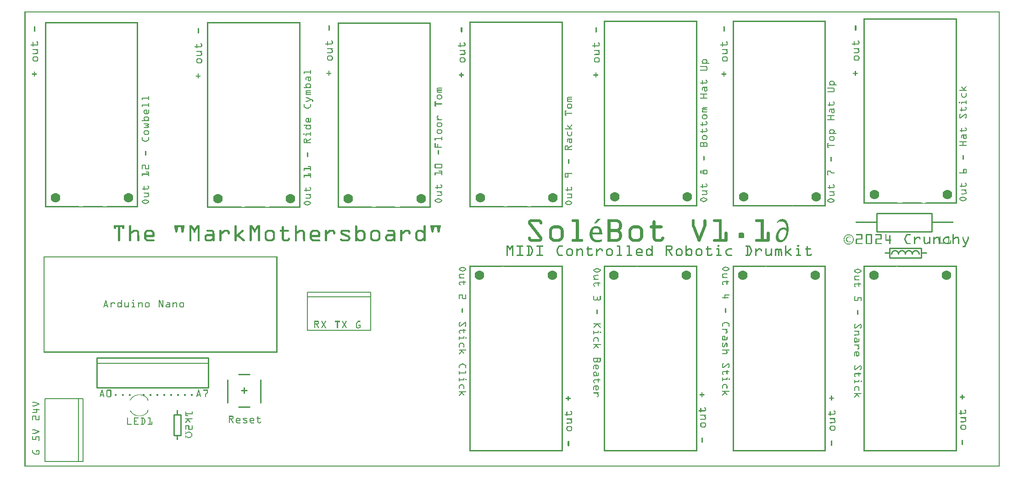
<source format=gto>
G04 MADE WITH FRITZING*
G04 WWW.FRITZING.ORG*
G04 DOUBLE SIDED*
G04 HOLES PLATED*
G04 CONTOUR ON CENTER OF CONTOUR VECTOR*
%ASAXBY*%
%FSLAX23Y23*%
%MOIN*%
%OFA0B0*%
%SFA1.0B1.0*%
%ADD10C,0.070000*%
%ADD11R,0.240000X0.080000X0.220000X0.060000*%
%ADD12C,0.010000*%
%ADD13C,0.005000*%
%ADD14C,0.008000*%
%ADD15R,0.001000X0.001000*%
%LNSILK1*%
G90*
G70*
G54D10*
X227Y1953D03*
X754Y1953D03*
X1405Y1949D03*
X1932Y1949D03*
X6699Y1390D03*
X6171Y1390D03*
X5746Y1390D03*
X5219Y1390D03*
X4810Y1390D03*
X4282Y1390D03*
X3834Y1390D03*
X3306Y1390D03*
X6177Y1978D03*
X6704Y1978D03*
X5224Y1962D03*
X5752Y1962D03*
X4288Y1962D03*
X4815Y1962D03*
X3312Y1954D03*
X3839Y1954D03*
X2353Y1949D03*
X2881Y1949D03*
G54D12*
X6287Y1589D02*
X6517Y1589D01*
X6517Y1519D01*
X6287Y1519D01*
X6287Y1589D01*
D02*
X526Y574D02*
X1336Y574D01*
D02*
X1336Y574D02*
X1336Y790D01*
D02*
X1336Y790D02*
X526Y790D01*
D02*
X526Y790D02*
X526Y574D01*
G54D13*
D02*
X1336Y750D02*
X526Y750D01*
G54D14*
D02*
X2514Y992D02*
X2057Y992D01*
D02*
X2057Y992D02*
X2057Y1236D01*
D02*
X2057Y1236D02*
X2057Y1267D01*
D02*
X2057Y1267D02*
X2514Y1267D01*
D02*
X2514Y1267D02*
X2514Y1236D01*
D02*
X2514Y1236D02*
X2514Y992D01*
D02*
X2057Y1236D02*
X2514Y1236D01*
D02*
X148Y37D02*
X148Y494D01*
D02*
X148Y494D02*
X392Y494D01*
D02*
X392Y494D02*
X424Y494D01*
D02*
X424Y494D02*
X424Y37D01*
D02*
X424Y37D02*
X392Y37D01*
D02*
X392Y37D02*
X148Y37D01*
D02*
X392Y494D02*
X392Y37D01*
G54D12*
D02*
X1135Y377D02*
X1135Y227D01*
D02*
X1135Y227D02*
X1085Y227D01*
D02*
X1085Y227D02*
X1085Y377D01*
D02*
X1085Y377D02*
X1135Y377D01*
D02*
X1635Y435D02*
X1556Y435D01*
D02*
X1714Y632D02*
X1714Y465D01*
D02*
X1477Y632D02*
X1477Y465D01*
D02*
X1635Y671D02*
X1556Y671D01*
D02*
X1615Y553D02*
X1576Y553D01*
D02*
X1595Y534D02*
X1595Y573D01*
D02*
X6193Y1841D02*
X6593Y1841D01*
D02*
X6593Y1841D02*
X6593Y1709D01*
D02*
X6593Y1709D02*
X6193Y1709D01*
D02*
X6193Y1709D02*
X6193Y1841D01*
X6281Y1555D02*
X6251Y1555D01*
D02*
X6521Y1555D02*
X6551Y1555D01*
D02*
G54D15*
X0Y3307D02*
X7085Y3307D01*
X0Y3306D02*
X7085Y3306D01*
X0Y3305D02*
X7085Y3305D01*
X0Y3304D02*
X7085Y3304D01*
X0Y3303D02*
X7085Y3303D01*
X0Y3302D02*
X7085Y3302D01*
X0Y3301D02*
X7085Y3301D01*
X0Y3300D02*
X7085Y3300D01*
X0Y3299D02*
X7Y3299D01*
X7078Y3299D02*
X7085Y3299D01*
X0Y3298D02*
X7Y3298D01*
X7078Y3298D02*
X7085Y3298D01*
X0Y3297D02*
X7Y3297D01*
X7078Y3297D02*
X7085Y3297D01*
X0Y3296D02*
X7Y3296D01*
X7078Y3296D02*
X7085Y3296D01*
X0Y3295D02*
X7Y3295D01*
X7078Y3295D02*
X7085Y3295D01*
X0Y3294D02*
X7Y3294D01*
X7078Y3294D02*
X7085Y3294D01*
X0Y3293D02*
X7Y3293D01*
X7078Y3293D02*
X7085Y3293D01*
X0Y3292D02*
X7Y3292D01*
X7078Y3292D02*
X7085Y3292D01*
X0Y3291D02*
X7Y3291D01*
X7078Y3291D02*
X7085Y3291D01*
X0Y3290D02*
X7Y3290D01*
X7078Y3290D02*
X7085Y3290D01*
X0Y3289D02*
X7Y3289D01*
X7078Y3289D02*
X7085Y3289D01*
X0Y3288D02*
X7Y3288D01*
X7078Y3288D02*
X7085Y3288D01*
X0Y3287D02*
X7Y3287D01*
X7078Y3287D02*
X7085Y3287D01*
X0Y3286D02*
X7Y3286D01*
X7078Y3286D02*
X7085Y3286D01*
X0Y3285D02*
X7Y3285D01*
X7078Y3285D02*
X7085Y3285D01*
X0Y3284D02*
X7Y3284D01*
X7078Y3284D02*
X7085Y3284D01*
X0Y3283D02*
X7Y3283D01*
X7078Y3283D02*
X7085Y3283D01*
X0Y3282D02*
X7Y3282D01*
X7078Y3282D02*
X7085Y3282D01*
X0Y3281D02*
X7Y3281D01*
X7078Y3281D02*
X7085Y3281D01*
X0Y3280D02*
X7Y3280D01*
X7078Y3280D02*
X7085Y3280D01*
X0Y3279D02*
X7Y3279D01*
X7078Y3279D02*
X7085Y3279D01*
X0Y3278D02*
X7Y3278D01*
X7078Y3278D02*
X7085Y3278D01*
X0Y3277D02*
X7Y3277D01*
X7078Y3277D02*
X7085Y3277D01*
X0Y3276D02*
X7Y3276D01*
X7078Y3276D02*
X7085Y3276D01*
X0Y3275D02*
X7Y3275D01*
X7078Y3275D02*
X7085Y3275D01*
X0Y3274D02*
X7Y3274D01*
X7078Y3274D02*
X7085Y3274D01*
X0Y3273D02*
X7Y3273D01*
X7078Y3273D02*
X7085Y3273D01*
X0Y3272D02*
X7Y3272D01*
X7078Y3272D02*
X7085Y3272D01*
X0Y3271D02*
X7Y3271D01*
X7078Y3271D02*
X7085Y3271D01*
X0Y3270D02*
X7Y3270D01*
X7078Y3270D02*
X7085Y3270D01*
X0Y3269D02*
X7Y3269D01*
X7078Y3269D02*
X7085Y3269D01*
X0Y3268D02*
X7Y3268D01*
X7078Y3268D02*
X7085Y3268D01*
X0Y3267D02*
X7Y3267D01*
X7078Y3267D02*
X7085Y3267D01*
X0Y3266D02*
X7Y3266D01*
X7078Y3266D02*
X7085Y3266D01*
X0Y3265D02*
X7Y3265D01*
X7078Y3265D02*
X7085Y3265D01*
X0Y3264D02*
X7Y3264D01*
X7078Y3264D02*
X7085Y3264D01*
X0Y3263D02*
X7Y3263D01*
X7078Y3263D02*
X7085Y3263D01*
X0Y3262D02*
X7Y3262D01*
X7078Y3262D02*
X7085Y3262D01*
X0Y3261D02*
X7Y3261D01*
X7078Y3261D02*
X7085Y3261D01*
X0Y3260D02*
X7Y3260D01*
X7078Y3260D02*
X7085Y3260D01*
X0Y3259D02*
X7Y3259D01*
X7078Y3259D02*
X7085Y3259D01*
X0Y3258D02*
X7Y3258D01*
X6098Y3258D02*
X6775Y3258D01*
X7078Y3258D02*
X7085Y3258D01*
X0Y3257D02*
X7Y3257D01*
X6097Y3257D02*
X6776Y3257D01*
X7078Y3257D02*
X7085Y3257D01*
X0Y3256D02*
X7Y3256D01*
X6097Y3256D02*
X6776Y3256D01*
X7078Y3256D02*
X7085Y3256D01*
X0Y3255D02*
X7Y3255D01*
X6097Y3255D02*
X6776Y3255D01*
X7078Y3255D02*
X7085Y3255D01*
X0Y3254D02*
X7Y3254D01*
X6097Y3254D02*
X6776Y3254D01*
X7078Y3254D02*
X7085Y3254D01*
X0Y3253D02*
X7Y3253D01*
X6097Y3253D02*
X6776Y3253D01*
X7078Y3253D02*
X7085Y3253D01*
X0Y3252D02*
X7Y3252D01*
X6097Y3252D02*
X6776Y3252D01*
X7078Y3252D02*
X7085Y3252D01*
X0Y3251D02*
X7Y3251D01*
X6097Y3251D02*
X6776Y3251D01*
X7078Y3251D02*
X7085Y3251D01*
X0Y3250D02*
X7Y3250D01*
X6097Y3250D02*
X6776Y3250D01*
X7078Y3250D02*
X7085Y3250D01*
X0Y3249D02*
X7Y3249D01*
X6097Y3249D02*
X6776Y3249D01*
X7078Y3249D02*
X7085Y3249D01*
X0Y3248D02*
X7Y3248D01*
X6097Y3248D02*
X6776Y3248D01*
X7078Y3248D02*
X7085Y3248D01*
X0Y3247D02*
X7Y3247D01*
X6097Y3247D02*
X6106Y3247D01*
X6767Y3247D02*
X6776Y3247D01*
X7078Y3247D02*
X7085Y3247D01*
X0Y3246D02*
X7Y3246D01*
X6097Y3246D02*
X6106Y3246D01*
X6767Y3246D02*
X6776Y3246D01*
X7078Y3246D02*
X7085Y3246D01*
X0Y3245D02*
X7Y3245D01*
X6097Y3245D02*
X6106Y3245D01*
X6767Y3245D02*
X6776Y3245D01*
X7078Y3245D02*
X7085Y3245D01*
X0Y3244D02*
X7Y3244D01*
X6097Y3244D02*
X6106Y3244D01*
X6767Y3244D02*
X6776Y3244D01*
X7078Y3244D02*
X7085Y3244D01*
X0Y3243D02*
X7Y3243D01*
X6097Y3243D02*
X6106Y3243D01*
X6767Y3243D02*
X6776Y3243D01*
X7078Y3243D02*
X7085Y3243D01*
X0Y3242D02*
X7Y3242D01*
X6097Y3242D02*
X6106Y3242D01*
X6767Y3242D02*
X6776Y3242D01*
X7078Y3242D02*
X7085Y3242D01*
X0Y3241D02*
X7Y3241D01*
X4209Y3241D02*
X4887Y3241D01*
X5145Y3241D02*
X5823Y3241D01*
X6097Y3241D02*
X6106Y3241D01*
X6767Y3241D02*
X6776Y3241D01*
X7078Y3241D02*
X7085Y3241D01*
X0Y3240D02*
X7Y3240D01*
X4209Y3240D02*
X4887Y3240D01*
X5145Y3240D02*
X5823Y3240D01*
X6097Y3240D02*
X6106Y3240D01*
X6767Y3240D02*
X6776Y3240D01*
X7078Y3240D02*
X7085Y3240D01*
X0Y3239D02*
X7Y3239D01*
X4209Y3239D02*
X4887Y3239D01*
X5145Y3239D02*
X5823Y3239D01*
X6097Y3239D02*
X6106Y3239D01*
X6767Y3239D02*
X6776Y3239D01*
X7078Y3239D02*
X7085Y3239D01*
X0Y3238D02*
X7Y3238D01*
X4209Y3238D02*
X4887Y3238D01*
X5145Y3238D02*
X5823Y3238D01*
X6097Y3238D02*
X6106Y3238D01*
X6767Y3238D02*
X6776Y3238D01*
X7078Y3238D02*
X7085Y3238D01*
X0Y3237D02*
X7Y3237D01*
X4209Y3237D02*
X4887Y3237D01*
X5145Y3237D02*
X5823Y3237D01*
X6097Y3237D02*
X6106Y3237D01*
X6767Y3237D02*
X6776Y3237D01*
X7078Y3237D02*
X7085Y3237D01*
X0Y3236D02*
X7Y3236D01*
X4209Y3236D02*
X4887Y3236D01*
X5145Y3236D02*
X5823Y3236D01*
X6097Y3236D02*
X6106Y3236D01*
X6767Y3236D02*
X6776Y3236D01*
X7078Y3236D02*
X7085Y3236D01*
X0Y3235D02*
X7Y3235D01*
X4209Y3235D02*
X4887Y3235D01*
X5145Y3235D02*
X5823Y3235D01*
X6097Y3235D02*
X6106Y3235D01*
X6767Y3235D02*
X6776Y3235D01*
X7078Y3235D02*
X7085Y3235D01*
X0Y3234D02*
X7Y3234D01*
X4209Y3234D02*
X4887Y3234D01*
X5145Y3234D02*
X5823Y3234D01*
X6097Y3234D02*
X6106Y3234D01*
X6767Y3234D02*
X6776Y3234D01*
X7078Y3234D02*
X7085Y3234D01*
X0Y3233D02*
X7Y3233D01*
X3233Y3233D02*
X3911Y3233D01*
X4209Y3233D02*
X4887Y3233D01*
X5145Y3233D02*
X5823Y3233D01*
X6097Y3233D02*
X6106Y3233D01*
X6767Y3233D02*
X6776Y3233D01*
X7078Y3233D02*
X7085Y3233D01*
X0Y3232D02*
X7Y3232D01*
X148Y3232D02*
X826Y3232D01*
X3233Y3232D02*
X3911Y3232D01*
X4209Y3232D02*
X4887Y3232D01*
X5145Y3232D02*
X5823Y3232D01*
X6097Y3232D02*
X6106Y3232D01*
X6767Y3232D02*
X6776Y3232D01*
X7078Y3232D02*
X7085Y3232D01*
X0Y3231D02*
X7Y3231D01*
X148Y3231D02*
X826Y3231D01*
X3233Y3231D02*
X3911Y3231D01*
X4209Y3231D02*
X4218Y3231D01*
X4878Y3231D02*
X4887Y3231D01*
X5145Y3231D02*
X5154Y3231D01*
X5814Y3231D02*
X5823Y3231D01*
X6097Y3231D02*
X6106Y3231D01*
X6767Y3231D02*
X6776Y3231D01*
X7078Y3231D02*
X7085Y3231D01*
X0Y3230D02*
X7Y3230D01*
X148Y3230D02*
X826Y3230D01*
X3233Y3230D02*
X3911Y3230D01*
X4209Y3230D02*
X4218Y3230D01*
X4878Y3230D02*
X4887Y3230D01*
X5145Y3230D02*
X5154Y3230D01*
X5814Y3230D02*
X5823Y3230D01*
X6097Y3230D02*
X6106Y3230D01*
X6767Y3230D02*
X6776Y3230D01*
X7078Y3230D02*
X7085Y3230D01*
X0Y3229D02*
X7Y3229D01*
X148Y3229D02*
X826Y3229D01*
X1326Y3229D02*
X2004Y3229D01*
X3233Y3229D02*
X3911Y3229D01*
X4209Y3229D02*
X4218Y3229D01*
X4878Y3229D02*
X4887Y3229D01*
X5145Y3229D02*
X5154Y3229D01*
X5814Y3229D02*
X5823Y3229D01*
X6097Y3229D02*
X6106Y3229D01*
X6767Y3229D02*
X6776Y3229D01*
X7078Y3229D02*
X7085Y3229D01*
X0Y3228D02*
X7Y3228D01*
X148Y3228D02*
X826Y3228D01*
X1326Y3228D02*
X2004Y3228D01*
X2275Y3228D02*
X2953Y3228D01*
X3233Y3228D02*
X3911Y3228D01*
X4209Y3228D02*
X4218Y3228D01*
X4878Y3228D02*
X4887Y3228D01*
X5145Y3228D02*
X5154Y3228D01*
X5814Y3228D02*
X5823Y3228D01*
X6097Y3228D02*
X6106Y3228D01*
X6767Y3228D02*
X6776Y3228D01*
X7078Y3228D02*
X7085Y3228D01*
X0Y3227D02*
X7Y3227D01*
X148Y3227D02*
X826Y3227D01*
X1326Y3227D02*
X2004Y3227D01*
X2275Y3227D02*
X2953Y3227D01*
X3233Y3227D02*
X3911Y3227D01*
X4209Y3227D02*
X4218Y3227D01*
X4878Y3227D02*
X4887Y3227D01*
X5145Y3227D02*
X5154Y3227D01*
X5814Y3227D02*
X5823Y3227D01*
X6097Y3227D02*
X6106Y3227D01*
X6767Y3227D02*
X6776Y3227D01*
X7078Y3227D02*
X7085Y3227D01*
X0Y3226D02*
X7Y3226D01*
X148Y3226D02*
X826Y3226D01*
X1326Y3226D02*
X2004Y3226D01*
X2275Y3226D02*
X2953Y3226D01*
X3233Y3226D02*
X3911Y3226D01*
X4209Y3226D02*
X4218Y3226D01*
X4878Y3226D02*
X4887Y3226D01*
X5145Y3226D02*
X5154Y3226D01*
X5814Y3226D02*
X5823Y3226D01*
X6097Y3226D02*
X6106Y3226D01*
X6767Y3226D02*
X6776Y3226D01*
X7078Y3226D02*
X7085Y3226D01*
X0Y3225D02*
X7Y3225D01*
X148Y3225D02*
X826Y3225D01*
X1326Y3225D02*
X2004Y3225D01*
X2275Y3225D02*
X2953Y3225D01*
X3233Y3225D02*
X3911Y3225D01*
X4209Y3225D02*
X4218Y3225D01*
X4878Y3225D02*
X4887Y3225D01*
X5145Y3225D02*
X5154Y3225D01*
X5814Y3225D02*
X5823Y3225D01*
X6097Y3225D02*
X6106Y3225D01*
X6767Y3225D02*
X6776Y3225D01*
X7078Y3225D02*
X7085Y3225D01*
X0Y3224D02*
X7Y3224D01*
X148Y3224D02*
X826Y3224D01*
X1326Y3224D02*
X2004Y3224D01*
X2275Y3224D02*
X2953Y3224D01*
X3233Y3224D02*
X3911Y3224D01*
X4209Y3224D02*
X4218Y3224D01*
X4878Y3224D02*
X4887Y3224D01*
X5145Y3224D02*
X5154Y3224D01*
X5814Y3224D02*
X5823Y3224D01*
X6097Y3224D02*
X6106Y3224D01*
X6767Y3224D02*
X6776Y3224D01*
X7078Y3224D02*
X7085Y3224D01*
X0Y3223D02*
X7Y3223D01*
X148Y3223D02*
X826Y3223D01*
X1326Y3223D02*
X2004Y3223D01*
X2275Y3223D02*
X2953Y3223D01*
X3233Y3223D02*
X3242Y3223D01*
X3902Y3223D02*
X3911Y3223D01*
X4209Y3223D02*
X4218Y3223D01*
X4878Y3223D02*
X4887Y3223D01*
X5145Y3223D02*
X5154Y3223D01*
X5814Y3223D02*
X5823Y3223D01*
X6097Y3223D02*
X6106Y3223D01*
X6767Y3223D02*
X6776Y3223D01*
X7078Y3223D02*
X7085Y3223D01*
X0Y3222D02*
X7Y3222D01*
X148Y3222D02*
X157Y3222D01*
X817Y3222D02*
X826Y3222D01*
X1326Y3222D02*
X2004Y3222D01*
X2275Y3222D02*
X2953Y3222D01*
X3233Y3222D02*
X3242Y3222D01*
X3902Y3222D02*
X3911Y3222D01*
X4209Y3222D02*
X4218Y3222D01*
X4878Y3222D02*
X4887Y3222D01*
X5145Y3222D02*
X5154Y3222D01*
X5814Y3222D02*
X5823Y3222D01*
X6097Y3222D02*
X6106Y3222D01*
X6767Y3222D02*
X6776Y3222D01*
X7078Y3222D02*
X7085Y3222D01*
X0Y3221D02*
X7Y3221D01*
X148Y3221D02*
X157Y3221D01*
X817Y3221D02*
X826Y3221D01*
X1326Y3221D02*
X2004Y3221D01*
X2275Y3221D02*
X2953Y3221D01*
X3233Y3221D02*
X3242Y3221D01*
X3902Y3221D02*
X3911Y3221D01*
X4209Y3221D02*
X4218Y3221D01*
X4878Y3221D02*
X4887Y3221D01*
X5145Y3221D02*
X5154Y3221D01*
X5814Y3221D02*
X5823Y3221D01*
X6097Y3221D02*
X6106Y3221D01*
X6767Y3221D02*
X6776Y3221D01*
X7078Y3221D02*
X7085Y3221D01*
X0Y3220D02*
X7Y3220D01*
X148Y3220D02*
X157Y3220D01*
X817Y3220D02*
X826Y3220D01*
X1326Y3220D02*
X2004Y3220D01*
X2275Y3220D02*
X2953Y3220D01*
X3233Y3220D02*
X3242Y3220D01*
X3902Y3220D02*
X3911Y3220D01*
X4209Y3220D02*
X4218Y3220D01*
X4878Y3220D02*
X4887Y3220D01*
X5145Y3220D02*
X5154Y3220D01*
X5814Y3220D02*
X5823Y3220D01*
X6097Y3220D02*
X6106Y3220D01*
X6767Y3220D02*
X6776Y3220D01*
X7078Y3220D02*
X7085Y3220D01*
X0Y3219D02*
X7Y3219D01*
X148Y3219D02*
X157Y3219D01*
X817Y3219D02*
X826Y3219D01*
X1326Y3219D02*
X1335Y3219D01*
X1995Y3219D02*
X2004Y3219D01*
X2275Y3219D02*
X2953Y3219D01*
X3233Y3219D02*
X3242Y3219D01*
X3902Y3219D02*
X3911Y3219D01*
X4209Y3219D02*
X4218Y3219D01*
X4878Y3219D02*
X4887Y3219D01*
X5145Y3219D02*
X5154Y3219D01*
X5814Y3219D02*
X5823Y3219D01*
X6097Y3219D02*
X6106Y3219D01*
X6767Y3219D02*
X6776Y3219D01*
X7078Y3219D02*
X7085Y3219D01*
X0Y3218D02*
X7Y3218D01*
X148Y3218D02*
X157Y3218D01*
X817Y3218D02*
X826Y3218D01*
X1326Y3218D02*
X1335Y3218D01*
X1995Y3218D02*
X2004Y3218D01*
X2275Y3218D02*
X2284Y3218D01*
X2944Y3218D02*
X2953Y3218D01*
X3233Y3218D02*
X3242Y3218D01*
X3902Y3218D02*
X3911Y3218D01*
X4209Y3218D02*
X4218Y3218D01*
X4878Y3218D02*
X4887Y3218D01*
X5145Y3218D02*
X5154Y3218D01*
X5814Y3218D02*
X5823Y3218D01*
X6097Y3218D02*
X6106Y3218D01*
X6767Y3218D02*
X6776Y3218D01*
X7078Y3218D02*
X7085Y3218D01*
X0Y3217D02*
X7Y3217D01*
X148Y3217D02*
X157Y3217D01*
X817Y3217D02*
X826Y3217D01*
X1326Y3217D02*
X1335Y3217D01*
X1995Y3217D02*
X2004Y3217D01*
X2275Y3217D02*
X2284Y3217D01*
X2944Y3217D02*
X2953Y3217D01*
X3233Y3217D02*
X3242Y3217D01*
X3902Y3217D02*
X3911Y3217D01*
X4209Y3217D02*
X4218Y3217D01*
X4878Y3217D02*
X4887Y3217D01*
X5145Y3217D02*
X5154Y3217D01*
X5814Y3217D02*
X5823Y3217D01*
X6097Y3217D02*
X6106Y3217D01*
X6767Y3217D02*
X6776Y3217D01*
X7078Y3217D02*
X7085Y3217D01*
X0Y3216D02*
X7Y3216D01*
X148Y3216D02*
X157Y3216D01*
X817Y3216D02*
X826Y3216D01*
X1326Y3216D02*
X1335Y3216D01*
X1995Y3216D02*
X2004Y3216D01*
X2275Y3216D02*
X2284Y3216D01*
X2944Y3216D02*
X2953Y3216D01*
X3233Y3216D02*
X3242Y3216D01*
X3902Y3216D02*
X3911Y3216D01*
X4209Y3216D02*
X4218Y3216D01*
X4878Y3216D02*
X4887Y3216D01*
X5145Y3216D02*
X5154Y3216D01*
X5814Y3216D02*
X5823Y3216D01*
X6097Y3216D02*
X6106Y3216D01*
X6767Y3216D02*
X6776Y3216D01*
X7078Y3216D02*
X7085Y3216D01*
X0Y3215D02*
X7Y3215D01*
X148Y3215D02*
X157Y3215D01*
X817Y3215D02*
X826Y3215D01*
X1326Y3215D02*
X1335Y3215D01*
X1995Y3215D02*
X2004Y3215D01*
X2275Y3215D02*
X2284Y3215D01*
X2944Y3215D02*
X2953Y3215D01*
X3233Y3215D02*
X3242Y3215D01*
X3902Y3215D02*
X3911Y3215D01*
X4209Y3215D02*
X4218Y3215D01*
X4878Y3215D02*
X4887Y3215D01*
X5145Y3215D02*
X5154Y3215D01*
X5814Y3215D02*
X5823Y3215D01*
X6097Y3215D02*
X6106Y3215D01*
X6767Y3215D02*
X6776Y3215D01*
X7078Y3215D02*
X7085Y3215D01*
X0Y3214D02*
X7Y3214D01*
X148Y3214D02*
X157Y3214D01*
X817Y3214D02*
X826Y3214D01*
X1326Y3214D02*
X1335Y3214D01*
X1995Y3214D02*
X2004Y3214D01*
X2275Y3214D02*
X2284Y3214D01*
X2944Y3214D02*
X2953Y3214D01*
X3233Y3214D02*
X3242Y3214D01*
X3902Y3214D02*
X3911Y3214D01*
X4209Y3214D02*
X4218Y3214D01*
X4878Y3214D02*
X4887Y3214D01*
X5145Y3214D02*
X5154Y3214D01*
X5814Y3214D02*
X5823Y3214D01*
X6097Y3214D02*
X6106Y3214D01*
X6767Y3214D02*
X6776Y3214D01*
X7078Y3214D02*
X7085Y3214D01*
X0Y3213D02*
X7Y3213D01*
X148Y3213D02*
X157Y3213D01*
X817Y3213D02*
X826Y3213D01*
X1326Y3213D02*
X1335Y3213D01*
X1995Y3213D02*
X2004Y3213D01*
X2275Y3213D02*
X2284Y3213D01*
X2944Y3213D02*
X2953Y3213D01*
X3233Y3213D02*
X3242Y3213D01*
X3902Y3213D02*
X3911Y3213D01*
X4209Y3213D02*
X4218Y3213D01*
X4878Y3213D02*
X4887Y3213D01*
X5145Y3213D02*
X5154Y3213D01*
X5814Y3213D02*
X5823Y3213D01*
X6097Y3213D02*
X6106Y3213D01*
X6767Y3213D02*
X6776Y3213D01*
X7078Y3213D02*
X7085Y3213D01*
X0Y3212D02*
X7Y3212D01*
X148Y3212D02*
X157Y3212D01*
X817Y3212D02*
X826Y3212D01*
X1326Y3212D02*
X1335Y3212D01*
X1995Y3212D02*
X2004Y3212D01*
X2275Y3212D02*
X2284Y3212D01*
X2944Y3212D02*
X2953Y3212D01*
X3233Y3212D02*
X3242Y3212D01*
X3902Y3212D02*
X3911Y3212D01*
X4209Y3212D02*
X4218Y3212D01*
X4878Y3212D02*
X4887Y3212D01*
X5145Y3212D02*
X5154Y3212D01*
X5814Y3212D02*
X5823Y3212D01*
X6097Y3212D02*
X6106Y3212D01*
X6767Y3212D02*
X6776Y3212D01*
X7078Y3212D02*
X7085Y3212D01*
X0Y3211D02*
X7Y3211D01*
X148Y3211D02*
X157Y3211D01*
X817Y3211D02*
X826Y3211D01*
X1326Y3211D02*
X1335Y3211D01*
X1995Y3211D02*
X2004Y3211D01*
X2275Y3211D02*
X2284Y3211D01*
X2944Y3211D02*
X2953Y3211D01*
X3233Y3211D02*
X3242Y3211D01*
X3902Y3211D02*
X3911Y3211D01*
X4209Y3211D02*
X4218Y3211D01*
X4878Y3211D02*
X4887Y3211D01*
X5145Y3211D02*
X5154Y3211D01*
X5814Y3211D02*
X5823Y3211D01*
X6097Y3211D02*
X6106Y3211D01*
X6767Y3211D02*
X6776Y3211D01*
X7078Y3211D02*
X7085Y3211D01*
X0Y3210D02*
X7Y3210D01*
X148Y3210D02*
X157Y3210D01*
X817Y3210D02*
X826Y3210D01*
X1326Y3210D02*
X1335Y3210D01*
X1995Y3210D02*
X2004Y3210D01*
X2275Y3210D02*
X2284Y3210D01*
X2944Y3210D02*
X2953Y3210D01*
X3233Y3210D02*
X3242Y3210D01*
X3902Y3210D02*
X3911Y3210D01*
X4209Y3210D02*
X4218Y3210D01*
X4878Y3210D02*
X4887Y3210D01*
X5145Y3210D02*
X5154Y3210D01*
X5814Y3210D02*
X5823Y3210D01*
X6097Y3210D02*
X6106Y3210D01*
X6767Y3210D02*
X6776Y3210D01*
X7078Y3210D02*
X7085Y3210D01*
X0Y3209D02*
X7Y3209D01*
X148Y3209D02*
X157Y3209D01*
X817Y3209D02*
X826Y3209D01*
X1326Y3209D02*
X1335Y3209D01*
X1995Y3209D02*
X2004Y3209D01*
X2275Y3209D02*
X2284Y3209D01*
X2944Y3209D02*
X2953Y3209D01*
X3233Y3209D02*
X3242Y3209D01*
X3902Y3209D02*
X3911Y3209D01*
X4209Y3209D02*
X4218Y3209D01*
X4878Y3209D02*
X4887Y3209D01*
X5145Y3209D02*
X5154Y3209D01*
X5814Y3209D02*
X5823Y3209D01*
X6097Y3209D02*
X6106Y3209D01*
X6767Y3209D02*
X6776Y3209D01*
X7078Y3209D02*
X7085Y3209D01*
X0Y3208D02*
X7Y3208D01*
X148Y3208D02*
X157Y3208D01*
X817Y3208D02*
X826Y3208D01*
X1326Y3208D02*
X1335Y3208D01*
X1995Y3208D02*
X2004Y3208D01*
X2275Y3208D02*
X2284Y3208D01*
X2944Y3208D02*
X2953Y3208D01*
X3233Y3208D02*
X3242Y3208D01*
X3902Y3208D02*
X3911Y3208D01*
X4209Y3208D02*
X4218Y3208D01*
X4878Y3208D02*
X4887Y3208D01*
X5145Y3208D02*
X5154Y3208D01*
X5814Y3208D02*
X5823Y3208D01*
X6097Y3208D02*
X6106Y3208D01*
X6767Y3208D02*
X6776Y3208D01*
X7078Y3208D02*
X7085Y3208D01*
X0Y3207D02*
X7Y3207D01*
X148Y3207D02*
X157Y3207D01*
X817Y3207D02*
X826Y3207D01*
X1326Y3207D02*
X1335Y3207D01*
X1995Y3207D02*
X2004Y3207D01*
X2275Y3207D02*
X2284Y3207D01*
X2944Y3207D02*
X2953Y3207D01*
X3233Y3207D02*
X3242Y3207D01*
X3902Y3207D02*
X3911Y3207D01*
X4209Y3207D02*
X4218Y3207D01*
X4878Y3207D02*
X4887Y3207D01*
X5145Y3207D02*
X5154Y3207D01*
X5814Y3207D02*
X5823Y3207D01*
X6097Y3207D02*
X6106Y3207D01*
X6767Y3207D02*
X6776Y3207D01*
X7078Y3207D02*
X7085Y3207D01*
X0Y3206D02*
X7Y3206D01*
X148Y3206D02*
X157Y3206D01*
X817Y3206D02*
X826Y3206D01*
X1326Y3206D02*
X1335Y3206D01*
X1995Y3206D02*
X2004Y3206D01*
X2211Y3206D02*
X2216Y3206D01*
X2275Y3206D02*
X2284Y3206D01*
X2944Y3206D02*
X2953Y3206D01*
X3233Y3206D02*
X3242Y3206D01*
X3902Y3206D02*
X3911Y3206D01*
X4209Y3206D02*
X4218Y3206D01*
X4878Y3206D02*
X4887Y3206D01*
X5145Y3206D02*
X5154Y3206D01*
X5814Y3206D02*
X5823Y3206D01*
X6036Y3206D02*
X6042Y3206D01*
X6097Y3206D02*
X6106Y3206D01*
X6767Y3206D02*
X6776Y3206D01*
X7078Y3206D02*
X7085Y3206D01*
X0Y3205D02*
X7Y3205D01*
X148Y3205D02*
X157Y3205D01*
X817Y3205D02*
X826Y3205D01*
X1326Y3205D02*
X1335Y3205D01*
X1995Y3205D02*
X2004Y3205D01*
X2209Y3205D02*
X2217Y3205D01*
X2275Y3205D02*
X2284Y3205D01*
X2944Y3205D02*
X2953Y3205D01*
X3233Y3205D02*
X3242Y3205D01*
X3902Y3205D02*
X3911Y3205D01*
X4209Y3205D02*
X4218Y3205D01*
X4878Y3205D02*
X4887Y3205D01*
X5145Y3205D02*
X5154Y3205D01*
X5814Y3205D02*
X5823Y3205D01*
X6035Y3205D02*
X6043Y3205D01*
X6097Y3205D02*
X6106Y3205D01*
X6767Y3205D02*
X6776Y3205D01*
X7078Y3205D02*
X7085Y3205D01*
X0Y3204D02*
X7Y3204D01*
X148Y3204D02*
X157Y3204D01*
X817Y3204D02*
X826Y3204D01*
X1326Y3204D02*
X1335Y3204D01*
X1995Y3204D02*
X2004Y3204D01*
X2209Y3204D02*
X2218Y3204D01*
X2275Y3204D02*
X2284Y3204D01*
X2944Y3204D02*
X2953Y3204D01*
X3233Y3204D02*
X3242Y3204D01*
X3902Y3204D02*
X3911Y3204D01*
X4209Y3204D02*
X4218Y3204D01*
X4878Y3204D02*
X4887Y3204D01*
X5145Y3204D02*
X5154Y3204D01*
X5814Y3204D02*
X5823Y3204D01*
X6034Y3204D02*
X6044Y3204D01*
X6097Y3204D02*
X6106Y3204D01*
X6767Y3204D02*
X6776Y3204D01*
X7078Y3204D02*
X7085Y3204D01*
X0Y3203D02*
X7Y3203D01*
X148Y3203D02*
X157Y3203D01*
X817Y3203D02*
X826Y3203D01*
X1326Y3203D02*
X1335Y3203D01*
X1995Y3203D02*
X2004Y3203D01*
X2208Y3203D02*
X2218Y3203D01*
X2275Y3203D02*
X2284Y3203D01*
X2944Y3203D02*
X2953Y3203D01*
X3233Y3203D02*
X3242Y3203D01*
X3902Y3203D02*
X3911Y3203D01*
X4209Y3203D02*
X4218Y3203D01*
X4878Y3203D02*
X4887Y3203D01*
X5145Y3203D02*
X5154Y3203D01*
X5814Y3203D02*
X5823Y3203D01*
X6034Y3203D02*
X6044Y3203D01*
X6097Y3203D02*
X6106Y3203D01*
X6767Y3203D02*
X6776Y3203D01*
X7078Y3203D02*
X7085Y3203D01*
X0Y3202D02*
X7Y3202D01*
X148Y3202D02*
X157Y3202D01*
X817Y3202D02*
X826Y3202D01*
X1326Y3202D02*
X1335Y3202D01*
X1995Y3202D02*
X2004Y3202D01*
X2208Y3202D02*
X2218Y3202D01*
X2275Y3202D02*
X2284Y3202D01*
X2944Y3202D02*
X2953Y3202D01*
X3233Y3202D02*
X3242Y3202D01*
X3902Y3202D02*
X3911Y3202D01*
X4209Y3202D02*
X4218Y3202D01*
X4878Y3202D02*
X4887Y3202D01*
X5145Y3202D02*
X5154Y3202D01*
X5814Y3202D02*
X5823Y3202D01*
X6034Y3202D02*
X6044Y3202D01*
X6097Y3202D02*
X6106Y3202D01*
X6767Y3202D02*
X6776Y3202D01*
X7078Y3202D02*
X7085Y3202D01*
X0Y3201D02*
X7Y3201D01*
X148Y3201D02*
X157Y3201D01*
X817Y3201D02*
X826Y3201D01*
X1326Y3201D02*
X1335Y3201D01*
X1995Y3201D02*
X2004Y3201D01*
X2208Y3201D02*
X2218Y3201D01*
X2275Y3201D02*
X2284Y3201D01*
X2944Y3201D02*
X2953Y3201D01*
X3233Y3201D02*
X3242Y3201D01*
X3902Y3201D02*
X3911Y3201D01*
X4209Y3201D02*
X4218Y3201D01*
X4878Y3201D02*
X4887Y3201D01*
X5145Y3201D02*
X5154Y3201D01*
X5814Y3201D02*
X5823Y3201D01*
X6034Y3201D02*
X6044Y3201D01*
X6097Y3201D02*
X6106Y3201D01*
X6767Y3201D02*
X6776Y3201D01*
X7078Y3201D02*
X7085Y3201D01*
X0Y3200D02*
X7Y3200D01*
X148Y3200D02*
X157Y3200D01*
X817Y3200D02*
X826Y3200D01*
X1326Y3200D02*
X1335Y3200D01*
X1995Y3200D02*
X2004Y3200D01*
X2208Y3200D02*
X2218Y3200D01*
X2275Y3200D02*
X2284Y3200D01*
X2944Y3200D02*
X2953Y3200D01*
X3233Y3200D02*
X3242Y3200D01*
X3902Y3200D02*
X3911Y3200D01*
X4209Y3200D02*
X4218Y3200D01*
X4878Y3200D02*
X4887Y3200D01*
X5145Y3200D02*
X5154Y3200D01*
X5814Y3200D02*
X5823Y3200D01*
X6034Y3200D02*
X6044Y3200D01*
X6097Y3200D02*
X6106Y3200D01*
X6767Y3200D02*
X6776Y3200D01*
X7078Y3200D02*
X7085Y3200D01*
X0Y3199D02*
X7Y3199D01*
X70Y3199D02*
X76Y3199D01*
X148Y3199D02*
X157Y3199D01*
X817Y3199D02*
X826Y3199D01*
X1326Y3199D02*
X1335Y3199D01*
X1995Y3199D02*
X2004Y3199D01*
X2208Y3199D02*
X2218Y3199D01*
X2275Y3199D02*
X2284Y3199D01*
X2944Y3199D02*
X2953Y3199D01*
X3233Y3199D02*
X3242Y3199D01*
X3902Y3199D02*
X3911Y3199D01*
X4209Y3199D02*
X4218Y3199D01*
X4878Y3199D02*
X4887Y3199D01*
X5079Y3199D02*
X5086Y3199D01*
X5145Y3199D02*
X5154Y3199D01*
X5814Y3199D02*
X5823Y3199D01*
X6034Y3199D02*
X6044Y3199D01*
X6097Y3199D02*
X6106Y3199D01*
X6767Y3199D02*
X6776Y3199D01*
X7078Y3199D02*
X7085Y3199D01*
X0Y3198D02*
X7Y3198D01*
X69Y3198D02*
X77Y3198D01*
X148Y3198D02*
X157Y3198D01*
X817Y3198D02*
X826Y3198D01*
X1326Y3198D02*
X1335Y3198D01*
X1995Y3198D02*
X2004Y3198D01*
X2208Y3198D02*
X2218Y3198D01*
X2275Y3198D02*
X2284Y3198D01*
X2944Y3198D02*
X2953Y3198D01*
X3233Y3198D02*
X3242Y3198D01*
X3902Y3198D02*
X3911Y3198D01*
X4209Y3198D02*
X4218Y3198D01*
X4878Y3198D02*
X4887Y3198D01*
X5078Y3198D02*
X5087Y3198D01*
X5145Y3198D02*
X5154Y3198D01*
X5814Y3198D02*
X5823Y3198D01*
X6034Y3198D02*
X6044Y3198D01*
X6097Y3198D02*
X6106Y3198D01*
X6767Y3198D02*
X6776Y3198D01*
X7078Y3198D02*
X7085Y3198D01*
X0Y3197D02*
X7Y3197D01*
X68Y3197D02*
X78Y3197D01*
X148Y3197D02*
X157Y3197D01*
X817Y3197D02*
X826Y3197D01*
X1326Y3197D02*
X1335Y3197D01*
X1995Y3197D02*
X2004Y3197D01*
X2208Y3197D02*
X2218Y3197D01*
X2275Y3197D02*
X2284Y3197D01*
X2944Y3197D02*
X2953Y3197D01*
X3233Y3197D02*
X3242Y3197D01*
X3902Y3197D02*
X3911Y3197D01*
X4209Y3197D02*
X4218Y3197D01*
X4878Y3197D02*
X4887Y3197D01*
X5078Y3197D02*
X5087Y3197D01*
X5145Y3197D02*
X5154Y3197D01*
X5814Y3197D02*
X5823Y3197D01*
X6034Y3197D02*
X6044Y3197D01*
X6097Y3197D02*
X6106Y3197D01*
X6767Y3197D02*
X6776Y3197D01*
X7078Y3197D02*
X7085Y3197D01*
X0Y3196D02*
X7Y3196D01*
X68Y3196D02*
X78Y3196D01*
X148Y3196D02*
X157Y3196D01*
X817Y3196D02*
X826Y3196D01*
X1326Y3196D02*
X1335Y3196D01*
X1995Y3196D02*
X2004Y3196D01*
X2208Y3196D02*
X2218Y3196D01*
X2275Y3196D02*
X2284Y3196D01*
X2944Y3196D02*
X2953Y3196D01*
X3233Y3196D02*
X3242Y3196D01*
X3902Y3196D02*
X3911Y3196D01*
X4209Y3196D02*
X4218Y3196D01*
X4878Y3196D02*
X4887Y3196D01*
X5078Y3196D02*
X5088Y3196D01*
X5145Y3196D02*
X5154Y3196D01*
X5814Y3196D02*
X5823Y3196D01*
X6034Y3196D02*
X6044Y3196D01*
X6097Y3196D02*
X6106Y3196D01*
X6767Y3196D02*
X6776Y3196D01*
X7078Y3196D02*
X7085Y3196D01*
X0Y3195D02*
X7Y3195D01*
X68Y3195D02*
X78Y3195D01*
X148Y3195D02*
X157Y3195D01*
X817Y3195D02*
X826Y3195D01*
X1326Y3195D02*
X1335Y3195D01*
X1995Y3195D02*
X2004Y3195D01*
X2208Y3195D02*
X2218Y3195D01*
X2275Y3195D02*
X2284Y3195D01*
X2944Y3195D02*
X2953Y3195D01*
X3233Y3195D02*
X3242Y3195D01*
X3902Y3195D02*
X3911Y3195D01*
X4209Y3195D02*
X4218Y3195D01*
X4878Y3195D02*
X4887Y3195D01*
X5078Y3195D02*
X5088Y3195D01*
X5145Y3195D02*
X5154Y3195D01*
X5814Y3195D02*
X5823Y3195D01*
X6034Y3195D02*
X6044Y3195D01*
X6097Y3195D02*
X6106Y3195D01*
X6767Y3195D02*
X6776Y3195D01*
X7078Y3195D02*
X7085Y3195D01*
X0Y3194D02*
X7Y3194D01*
X68Y3194D02*
X78Y3194D01*
X148Y3194D02*
X157Y3194D01*
X817Y3194D02*
X826Y3194D01*
X1326Y3194D02*
X1335Y3194D01*
X1995Y3194D02*
X2004Y3194D01*
X2208Y3194D02*
X2218Y3194D01*
X2275Y3194D02*
X2284Y3194D01*
X2944Y3194D02*
X2953Y3194D01*
X3233Y3194D02*
X3242Y3194D01*
X3902Y3194D02*
X3911Y3194D01*
X4209Y3194D02*
X4218Y3194D01*
X4878Y3194D02*
X4887Y3194D01*
X5078Y3194D02*
X5088Y3194D01*
X5145Y3194D02*
X5154Y3194D01*
X5814Y3194D02*
X5823Y3194D01*
X6034Y3194D02*
X6044Y3194D01*
X6097Y3194D02*
X6106Y3194D01*
X6767Y3194D02*
X6776Y3194D01*
X7078Y3194D02*
X7085Y3194D01*
X0Y3193D02*
X7Y3193D01*
X68Y3193D02*
X78Y3193D01*
X148Y3193D02*
X157Y3193D01*
X817Y3193D02*
X826Y3193D01*
X1326Y3193D02*
X1335Y3193D01*
X1995Y3193D02*
X2004Y3193D01*
X2208Y3193D02*
X2218Y3193D01*
X2275Y3193D02*
X2284Y3193D01*
X2944Y3193D02*
X2953Y3193D01*
X3175Y3193D02*
X3178Y3193D01*
X3233Y3193D02*
X3242Y3193D01*
X3902Y3193D02*
X3911Y3193D01*
X4152Y3193D02*
X4154Y3193D01*
X4209Y3193D02*
X4218Y3193D01*
X4878Y3193D02*
X4887Y3193D01*
X5078Y3193D02*
X5088Y3193D01*
X5145Y3193D02*
X5154Y3193D01*
X5814Y3193D02*
X5823Y3193D01*
X6034Y3193D02*
X6044Y3193D01*
X6097Y3193D02*
X6106Y3193D01*
X6767Y3193D02*
X6776Y3193D01*
X7078Y3193D02*
X7085Y3193D01*
X0Y3192D02*
X7Y3192D01*
X68Y3192D02*
X78Y3192D01*
X148Y3192D02*
X157Y3192D01*
X817Y3192D02*
X826Y3192D01*
X1326Y3192D02*
X1335Y3192D01*
X1995Y3192D02*
X2004Y3192D01*
X2208Y3192D02*
X2218Y3192D01*
X2275Y3192D02*
X2284Y3192D01*
X2944Y3192D02*
X2953Y3192D01*
X3173Y3192D02*
X3180Y3192D01*
X3233Y3192D02*
X3242Y3192D01*
X3902Y3192D02*
X3911Y3192D01*
X4149Y3192D02*
X4157Y3192D01*
X4209Y3192D02*
X4218Y3192D01*
X4878Y3192D02*
X4887Y3192D01*
X5078Y3192D02*
X5088Y3192D01*
X5145Y3192D02*
X5154Y3192D01*
X5814Y3192D02*
X5823Y3192D01*
X6034Y3192D02*
X6044Y3192D01*
X6097Y3192D02*
X6106Y3192D01*
X6767Y3192D02*
X6776Y3192D01*
X7078Y3192D02*
X7085Y3192D01*
X0Y3191D02*
X7Y3191D01*
X68Y3191D02*
X78Y3191D01*
X148Y3191D02*
X157Y3191D01*
X817Y3191D02*
X826Y3191D01*
X1326Y3191D02*
X1335Y3191D01*
X1995Y3191D02*
X2004Y3191D01*
X2208Y3191D02*
X2218Y3191D01*
X2275Y3191D02*
X2284Y3191D01*
X2944Y3191D02*
X2953Y3191D01*
X3172Y3191D02*
X3181Y3191D01*
X3233Y3191D02*
X3242Y3191D01*
X3902Y3191D02*
X3911Y3191D01*
X4149Y3191D02*
X4157Y3191D01*
X4209Y3191D02*
X4218Y3191D01*
X4878Y3191D02*
X4887Y3191D01*
X5078Y3191D02*
X5088Y3191D01*
X5145Y3191D02*
X5154Y3191D01*
X5814Y3191D02*
X5823Y3191D01*
X6034Y3191D02*
X6044Y3191D01*
X6097Y3191D02*
X6106Y3191D01*
X6767Y3191D02*
X6776Y3191D01*
X7078Y3191D02*
X7085Y3191D01*
X0Y3190D02*
X7Y3190D01*
X68Y3190D02*
X78Y3190D01*
X148Y3190D02*
X157Y3190D01*
X817Y3190D02*
X826Y3190D01*
X1326Y3190D02*
X1335Y3190D01*
X1995Y3190D02*
X2004Y3190D01*
X2208Y3190D02*
X2218Y3190D01*
X2275Y3190D02*
X2284Y3190D01*
X2944Y3190D02*
X2953Y3190D01*
X3172Y3190D02*
X3181Y3190D01*
X3233Y3190D02*
X3242Y3190D01*
X3902Y3190D02*
X3911Y3190D01*
X4148Y3190D02*
X4158Y3190D01*
X4209Y3190D02*
X4218Y3190D01*
X4878Y3190D02*
X4887Y3190D01*
X5078Y3190D02*
X5088Y3190D01*
X5145Y3190D02*
X5154Y3190D01*
X5814Y3190D02*
X5823Y3190D01*
X6034Y3190D02*
X6044Y3190D01*
X6097Y3190D02*
X6106Y3190D01*
X6767Y3190D02*
X6776Y3190D01*
X7078Y3190D02*
X7085Y3190D01*
X0Y3189D02*
X7Y3189D01*
X68Y3189D02*
X78Y3189D01*
X148Y3189D02*
X157Y3189D01*
X817Y3189D02*
X826Y3189D01*
X1326Y3189D02*
X1335Y3189D01*
X1995Y3189D02*
X2004Y3189D01*
X2208Y3189D02*
X2218Y3189D01*
X2275Y3189D02*
X2284Y3189D01*
X2944Y3189D02*
X2953Y3189D01*
X3171Y3189D02*
X3181Y3189D01*
X3233Y3189D02*
X3242Y3189D01*
X3902Y3189D02*
X3911Y3189D01*
X4148Y3189D02*
X4158Y3189D01*
X4209Y3189D02*
X4218Y3189D01*
X4878Y3189D02*
X4887Y3189D01*
X5078Y3189D02*
X5088Y3189D01*
X5145Y3189D02*
X5154Y3189D01*
X5814Y3189D02*
X5823Y3189D01*
X6034Y3189D02*
X6044Y3189D01*
X6097Y3189D02*
X6106Y3189D01*
X6767Y3189D02*
X6776Y3189D01*
X7078Y3189D02*
X7085Y3189D01*
X0Y3188D02*
X7Y3188D01*
X68Y3188D02*
X78Y3188D01*
X148Y3188D02*
X157Y3188D01*
X817Y3188D02*
X826Y3188D01*
X1326Y3188D02*
X1335Y3188D01*
X1995Y3188D02*
X2004Y3188D01*
X2208Y3188D02*
X2218Y3188D01*
X2275Y3188D02*
X2284Y3188D01*
X2944Y3188D02*
X2953Y3188D01*
X3171Y3188D02*
X3181Y3188D01*
X3233Y3188D02*
X3242Y3188D01*
X3902Y3188D02*
X3911Y3188D01*
X4148Y3188D02*
X4158Y3188D01*
X4209Y3188D02*
X4218Y3188D01*
X4878Y3188D02*
X4887Y3188D01*
X5078Y3188D02*
X5088Y3188D01*
X5145Y3188D02*
X5154Y3188D01*
X5814Y3188D02*
X5823Y3188D01*
X6034Y3188D02*
X6044Y3188D01*
X6097Y3188D02*
X6106Y3188D01*
X6767Y3188D02*
X6776Y3188D01*
X7078Y3188D02*
X7085Y3188D01*
X0Y3187D02*
X7Y3187D01*
X68Y3187D02*
X78Y3187D01*
X148Y3187D02*
X157Y3187D01*
X817Y3187D02*
X826Y3187D01*
X1326Y3187D02*
X1335Y3187D01*
X1995Y3187D02*
X2004Y3187D01*
X2208Y3187D02*
X2218Y3187D01*
X2275Y3187D02*
X2284Y3187D01*
X2944Y3187D02*
X2953Y3187D01*
X3171Y3187D02*
X3181Y3187D01*
X3233Y3187D02*
X3242Y3187D01*
X3902Y3187D02*
X3911Y3187D01*
X4148Y3187D02*
X4158Y3187D01*
X4209Y3187D02*
X4218Y3187D01*
X4878Y3187D02*
X4887Y3187D01*
X5078Y3187D02*
X5088Y3187D01*
X5145Y3187D02*
X5154Y3187D01*
X5814Y3187D02*
X5823Y3187D01*
X6034Y3187D02*
X6044Y3187D01*
X6097Y3187D02*
X6106Y3187D01*
X6767Y3187D02*
X6776Y3187D01*
X7078Y3187D02*
X7085Y3187D01*
X0Y3186D02*
X7Y3186D01*
X68Y3186D02*
X78Y3186D01*
X148Y3186D02*
X157Y3186D01*
X817Y3186D02*
X826Y3186D01*
X1261Y3186D02*
X1266Y3186D01*
X1326Y3186D02*
X1335Y3186D01*
X1995Y3186D02*
X2004Y3186D01*
X2208Y3186D02*
X2218Y3186D01*
X2275Y3186D02*
X2284Y3186D01*
X2944Y3186D02*
X2953Y3186D01*
X3171Y3186D02*
X3181Y3186D01*
X3233Y3186D02*
X3242Y3186D01*
X3902Y3186D02*
X3911Y3186D01*
X4148Y3186D02*
X4158Y3186D01*
X4209Y3186D02*
X4218Y3186D01*
X4878Y3186D02*
X4887Y3186D01*
X5078Y3186D02*
X5088Y3186D01*
X5145Y3186D02*
X5154Y3186D01*
X5814Y3186D02*
X5823Y3186D01*
X6034Y3186D02*
X6044Y3186D01*
X6097Y3186D02*
X6106Y3186D01*
X6767Y3186D02*
X6776Y3186D01*
X7078Y3186D02*
X7085Y3186D01*
X0Y3185D02*
X7Y3185D01*
X68Y3185D02*
X78Y3185D01*
X148Y3185D02*
X157Y3185D01*
X817Y3185D02*
X826Y3185D01*
X1260Y3185D02*
X1267Y3185D01*
X1326Y3185D02*
X1335Y3185D01*
X1995Y3185D02*
X2004Y3185D01*
X2208Y3185D02*
X2218Y3185D01*
X2275Y3185D02*
X2284Y3185D01*
X2944Y3185D02*
X2953Y3185D01*
X3171Y3185D02*
X3181Y3185D01*
X3233Y3185D02*
X3242Y3185D01*
X3902Y3185D02*
X3911Y3185D01*
X4148Y3185D02*
X4158Y3185D01*
X4209Y3185D02*
X4218Y3185D01*
X4878Y3185D02*
X4887Y3185D01*
X5078Y3185D02*
X5088Y3185D01*
X5145Y3185D02*
X5154Y3185D01*
X5814Y3185D02*
X5823Y3185D01*
X6034Y3185D02*
X6044Y3185D01*
X6097Y3185D02*
X6106Y3185D01*
X6767Y3185D02*
X6776Y3185D01*
X7078Y3185D02*
X7085Y3185D01*
X0Y3184D02*
X7Y3184D01*
X68Y3184D02*
X78Y3184D01*
X148Y3184D02*
X157Y3184D01*
X817Y3184D02*
X826Y3184D01*
X1259Y3184D02*
X1268Y3184D01*
X1326Y3184D02*
X1335Y3184D01*
X1995Y3184D02*
X2004Y3184D01*
X2208Y3184D02*
X2218Y3184D01*
X2275Y3184D02*
X2284Y3184D01*
X2944Y3184D02*
X2953Y3184D01*
X3171Y3184D02*
X3181Y3184D01*
X3233Y3184D02*
X3242Y3184D01*
X3902Y3184D02*
X3911Y3184D01*
X4148Y3184D02*
X4158Y3184D01*
X4209Y3184D02*
X4218Y3184D01*
X4878Y3184D02*
X4887Y3184D01*
X5078Y3184D02*
X5088Y3184D01*
X5145Y3184D02*
X5154Y3184D01*
X5814Y3184D02*
X5823Y3184D01*
X6034Y3184D02*
X6044Y3184D01*
X6097Y3184D02*
X6106Y3184D01*
X6767Y3184D02*
X6776Y3184D01*
X7078Y3184D02*
X7085Y3184D01*
X0Y3183D02*
X7Y3183D01*
X68Y3183D02*
X78Y3183D01*
X148Y3183D02*
X157Y3183D01*
X817Y3183D02*
X826Y3183D01*
X1259Y3183D02*
X1268Y3183D01*
X1326Y3183D02*
X1335Y3183D01*
X1995Y3183D02*
X2004Y3183D01*
X2208Y3183D02*
X2218Y3183D01*
X2275Y3183D02*
X2284Y3183D01*
X2944Y3183D02*
X2953Y3183D01*
X3171Y3183D02*
X3181Y3183D01*
X3233Y3183D02*
X3242Y3183D01*
X3902Y3183D02*
X3911Y3183D01*
X4148Y3183D02*
X4158Y3183D01*
X4209Y3183D02*
X4218Y3183D01*
X4878Y3183D02*
X4887Y3183D01*
X5078Y3183D02*
X5088Y3183D01*
X5145Y3183D02*
X5154Y3183D01*
X5814Y3183D02*
X5823Y3183D01*
X6034Y3183D02*
X6044Y3183D01*
X6097Y3183D02*
X6106Y3183D01*
X6767Y3183D02*
X6776Y3183D01*
X7078Y3183D02*
X7085Y3183D01*
X0Y3182D02*
X7Y3182D01*
X68Y3182D02*
X78Y3182D01*
X148Y3182D02*
X157Y3182D01*
X817Y3182D02*
X826Y3182D01*
X1259Y3182D02*
X1268Y3182D01*
X1326Y3182D02*
X1335Y3182D01*
X1995Y3182D02*
X2004Y3182D01*
X2208Y3182D02*
X2218Y3182D01*
X2275Y3182D02*
X2284Y3182D01*
X2944Y3182D02*
X2953Y3182D01*
X3171Y3182D02*
X3181Y3182D01*
X3233Y3182D02*
X3242Y3182D01*
X3902Y3182D02*
X3911Y3182D01*
X4148Y3182D02*
X4158Y3182D01*
X4209Y3182D02*
X4218Y3182D01*
X4878Y3182D02*
X4887Y3182D01*
X5078Y3182D02*
X5088Y3182D01*
X5145Y3182D02*
X5154Y3182D01*
X5814Y3182D02*
X5823Y3182D01*
X6034Y3182D02*
X6044Y3182D01*
X6097Y3182D02*
X6106Y3182D01*
X6767Y3182D02*
X6776Y3182D01*
X7078Y3182D02*
X7085Y3182D01*
X0Y3181D02*
X7Y3181D01*
X68Y3181D02*
X78Y3181D01*
X148Y3181D02*
X157Y3181D01*
X817Y3181D02*
X826Y3181D01*
X1259Y3181D02*
X1268Y3181D01*
X1326Y3181D02*
X1335Y3181D01*
X1995Y3181D02*
X2004Y3181D01*
X2208Y3181D02*
X2218Y3181D01*
X2275Y3181D02*
X2284Y3181D01*
X2944Y3181D02*
X2953Y3181D01*
X3171Y3181D02*
X3181Y3181D01*
X3233Y3181D02*
X3242Y3181D01*
X3902Y3181D02*
X3911Y3181D01*
X4148Y3181D02*
X4158Y3181D01*
X4209Y3181D02*
X4218Y3181D01*
X4878Y3181D02*
X4887Y3181D01*
X5078Y3181D02*
X5088Y3181D01*
X5145Y3181D02*
X5154Y3181D01*
X5814Y3181D02*
X5823Y3181D01*
X6034Y3181D02*
X6044Y3181D01*
X6097Y3181D02*
X6106Y3181D01*
X6767Y3181D02*
X6776Y3181D01*
X7078Y3181D02*
X7085Y3181D01*
X0Y3180D02*
X7Y3180D01*
X68Y3180D02*
X78Y3180D01*
X148Y3180D02*
X157Y3180D01*
X817Y3180D02*
X826Y3180D01*
X1259Y3180D02*
X1268Y3180D01*
X1326Y3180D02*
X1335Y3180D01*
X1995Y3180D02*
X2004Y3180D01*
X2208Y3180D02*
X2218Y3180D01*
X2275Y3180D02*
X2284Y3180D01*
X2944Y3180D02*
X2953Y3180D01*
X3171Y3180D02*
X3181Y3180D01*
X3233Y3180D02*
X3242Y3180D01*
X3902Y3180D02*
X3911Y3180D01*
X4148Y3180D02*
X4158Y3180D01*
X4209Y3180D02*
X4218Y3180D01*
X4878Y3180D02*
X4887Y3180D01*
X5078Y3180D02*
X5088Y3180D01*
X5145Y3180D02*
X5154Y3180D01*
X5814Y3180D02*
X5823Y3180D01*
X6034Y3180D02*
X6044Y3180D01*
X6097Y3180D02*
X6106Y3180D01*
X6767Y3180D02*
X6776Y3180D01*
X7078Y3180D02*
X7085Y3180D01*
X0Y3179D02*
X7Y3179D01*
X68Y3179D02*
X78Y3179D01*
X148Y3179D02*
X157Y3179D01*
X817Y3179D02*
X826Y3179D01*
X1259Y3179D02*
X1268Y3179D01*
X1326Y3179D02*
X1335Y3179D01*
X1995Y3179D02*
X2004Y3179D01*
X2208Y3179D02*
X2218Y3179D01*
X2275Y3179D02*
X2284Y3179D01*
X2944Y3179D02*
X2953Y3179D01*
X3171Y3179D02*
X3181Y3179D01*
X3233Y3179D02*
X3242Y3179D01*
X3902Y3179D02*
X3911Y3179D01*
X4148Y3179D02*
X4158Y3179D01*
X4209Y3179D02*
X4218Y3179D01*
X4878Y3179D02*
X4887Y3179D01*
X5078Y3179D02*
X5088Y3179D01*
X5145Y3179D02*
X5154Y3179D01*
X5814Y3179D02*
X5823Y3179D01*
X6034Y3179D02*
X6044Y3179D01*
X6097Y3179D02*
X6106Y3179D01*
X6767Y3179D02*
X6776Y3179D01*
X7078Y3179D02*
X7085Y3179D01*
X0Y3178D02*
X7Y3178D01*
X68Y3178D02*
X78Y3178D01*
X148Y3178D02*
X157Y3178D01*
X817Y3178D02*
X826Y3178D01*
X1259Y3178D02*
X1268Y3178D01*
X1326Y3178D02*
X1335Y3178D01*
X1995Y3178D02*
X2004Y3178D01*
X2208Y3178D02*
X2218Y3178D01*
X2275Y3178D02*
X2284Y3178D01*
X2944Y3178D02*
X2953Y3178D01*
X3171Y3178D02*
X3181Y3178D01*
X3233Y3178D02*
X3242Y3178D01*
X3902Y3178D02*
X3911Y3178D01*
X4148Y3178D02*
X4158Y3178D01*
X4209Y3178D02*
X4218Y3178D01*
X4878Y3178D02*
X4887Y3178D01*
X5078Y3178D02*
X5088Y3178D01*
X5145Y3178D02*
X5154Y3178D01*
X5814Y3178D02*
X5823Y3178D01*
X6034Y3178D02*
X6044Y3178D01*
X6097Y3178D02*
X6106Y3178D01*
X6767Y3178D02*
X6776Y3178D01*
X7078Y3178D02*
X7085Y3178D01*
X0Y3177D02*
X7Y3177D01*
X68Y3177D02*
X78Y3177D01*
X148Y3177D02*
X157Y3177D01*
X817Y3177D02*
X826Y3177D01*
X1259Y3177D02*
X1268Y3177D01*
X1326Y3177D02*
X1335Y3177D01*
X1995Y3177D02*
X2004Y3177D01*
X2208Y3177D02*
X2218Y3177D01*
X2275Y3177D02*
X2284Y3177D01*
X2944Y3177D02*
X2953Y3177D01*
X3171Y3177D02*
X3181Y3177D01*
X3233Y3177D02*
X3242Y3177D01*
X3902Y3177D02*
X3911Y3177D01*
X4148Y3177D02*
X4158Y3177D01*
X4209Y3177D02*
X4218Y3177D01*
X4878Y3177D02*
X4887Y3177D01*
X5078Y3177D02*
X5088Y3177D01*
X5145Y3177D02*
X5154Y3177D01*
X5814Y3177D02*
X5823Y3177D01*
X6034Y3177D02*
X6044Y3177D01*
X6097Y3177D02*
X6106Y3177D01*
X6767Y3177D02*
X6776Y3177D01*
X7078Y3177D02*
X7085Y3177D01*
X0Y3176D02*
X7Y3176D01*
X68Y3176D02*
X78Y3176D01*
X148Y3176D02*
X157Y3176D01*
X817Y3176D02*
X826Y3176D01*
X1259Y3176D02*
X1268Y3176D01*
X1326Y3176D02*
X1335Y3176D01*
X1995Y3176D02*
X2004Y3176D01*
X2208Y3176D02*
X2218Y3176D01*
X2275Y3176D02*
X2284Y3176D01*
X2944Y3176D02*
X2953Y3176D01*
X3171Y3176D02*
X3181Y3176D01*
X3233Y3176D02*
X3242Y3176D01*
X3902Y3176D02*
X3911Y3176D01*
X4148Y3176D02*
X4158Y3176D01*
X4209Y3176D02*
X4218Y3176D01*
X4878Y3176D02*
X4887Y3176D01*
X5078Y3176D02*
X5088Y3176D01*
X5145Y3176D02*
X5154Y3176D01*
X5814Y3176D02*
X5823Y3176D01*
X6034Y3176D02*
X6044Y3176D01*
X6097Y3176D02*
X6106Y3176D01*
X6767Y3176D02*
X6776Y3176D01*
X7078Y3176D02*
X7085Y3176D01*
X0Y3175D02*
X7Y3175D01*
X68Y3175D02*
X78Y3175D01*
X148Y3175D02*
X157Y3175D01*
X817Y3175D02*
X826Y3175D01*
X1259Y3175D02*
X1268Y3175D01*
X1326Y3175D02*
X1335Y3175D01*
X1995Y3175D02*
X2004Y3175D01*
X2208Y3175D02*
X2218Y3175D01*
X2275Y3175D02*
X2284Y3175D01*
X2944Y3175D02*
X2953Y3175D01*
X3171Y3175D02*
X3181Y3175D01*
X3233Y3175D02*
X3242Y3175D01*
X3902Y3175D02*
X3911Y3175D01*
X4148Y3175D02*
X4158Y3175D01*
X4209Y3175D02*
X4218Y3175D01*
X4878Y3175D02*
X4887Y3175D01*
X5078Y3175D02*
X5088Y3175D01*
X5145Y3175D02*
X5154Y3175D01*
X5814Y3175D02*
X5823Y3175D01*
X6034Y3175D02*
X6044Y3175D01*
X6097Y3175D02*
X6106Y3175D01*
X6767Y3175D02*
X6776Y3175D01*
X7078Y3175D02*
X7085Y3175D01*
X0Y3174D02*
X7Y3174D01*
X68Y3174D02*
X78Y3174D01*
X148Y3174D02*
X157Y3174D01*
X817Y3174D02*
X826Y3174D01*
X1259Y3174D02*
X1268Y3174D01*
X1326Y3174D02*
X1335Y3174D01*
X1995Y3174D02*
X2004Y3174D01*
X2208Y3174D02*
X2218Y3174D01*
X2275Y3174D02*
X2284Y3174D01*
X2944Y3174D02*
X2953Y3174D01*
X3171Y3174D02*
X3181Y3174D01*
X3233Y3174D02*
X3242Y3174D01*
X3902Y3174D02*
X3911Y3174D01*
X4148Y3174D02*
X4158Y3174D01*
X4209Y3174D02*
X4218Y3174D01*
X4878Y3174D02*
X4887Y3174D01*
X5078Y3174D02*
X5088Y3174D01*
X5145Y3174D02*
X5154Y3174D01*
X5814Y3174D02*
X5823Y3174D01*
X6034Y3174D02*
X6044Y3174D01*
X6097Y3174D02*
X6106Y3174D01*
X6767Y3174D02*
X6776Y3174D01*
X7078Y3174D02*
X7085Y3174D01*
X0Y3173D02*
X7Y3173D01*
X68Y3173D02*
X78Y3173D01*
X148Y3173D02*
X157Y3173D01*
X817Y3173D02*
X826Y3173D01*
X1259Y3173D02*
X1268Y3173D01*
X1326Y3173D02*
X1335Y3173D01*
X1995Y3173D02*
X2004Y3173D01*
X2208Y3173D02*
X2218Y3173D01*
X2275Y3173D02*
X2284Y3173D01*
X2944Y3173D02*
X2953Y3173D01*
X3171Y3173D02*
X3181Y3173D01*
X3233Y3173D02*
X3242Y3173D01*
X3902Y3173D02*
X3911Y3173D01*
X4148Y3173D02*
X4158Y3173D01*
X4209Y3173D02*
X4218Y3173D01*
X4878Y3173D02*
X4887Y3173D01*
X5078Y3173D02*
X5088Y3173D01*
X5145Y3173D02*
X5154Y3173D01*
X5814Y3173D02*
X5823Y3173D01*
X6034Y3173D02*
X6044Y3173D01*
X6097Y3173D02*
X6106Y3173D01*
X6767Y3173D02*
X6776Y3173D01*
X7078Y3173D02*
X7085Y3173D01*
X0Y3172D02*
X7Y3172D01*
X68Y3172D02*
X78Y3172D01*
X148Y3172D02*
X157Y3172D01*
X817Y3172D02*
X826Y3172D01*
X1259Y3172D02*
X1268Y3172D01*
X1326Y3172D02*
X1335Y3172D01*
X1995Y3172D02*
X2004Y3172D01*
X2208Y3172D02*
X2218Y3172D01*
X2275Y3172D02*
X2284Y3172D01*
X2944Y3172D02*
X2953Y3172D01*
X3171Y3172D02*
X3181Y3172D01*
X3233Y3172D02*
X3242Y3172D01*
X3902Y3172D02*
X3911Y3172D01*
X4148Y3172D02*
X4158Y3172D01*
X4209Y3172D02*
X4218Y3172D01*
X4878Y3172D02*
X4887Y3172D01*
X5078Y3172D02*
X5088Y3172D01*
X5145Y3172D02*
X5154Y3172D01*
X5814Y3172D02*
X5823Y3172D01*
X6034Y3172D02*
X6044Y3172D01*
X6097Y3172D02*
X6106Y3172D01*
X6767Y3172D02*
X6776Y3172D01*
X7078Y3172D02*
X7085Y3172D01*
X0Y3171D02*
X7Y3171D01*
X68Y3171D02*
X78Y3171D01*
X148Y3171D02*
X157Y3171D01*
X817Y3171D02*
X826Y3171D01*
X1259Y3171D02*
X1268Y3171D01*
X1326Y3171D02*
X1335Y3171D01*
X1995Y3171D02*
X2004Y3171D01*
X2209Y3171D02*
X2218Y3171D01*
X2275Y3171D02*
X2284Y3171D01*
X2944Y3171D02*
X2953Y3171D01*
X3171Y3171D02*
X3181Y3171D01*
X3233Y3171D02*
X3242Y3171D01*
X3902Y3171D02*
X3911Y3171D01*
X4148Y3171D02*
X4158Y3171D01*
X4209Y3171D02*
X4218Y3171D01*
X4878Y3171D02*
X4887Y3171D01*
X5078Y3171D02*
X5088Y3171D01*
X5145Y3171D02*
X5154Y3171D01*
X5814Y3171D02*
X5823Y3171D01*
X6035Y3171D02*
X6044Y3171D01*
X6097Y3171D02*
X6106Y3171D01*
X6767Y3171D02*
X6776Y3171D01*
X7078Y3171D02*
X7085Y3171D01*
X0Y3170D02*
X7Y3170D01*
X68Y3170D02*
X78Y3170D01*
X148Y3170D02*
X157Y3170D01*
X817Y3170D02*
X826Y3170D01*
X1259Y3170D02*
X1268Y3170D01*
X1326Y3170D02*
X1335Y3170D01*
X1995Y3170D02*
X2004Y3170D01*
X2209Y3170D02*
X2217Y3170D01*
X2275Y3170D02*
X2284Y3170D01*
X2944Y3170D02*
X2953Y3170D01*
X3171Y3170D02*
X3181Y3170D01*
X3233Y3170D02*
X3242Y3170D01*
X3902Y3170D02*
X3911Y3170D01*
X4148Y3170D02*
X4158Y3170D01*
X4209Y3170D02*
X4218Y3170D01*
X4878Y3170D02*
X4887Y3170D01*
X5078Y3170D02*
X5088Y3170D01*
X5145Y3170D02*
X5154Y3170D01*
X5814Y3170D02*
X5823Y3170D01*
X6035Y3170D02*
X6043Y3170D01*
X6097Y3170D02*
X6106Y3170D01*
X6767Y3170D02*
X6776Y3170D01*
X7078Y3170D02*
X7085Y3170D01*
X0Y3169D02*
X7Y3169D01*
X68Y3169D02*
X78Y3169D01*
X148Y3169D02*
X157Y3169D01*
X817Y3169D02*
X826Y3169D01*
X1259Y3169D02*
X1268Y3169D01*
X1326Y3169D02*
X1335Y3169D01*
X1995Y3169D02*
X2004Y3169D01*
X2211Y3169D02*
X2216Y3169D01*
X2275Y3169D02*
X2284Y3169D01*
X2944Y3169D02*
X2953Y3169D01*
X3171Y3169D02*
X3181Y3169D01*
X3233Y3169D02*
X3242Y3169D01*
X3902Y3169D02*
X3911Y3169D01*
X4148Y3169D02*
X4158Y3169D01*
X4209Y3169D02*
X4218Y3169D01*
X4878Y3169D02*
X4887Y3169D01*
X5078Y3169D02*
X5088Y3169D01*
X5145Y3169D02*
X5154Y3169D01*
X5814Y3169D02*
X5823Y3169D01*
X6037Y3169D02*
X6042Y3169D01*
X6097Y3169D02*
X6106Y3169D01*
X6767Y3169D02*
X6776Y3169D01*
X7078Y3169D02*
X7085Y3169D01*
X0Y3168D02*
X7Y3168D01*
X68Y3168D02*
X78Y3168D01*
X148Y3168D02*
X157Y3168D01*
X817Y3168D02*
X826Y3168D01*
X1259Y3168D02*
X1268Y3168D01*
X1326Y3168D02*
X1335Y3168D01*
X1995Y3168D02*
X2004Y3168D01*
X2275Y3168D02*
X2284Y3168D01*
X2944Y3168D02*
X2953Y3168D01*
X3171Y3168D02*
X3181Y3168D01*
X3233Y3168D02*
X3242Y3168D01*
X3902Y3168D02*
X3911Y3168D01*
X4148Y3168D02*
X4158Y3168D01*
X4209Y3168D02*
X4218Y3168D01*
X4878Y3168D02*
X4887Y3168D01*
X5078Y3168D02*
X5088Y3168D01*
X5145Y3168D02*
X5154Y3168D01*
X5814Y3168D02*
X5823Y3168D01*
X6097Y3168D02*
X6106Y3168D01*
X6767Y3168D02*
X6776Y3168D01*
X7078Y3168D02*
X7085Y3168D01*
X0Y3167D02*
X7Y3167D01*
X68Y3167D02*
X78Y3167D01*
X148Y3167D02*
X157Y3167D01*
X817Y3167D02*
X826Y3167D01*
X1259Y3167D02*
X1268Y3167D01*
X1326Y3167D02*
X1335Y3167D01*
X1995Y3167D02*
X2004Y3167D01*
X2275Y3167D02*
X2284Y3167D01*
X2944Y3167D02*
X2953Y3167D01*
X3171Y3167D02*
X3181Y3167D01*
X3233Y3167D02*
X3242Y3167D01*
X3902Y3167D02*
X3911Y3167D01*
X4148Y3167D02*
X4158Y3167D01*
X4209Y3167D02*
X4218Y3167D01*
X4878Y3167D02*
X4887Y3167D01*
X5078Y3167D02*
X5088Y3167D01*
X5145Y3167D02*
X5154Y3167D01*
X5814Y3167D02*
X5823Y3167D01*
X6097Y3167D02*
X6106Y3167D01*
X6767Y3167D02*
X6776Y3167D01*
X7078Y3167D02*
X7085Y3167D01*
X0Y3166D02*
X7Y3166D01*
X68Y3166D02*
X78Y3166D01*
X148Y3166D02*
X157Y3166D01*
X817Y3166D02*
X826Y3166D01*
X1259Y3166D02*
X1268Y3166D01*
X1326Y3166D02*
X1335Y3166D01*
X1995Y3166D02*
X2004Y3166D01*
X2275Y3166D02*
X2284Y3166D01*
X2944Y3166D02*
X2953Y3166D01*
X3171Y3166D02*
X3181Y3166D01*
X3233Y3166D02*
X3242Y3166D01*
X3902Y3166D02*
X3911Y3166D01*
X4148Y3166D02*
X4158Y3166D01*
X4209Y3166D02*
X4218Y3166D01*
X4878Y3166D02*
X4887Y3166D01*
X5078Y3166D02*
X5088Y3166D01*
X5145Y3166D02*
X5154Y3166D01*
X5814Y3166D02*
X5823Y3166D01*
X6097Y3166D02*
X6106Y3166D01*
X6767Y3166D02*
X6776Y3166D01*
X7078Y3166D02*
X7085Y3166D01*
X0Y3165D02*
X7Y3165D01*
X68Y3165D02*
X78Y3165D01*
X148Y3165D02*
X157Y3165D01*
X817Y3165D02*
X826Y3165D01*
X1259Y3165D02*
X1268Y3165D01*
X1326Y3165D02*
X1335Y3165D01*
X1995Y3165D02*
X2004Y3165D01*
X2275Y3165D02*
X2284Y3165D01*
X2944Y3165D02*
X2953Y3165D01*
X3171Y3165D02*
X3181Y3165D01*
X3233Y3165D02*
X3242Y3165D01*
X3902Y3165D02*
X3911Y3165D01*
X4148Y3165D02*
X4158Y3165D01*
X4209Y3165D02*
X4218Y3165D01*
X4878Y3165D02*
X4887Y3165D01*
X5078Y3165D02*
X5087Y3165D01*
X5145Y3165D02*
X5154Y3165D01*
X5814Y3165D02*
X5823Y3165D01*
X6097Y3165D02*
X6106Y3165D01*
X6767Y3165D02*
X6776Y3165D01*
X7078Y3165D02*
X7085Y3165D01*
X0Y3164D02*
X7Y3164D01*
X69Y3164D02*
X77Y3164D01*
X148Y3164D02*
X157Y3164D01*
X817Y3164D02*
X826Y3164D01*
X1259Y3164D02*
X1268Y3164D01*
X1326Y3164D02*
X1335Y3164D01*
X1995Y3164D02*
X2004Y3164D01*
X2275Y3164D02*
X2284Y3164D01*
X2944Y3164D02*
X2953Y3164D01*
X3171Y3164D02*
X3181Y3164D01*
X3233Y3164D02*
X3242Y3164D01*
X3902Y3164D02*
X3911Y3164D01*
X4148Y3164D02*
X4158Y3164D01*
X4209Y3164D02*
X4218Y3164D01*
X4878Y3164D02*
X4887Y3164D01*
X5078Y3164D02*
X5087Y3164D01*
X5145Y3164D02*
X5154Y3164D01*
X5814Y3164D02*
X5823Y3164D01*
X6097Y3164D02*
X6106Y3164D01*
X6767Y3164D02*
X6776Y3164D01*
X7078Y3164D02*
X7085Y3164D01*
X0Y3163D02*
X7Y3163D01*
X69Y3163D02*
X77Y3163D01*
X148Y3163D02*
X157Y3163D01*
X817Y3163D02*
X826Y3163D01*
X1259Y3163D02*
X1268Y3163D01*
X1326Y3163D02*
X1335Y3163D01*
X1995Y3163D02*
X2004Y3163D01*
X2275Y3163D02*
X2284Y3163D01*
X2944Y3163D02*
X2953Y3163D01*
X3171Y3163D02*
X3181Y3163D01*
X3233Y3163D02*
X3242Y3163D01*
X3902Y3163D02*
X3911Y3163D01*
X4148Y3163D02*
X4158Y3163D01*
X4209Y3163D02*
X4218Y3163D01*
X4878Y3163D02*
X4887Y3163D01*
X5079Y3163D02*
X5086Y3163D01*
X5145Y3163D02*
X5154Y3163D01*
X5814Y3163D02*
X5823Y3163D01*
X6097Y3163D02*
X6106Y3163D01*
X6767Y3163D02*
X6776Y3163D01*
X7078Y3163D02*
X7085Y3163D01*
X0Y3162D02*
X7Y3162D01*
X148Y3162D02*
X157Y3162D01*
X817Y3162D02*
X826Y3162D01*
X1259Y3162D02*
X1268Y3162D01*
X1326Y3162D02*
X1335Y3162D01*
X1995Y3162D02*
X2004Y3162D01*
X2275Y3162D02*
X2284Y3162D01*
X2944Y3162D02*
X2953Y3162D01*
X3171Y3162D02*
X3181Y3162D01*
X3233Y3162D02*
X3242Y3162D01*
X3902Y3162D02*
X3911Y3162D01*
X4148Y3162D02*
X4158Y3162D01*
X4209Y3162D02*
X4218Y3162D01*
X4878Y3162D02*
X4887Y3162D01*
X5145Y3162D02*
X5154Y3162D01*
X5814Y3162D02*
X5823Y3162D01*
X6097Y3162D02*
X6106Y3162D01*
X6767Y3162D02*
X6776Y3162D01*
X7078Y3162D02*
X7085Y3162D01*
X0Y3161D02*
X7Y3161D01*
X148Y3161D02*
X157Y3161D01*
X817Y3161D02*
X826Y3161D01*
X1259Y3161D02*
X1268Y3161D01*
X1326Y3161D02*
X1335Y3161D01*
X1995Y3161D02*
X2004Y3161D01*
X2275Y3161D02*
X2284Y3161D01*
X2944Y3161D02*
X2953Y3161D01*
X3171Y3161D02*
X3181Y3161D01*
X3233Y3161D02*
X3242Y3161D01*
X3902Y3161D02*
X3911Y3161D01*
X4148Y3161D02*
X4158Y3161D01*
X4209Y3161D02*
X4218Y3161D01*
X4878Y3161D02*
X4887Y3161D01*
X5145Y3161D02*
X5154Y3161D01*
X5814Y3161D02*
X5823Y3161D01*
X6097Y3161D02*
X6106Y3161D01*
X6767Y3161D02*
X6776Y3161D01*
X7078Y3161D02*
X7085Y3161D01*
X0Y3160D02*
X7Y3160D01*
X148Y3160D02*
X157Y3160D01*
X817Y3160D02*
X826Y3160D01*
X1259Y3160D02*
X1268Y3160D01*
X1326Y3160D02*
X1335Y3160D01*
X1995Y3160D02*
X2004Y3160D01*
X2275Y3160D02*
X2284Y3160D01*
X2944Y3160D02*
X2953Y3160D01*
X3171Y3160D02*
X3181Y3160D01*
X3233Y3160D02*
X3242Y3160D01*
X3902Y3160D02*
X3911Y3160D01*
X4148Y3160D02*
X4158Y3160D01*
X4209Y3160D02*
X4218Y3160D01*
X4878Y3160D02*
X4887Y3160D01*
X5145Y3160D02*
X5154Y3160D01*
X5814Y3160D02*
X5823Y3160D01*
X6097Y3160D02*
X6106Y3160D01*
X6767Y3160D02*
X6776Y3160D01*
X7078Y3160D02*
X7085Y3160D01*
X0Y3159D02*
X7Y3159D01*
X148Y3159D02*
X157Y3159D01*
X817Y3159D02*
X826Y3159D01*
X1259Y3159D02*
X1268Y3159D01*
X1326Y3159D02*
X1335Y3159D01*
X1995Y3159D02*
X2004Y3159D01*
X2275Y3159D02*
X2284Y3159D01*
X2944Y3159D02*
X2953Y3159D01*
X3172Y3159D02*
X3181Y3159D01*
X3233Y3159D02*
X3242Y3159D01*
X3902Y3159D02*
X3911Y3159D01*
X4148Y3159D02*
X4158Y3159D01*
X4209Y3159D02*
X4218Y3159D01*
X4878Y3159D02*
X4887Y3159D01*
X5145Y3159D02*
X5154Y3159D01*
X5814Y3159D02*
X5823Y3159D01*
X6097Y3159D02*
X6106Y3159D01*
X6767Y3159D02*
X6776Y3159D01*
X7078Y3159D02*
X7085Y3159D01*
X0Y3158D02*
X7Y3158D01*
X148Y3158D02*
X157Y3158D01*
X817Y3158D02*
X826Y3158D01*
X1259Y3158D02*
X1268Y3158D01*
X1326Y3158D02*
X1335Y3158D01*
X1995Y3158D02*
X2004Y3158D01*
X2275Y3158D02*
X2284Y3158D01*
X2944Y3158D02*
X2953Y3158D01*
X3172Y3158D02*
X3181Y3158D01*
X3233Y3158D02*
X3242Y3158D01*
X3902Y3158D02*
X3911Y3158D01*
X4148Y3158D02*
X4158Y3158D01*
X4209Y3158D02*
X4218Y3158D01*
X4878Y3158D02*
X4887Y3158D01*
X5145Y3158D02*
X5154Y3158D01*
X5814Y3158D02*
X5823Y3158D01*
X6097Y3158D02*
X6106Y3158D01*
X6767Y3158D02*
X6776Y3158D01*
X7078Y3158D02*
X7085Y3158D01*
X0Y3157D02*
X7Y3157D01*
X148Y3157D02*
X157Y3157D01*
X817Y3157D02*
X826Y3157D01*
X1259Y3157D02*
X1268Y3157D01*
X1326Y3157D02*
X1335Y3157D01*
X1995Y3157D02*
X2004Y3157D01*
X2275Y3157D02*
X2284Y3157D01*
X2944Y3157D02*
X2953Y3157D01*
X3172Y3157D02*
X3181Y3157D01*
X3233Y3157D02*
X3242Y3157D01*
X3902Y3157D02*
X3911Y3157D01*
X4149Y3157D02*
X4157Y3157D01*
X4209Y3157D02*
X4218Y3157D01*
X4878Y3157D02*
X4887Y3157D01*
X5145Y3157D02*
X5154Y3157D01*
X5814Y3157D02*
X5823Y3157D01*
X6097Y3157D02*
X6106Y3157D01*
X6767Y3157D02*
X6776Y3157D01*
X7078Y3157D02*
X7085Y3157D01*
X0Y3156D02*
X7Y3156D01*
X148Y3156D02*
X157Y3156D01*
X817Y3156D02*
X826Y3156D01*
X1259Y3156D02*
X1268Y3156D01*
X1326Y3156D02*
X1335Y3156D01*
X1995Y3156D02*
X2004Y3156D01*
X2275Y3156D02*
X2284Y3156D01*
X2944Y3156D02*
X2953Y3156D01*
X3173Y3156D02*
X3180Y3156D01*
X3233Y3156D02*
X3242Y3156D01*
X3902Y3156D02*
X3911Y3156D01*
X4150Y3156D02*
X4156Y3156D01*
X4209Y3156D02*
X4218Y3156D01*
X4878Y3156D02*
X4887Y3156D01*
X5145Y3156D02*
X5154Y3156D01*
X5814Y3156D02*
X5823Y3156D01*
X6097Y3156D02*
X6106Y3156D01*
X6767Y3156D02*
X6776Y3156D01*
X7078Y3156D02*
X7085Y3156D01*
X0Y3155D02*
X7Y3155D01*
X148Y3155D02*
X157Y3155D01*
X817Y3155D02*
X826Y3155D01*
X1259Y3155D02*
X1268Y3155D01*
X1326Y3155D02*
X1335Y3155D01*
X1995Y3155D02*
X2004Y3155D01*
X2275Y3155D02*
X2284Y3155D01*
X2944Y3155D02*
X2953Y3155D01*
X3233Y3155D02*
X3242Y3155D01*
X3902Y3155D02*
X3911Y3155D01*
X4209Y3155D02*
X4218Y3155D01*
X4878Y3155D02*
X4887Y3155D01*
X5145Y3155D02*
X5154Y3155D01*
X5814Y3155D02*
X5823Y3155D01*
X6097Y3155D02*
X6106Y3155D01*
X6767Y3155D02*
X6776Y3155D01*
X7078Y3155D02*
X7085Y3155D01*
X0Y3154D02*
X7Y3154D01*
X148Y3154D02*
X157Y3154D01*
X817Y3154D02*
X826Y3154D01*
X1259Y3154D02*
X1268Y3154D01*
X1326Y3154D02*
X1335Y3154D01*
X1995Y3154D02*
X2004Y3154D01*
X2275Y3154D02*
X2284Y3154D01*
X2944Y3154D02*
X2953Y3154D01*
X3233Y3154D02*
X3242Y3154D01*
X3902Y3154D02*
X3911Y3154D01*
X4209Y3154D02*
X4218Y3154D01*
X4878Y3154D02*
X4887Y3154D01*
X5145Y3154D02*
X5154Y3154D01*
X5814Y3154D02*
X5823Y3154D01*
X6097Y3154D02*
X6106Y3154D01*
X6767Y3154D02*
X6776Y3154D01*
X7078Y3154D02*
X7085Y3154D01*
X0Y3153D02*
X7Y3153D01*
X148Y3153D02*
X157Y3153D01*
X817Y3153D02*
X826Y3153D01*
X1259Y3153D02*
X1268Y3153D01*
X1326Y3153D02*
X1335Y3153D01*
X1995Y3153D02*
X2004Y3153D01*
X2275Y3153D02*
X2284Y3153D01*
X2944Y3153D02*
X2953Y3153D01*
X3233Y3153D02*
X3242Y3153D01*
X3902Y3153D02*
X3911Y3153D01*
X4209Y3153D02*
X4218Y3153D01*
X4878Y3153D02*
X4887Y3153D01*
X5145Y3153D02*
X5154Y3153D01*
X5814Y3153D02*
X5823Y3153D01*
X6097Y3153D02*
X6106Y3153D01*
X6767Y3153D02*
X6776Y3153D01*
X7078Y3153D02*
X7085Y3153D01*
X0Y3152D02*
X7Y3152D01*
X148Y3152D02*
X157Y3152D01*
X817Y3152D02*
X826Y3152D01*
X1259Y3152D02*
X1268Y3152D01*
X1326Y3152D02*
X1335Y3152D01*
X1995Y3152D02*
X2004Y3152D01*
X2275Y3152D02*
X2284Y3152D01*
X2944Y3152D02*
X2953Y3152D01*
X3233Y3152D02*
X3242Y3152D01*
X3902Y3152D02*
X3911Y3152D01*
X4209Y3152D02*
X4218Y3152D01*
X4878Y3152D02*
X4887Y3152D01*
X5145Y3152D02*
X5154Y3152D01*
X5814Y3152D02*
X5823Y3152D01*
X6097Y3152D02*
X6106Y3152D01*
X6767Y3152D02*
X6776Y3152D01*
X7078Y3152D02*
X7085Y3152D01*
X0Y3151D02*
X7Y3151D01*
X148Y3151D02*
X157Y3151D01*
X817Y3151D02*
X826Y3151D01*
X1259Y3151D02*
X1268Y3151D01*
X1326Y3151D02*
X1335Y3151D01*
X1995Y3151D02*
X2004Y3151D01*
X2275Y3151D02*
X2284Y3151D01*
X2944Y3151D02*
X2953Y3151D01*
X3233Y3151D02*
X3242Y3151D01*
X3902Y3151D02*
X3911Y3151D01*
X4209Y3151D02*
X4218Y3151D01*
X4878Y3151D02*
X4887Y3151D01*
X5145Y3151D02*
X5154Y3151D01*
X5814Y3151D02*
X5823Y3151D01*
X6097Y3151D02*
X6106Y3151D01*
X6767Y3151D02*
X6776Y3151D01*
X7078Y3151D02*
X7085Y3151D01*
X0Y3150D02*
X7Y3150D01*
X148Y3150D02*
X157Y3150D01*
X817Y3150D02*
X826Y3150D01*
X1260Y3150D02*
X1268Y3150D01*
X1326Y3150D02*
X1335Y3150D01*
X1995Y3150D02*
X2004Y3150D01*
X2275Y3150D02*
X2284Y3150D01*
X2944Y3150D02*
X2953Y3150D01*
X3233Y3150D02*
X3242Y3150D01*
X3902Y3150D02*
X3911Y3150D01*
X4209Y3150D02*
X4218Y3150D01*
X4878Y3150D02*
X4887Y3150D01*
X5145Y3150D02*
X5154Y3150D01*
X5814Y3150D02*
X5823Y3150D01*
X6097Y3150D02*
X6106Y3150D01*
X6767Y3150D02*
X6776Y3150D01*
X7078Y3150D02*
X7085Y3150D01*
X0Y3149D02*
X7Y3149D01*
X148Y3149D02*
X157Y3149D01*
X817Y3149D02*
X826Y3149D01*
X1261Y3149D02*
X1266Y3149D01*
X1326Y3149D02*
X1335Y3149D01*
X1995Y3149D02*
X2004Y3149D01*
X2275Y3149D02*
X2284Y3149D01*
X2944Y3149D02*
X2953Y3149D01*
X3233Y3149D02*
X3242Y3149D01*
X3902Y3149D02*
X3911Y3149D01*
X4209Y3149D02*
X4218Y3149D01*
X4878Y3149D02*
X4887Y3149D01*
X5145Y3149D02*
X5154Y3149D01*
X5814Y3149D02*
X5823Y3149D01*
X6097Y3149D02*
X6106Y3149D01*
X6767Y3149D02*
X6776Y3149D01*
X7078Y3149D02*
X7085Y3149D01*
X0Y3148D02*
X7Y3148D01*
X148Y3148D02*
X157Y3148D01*
X817Y3148D02*
X826Y3148D01*
X1326Y3148D02*
X1335Y3148D01*
X1995Y3148D02*
X2004Y3148D01*
X2275Y3148D02*
X2284Y3148D01*
X2944Y3148D02*
X2953Y3148D01*
X3233Y3148D02*
X3242Y3148D01*
X3902Y3148D02*
X3911Y3148D01*
X4209Y3148D02*
X4218Y3148D01*
X4878Y3148D02*
X4887Y3148D01*
X5145Y3148D02*
X5154Y3148D01*
X5814Y3148D02*
X5823Y3148D01*
X6097Y3148D02*
X6106Y3148D01*
X6767Y3148D02*
X6776Y3148D01*
X7078Y3148D02*
X7085Y3148D01*
X0Y3147D02*
X7Y3147D01*
X148Y3147D02*
X157Y3147D01*
X817Y3147D02*
X826Y3147D01*
X1326Y3147D02*
X1335Y3147D01*
X1995Y3147D02*
X2004Y3147D01*
X2275Y3147D02*
X2284Y3147D01*
X2944Y3147D02*
X2953Y3147D01*
X3233Y3147D02*
X3242Y3147D01*
X3902Y3147D02*
X3911Y3147D01*
X4209Y3147D02*
X4218Y3147D01*
X4878Y3147D02*
X4887Y3147D01*
X5145Y3147D02*
X5154Y3147D01*
X5814Y3147D02*
X5823Y3147D01*
X6097Y3147D02*
X6106Y3147D01*
X6767Y3147D02*
X6776Y3147D01*
X7078Y3147D02*
X7085Y3147D01*
X0Y3146D02*
X7Y3146D01*
X148Y3146D02*
X157Y3146D01*
X817Y3146D02*
X826Y3146D01*
X1326Y3146D02*
X1335Y3146D01*
X1995Y3146D02*
X2004Y3146D01*
X2275Y3146D02*
X2284Y3146D01*
X2944Y3146D02*
X2953Y3146D01*
X3233Y3146D02*
X3242Y3146D01*
X3902Y3146D02*
X3911Y3146D01*
X4209Y3146D02*
X4218Y3146D01*
X4878Y3146D02*
X4887Y3146D01*
X5145Y3146D02*
X5154Y3146D01*
X5814Y3146D02*
X5823Y3146D01*
X6097Y3146D02*
X6106Y3146D01*
X6767Y3146D02*
X6776Y3146D01*
X7078Y3146D02*
X7085Y3146D01*
X0Y3145D02*
X7Y3145D01*
X148Y3145D02*
X157Y3145D01*
X817Y3145D02*
X826Y3145D01*
X1326Y3145D02*
X1335Y3145D01*
X1995Y3145D02*
X2004Y3145D01*
X2275Y3145D02*
X2284Y3145D01*
X2944Y3145D02*
X2953Y3145D01*
X3233Y3145D02*
X3242Y3145D01*
X3902Y3145D02*
X3911Y3145D01*
X4209Y3145D02*
X4218Y3145D01*
X4878Y3145D02*
X4887Y3145D01*
X5145Y3145D02*
X5154Y3145D01*
X5814Y3145D02*
X5823Y3145D01*
X6097Y3145D02*
X6106Y3145D01*
X6767Y3145D02*
X6776Y3145D01*
X7078Y3145D02*
X7085Y3145D01*
X0Y3144D02*
X7Y3144D01*
X148Y3144D02*
X157Y3144D01*
X817Y3144D02*
X826Y3144D01*
X1326Y3144D02*
X1335Y3144D01*
X1995Y3144D02*
X2004Y3144D01*
X2275Y3144D02*
X2284Y3144D01*
X2944Y3144D02*
X2953Y3144D01*
X3233Y3144D02*
X3242Y3144D01*
X3902Y3144D02*
X3911Y3144D01*
X4209Y3144D02*
X4218Y3144D01*
X4878Y3144D02*
X4887Y3144D01*
X5145Y3144D02*
X5154Y3144D01*
X5814Y3144D02*
X5823Y3144D01*
X6097Y3144D02*
X6106Y3144D01*
X6767Y3144D02*
X6776Y3144D01*
X7078Y3144D02*
X7085Y3144D01*
X0Y3143D02*
X7Y3143D01*
X148Y3143D02*
X157Y3143D01*
X817Y3143D02*
X826Y3143D01*
X1326Y3143D02*
X1335Y3143D01*
X1995Y3143D02*
X2004Y3143D01*
X2275Y3143D02*
X2284Y3143D01*
X2944Y3143D02*
X2953Y3143D01*
X3233Y3143D02*
X3242Y3143D01*
X3902Y3143D02*
X3911Y3143D01*
X4209Y3143D02*
X4218Y3143D01*
X4878Y3143D02*
X4887Y3143D01*
X5145Y3143D02*
X5154Y3143D01*
X5814Y3143D02*
X5823Y3143D01*
X6097Y3143D02*
X6106Y3143D01*
X6767Y3143D02*
X6776Y3143D01*
X7078Y3143D02*
X7085Y3143D01*
X0Y3142D02*
X7Y3142D01*
X148Y3142D02*
X157Y3142D01*
X817Y3142D02*
X826Y3142D01*
X1326Y3142D02*
X1335Y3142D01*
X1995Y3142D02*
X2004Y3142D01*
X2275Y3142D02*
X2284Y3142D01*
X2944Y3142D02*
X2953Y3142D01*
X3233Y3142D02*
X3242Y3142D01*
X3902Y3142D02*
X3911Y3142D01*
X4209Y3142D02*
X4218Y3142D01*
X4878Y3142D02*
X4887Y3142D01*
X5145Y3142D02*
X5154Y3142D01*
X5814Y3142D02*
X5823Y3142D01*
X6097Y3142D02*
X6106Y3142D01*
X6767Y3142D02*
X6776Y3142D01*
X7078Y3142D02*
X7085Y3142D01*
X0Y3141D02*
X7Y3141D01*
X148Y3141D02*
X157Y3141D01*
X817Y3141D02*
X826Y3141D01*
X1326Y3141D02*
X1335Y3141D01*
X1995Y3141D02*
X2004Y3141D01*
X2275Y3141D02*
X2284Y3141D01*
X2944Y3141D02*
X2953Y3141D01*
X3233Y3141D02*
X3242Y3141D01*
X3902Y3141D02*
X3911Y3141D01*
X4209Y3141D02*
X4218Y3141D01*
X4878Y3141D02*
X4887Y3141D01*
X5145Y3141D02*
X5154Y3141D01*
X5814Y3141D02*
X5823Y3141D01*
X6097Y3141D02*
X6106Y3141D01*
X6767Y3141D02*
X6776Y3141D01*
X7078Y3141D02*
X7085Y3141D01*
X0Y3140D02*
X7Y3140D01*
X148Y3140D02*
X157Y3140D01*
X817Y3140D02*
X826Y3140D01*
X1326Y3140D02*
X1335Y3140D01*
X1995Y3140D02*
X2004Y3140D01*
X2275Y3140D02*
X2284Y3140D01*
X2944Y3140D02*
X2953Y3140D01*
X3233Y3140D02*
X3242Y3140D01*
X3902Y3140D02*
X3911Y3140D01*
X4209Y3140D02*
X4218Y3140D01*
X4878Y3140D02*
X4887Y3140D01*
X5145Y3140D02*
X5154Y3140D01*
X5814Y3140D02*
X5823Y3140D01*
X6097Y3140D02*
X6106Y3140D01*
X6767Y3140D02*
X6776Y3140D01*
X7078Y3140D02*
X7085Y3140D01*
X0Y3139D02*
X7Y3139D01*
X148Y3139D02*
X157Y3139D01*
X817Y3139D02*
X826Y3139D01*
X1326Y3139D02*
X1335Y3139D01*
X1995Y3139D02*
X2004Y3139D01*
X2275Y3139D02*
X2284Y3139D01*
X2944Y3139D02*
X2953Y3139D01*
X3233Y3139D02*
X3242Y3139D01*
X3902Y3139D02*
X3911Y3139D01*
X4209Y3139D02*
X4218Y3139D01*
X4878Y3139D02*
X4887Y3139D01*
X5145Y3139D02*
X5154Y3139D01*
X5814Y3139D02*
X5823Y3139D01*
X6097Y3139D02*
X6106Y3139D01*
X6767Y3139D02*
X6776Y3139D01*
X7078Y3139D02*
X7085Y3139D01*
X0Y3138D02*
X7Y3138D01*
X148Y3138D02*
X157Y3138D01*
X817Y3138D02*
X826Y3138D01*
X1326Y3138D02*
X1335Y3138D01*
X1995Y3138D02*
X2004Y3138D01*
X2275Y3138D02*
X2284Y3138D01*
X2944Y3138D02*
X2953Y3138D01*
X3233Y3138D02*
X3242Y3138D01*
X3902Y3138D02*
X3911Y3138D01*
X4209Y3138D02*
X4218Y3138D01*
X4878Y3138D02*
X4887Y3138D01*
X5145Y3138D02*
X5154Y3138D01*
X5814Y3138D02*
X5823Y3138D01*
X6097Y3138D02*
X6106Y3138D01*
X6767Y3138D02*
X6776Y3138D01*
X7078Y3138D02*
X7085Y3138D01*
X0Y3137D02*
X7Y3137D01*
X148Y3137D02*
X157Y3137D01*
X817Y3137D02*
X826Y3137D01*
X1326Y3137D02*
X1335Y3137D01*
X1995Y3137D02*
X2004Y3137D01*
X2275Y3137D02*
X2284Y3137D01*
X2944Y3137D02*
X2953Y3137D01*
X3233Y3137D02*
X3242Y3137D01*
X3902Y3137D02*
X3911Y3137D01*
X4209Y3137D02*
X4218Y3137D01*
X4878Y3137D02*
X4887Y3137D01*
X5145Y3137D02*
X5154Y3137D01*
X5814Y3137D02*
X5823Y3137D01*
X6097Y3137D02*
X6106Y3137D01*
X6767Y3137D02*
X6776Y3137D01*
X7078Y3137D02*
X7085Y3137D01*
X0Y3136D02*
X7Y3136D01*
X148Y3136D02*
X157Y3136D01*
X817Y3136D02*
X826Y3136D01*
X1326Y3136D02*
X1335Y3136D01*
X1995Y3136D02*
X2004Y3136D01*
X2275Y3136D02*
X2284Y3136D01*
X2944Y3136D02*
X2953Y3136D01*
X3233Y3136D02*
X3242Y3136D01*
X3902Y3136D02*
X3911Y3136D01*
X4209Y3136D02*
X4218Y3136D01*
X4878Y3136D02*
X4887Y3136D01*
X5145Y3136D02*
X5154Y3136D01*
X5814Y3136D02*
X5823Y3136D01*
X6097Y3136D02*
X6106Y3136D01*
X6767Y3136D02*
X6776Y3136D01*
X7078Y3136D02*
X7085Y3136D01*
X0Y3135D02*
X7Y3135D01*
X148Y3135D02*
X157Y3135D01*
X817Y3135D02*
X826Y3135D01*
X1326Y3135D02*
X1335Y3135D01*
X1995Y3135D02*
X2004Y3135D01*
X2275Y3135D02*
X2284Y3135D01*
X2944Y3135D02*
X2953Y3135D01*
X3233Y3135D02*
X3242Y3135D01*
X3902Y3135D02*
X3911Y3135D01*
X4209Y3135D02*
X4218Y3135D01*
X4878Y3135D02*
X4887Y3135D01*
X5145Y3135D02*
X5154Y3135D01*
X5814Y3135D02*
X5823Y3135D01*
X6097Y3135D02*
X6106Y3135D01*
X6767Y3135D02*
X6776Y3135D01*
X7078Y3135D02*
X7085Y3135D01*
X0Y3134D02*
X7Y3134D01*
X148Y3134D02*
X157Y3134D01*
X817Y3134D02*
X826Y3134D01*
X1326Y3134D02*
X1335Y3134D01*
X1995Y3134D02*
X2004Y3134D01*
X2275Y3134D02*
X2284Y3134D01*
X2944Y3134D02*
X2953Y3134D01*
X3233Y3134D02*
X3242Y3134D01*
X3902Y3134D02*
X3911Y3134D01*
X4209Y3134D02*
X4218Y3134D01*
X4878Y3134D02*
X4887Y3134D01*
X5145Y3134D02*
X5154Y3134D01*
X5814Y3134D02*
X5823Y3134D01*
X6097Y3134D02*
X6106Y3134D01*
X6767Y3134D02*
X6776Y3134D01*
X7078Y3134D02*
X7085Y3134D01*
X0Y3133D02*
X7Y3133D01*
X148Y3133D02*
X157Y3133D01*
X817Y3133D02*
X826Y3133D01*
X1326Y3133D02*
X1335Y3133D01*
X1995Y3133D02*
X2004Y3133D01*
X2275Y3133D02*
X2284Y3133D01*
X2944Y3133D02*
X2953Y3133D01*
X3233Y3133D02*
X3242Y3133D01*
X3902Y3133D02*
X3911Y3133D01*
X4209Y3133D02*
X4218Y3133D01*
X4878Y3133D02*
X4887Y3133D01*
X5145Y3133D02*
X5154Y3133D01*
X5814Y3133D02*
X5823Y3133D01*
X6097Y3133D02*
X6106Y3133D01*
X6767Y3133D02*
X6776Y3133D01*
X7078Y3133D02*
X7085Y3133D01*
X0Y3132D02*
X7Y3132D01*
X148Y3132D02*
X157Y3132D01*
X817Y3132D02*
X826Y3132D01*
X1326Y3132D02*
X1335Y3132D01*
X1995Y3132D02*
X2004Y3132D01*
X2275Y3132D02*
X2284Y3132D01*
X2944Y3132D02*
X2953Y3132D01*
X3233Y3132D02*
X3242Y3132D01*
X3902Y3132D02*
X3911Y3132D01*
X4209Y3132D02*
X4218Y3132D01*
X4878Y3132D02*
X4887Y3132D01*
X5145Y3132D02*
X5154Y3132D01*
X5814Y3132D02*
X5823Y3132D01*
X6097Y3132D02*
X6106Y3132D01*
X6767Y3132D02*
X6776Y3132D01*
X7078Y3132D02*
X7085Y3132D01*
X0Y3131D02*
X7Y3131D01*
X148Y3131D02*
X157Y3131D01*
X817Y3131D02*
X826Y3131D01*
X1326Y3131D02*
X1335Y3131D01*
X1995Y3131D02*
X2004Y3131D01*
X2275Y3131D02*
X2284Y3131D01*
X2944Y3131D02*
X2953Y3131D01*
X3233Y3131D02*
X3242Y3131D01*
X3902Y3131D02*
X3911Y3131D01*
X4209Y3131D02*
X4218Y3131D01*
X4878Y3131D02*
X4887Y3131D01*
X5145Y3131D02*
X5154Y3131D01*
X5814Y3131D02*
X5823Y3131D01*
X6097Y3131D02*
X6106Y3131D01*
X6767Y3131D02*
X6776Y3131D01*
X7078Y3131D02*
X7085Y3131D01*
X0Y3130D02*
X7Y3130D01*
X148Y3130D02*
X157Y3130D01*
X817Y3130D02*
X826Y3130D01*
X1326Y3130D02*
X1335Y3130D01*
X1995Y3130D02*
X2004Y3130D01*
X2275Y3130D02*
X2284Y3130D01*
X2944Y3130D02*
X2953Y3130D01*
X3233Y3130D02*
X3242Y3130D01*
X3902Y3130D02*
X3911Y3130D01*
X4209Y3130D02*
X4218Y3130D01*
X4878Y3130D02*
X4887Y3130D01*
X5145Y3130D02*
X5154Y3130D01*
X5814Y3130D02*
X5823Y3130D01*
X6097Y3130D02*
X6106Y3130D01*
X6767Y3130D02*
X6776Y3130D01*
X7078Y3130D02*
X7085Y3130D01*
X0Y3129D02*
X7Y3129D01*
X148Y3129D02*
X157Y3129D01*
X817Y3129D02*
X826Y3129D01*
X1326Y3129D02*
X1335Y3129D01*
X1995Y3129D02*
X2004Y3129D01*
X2275Y3129D02*
X2284Y3129D01*
X2944Y3129D02*
X2953Y3129D01*
X3233Y3129D02*
X3242Y3129D01*
X3902Y3129D02*
X3911Y3129D01*
X4209Y3129D02*
X4218Y3129D01*
X4878Y3129D02*
X4887Y3129D01*
X5145Y3129D02*
X5154Y3129D01*
X5814Y3129D02*
X5823Y3129D01*
X6097Y3129D02*
X6106Y3129D01*
X6767Y3129D02*
X6776Y3129D01*
X7078Y3129D02*
X7085Y3129D01*
X0Y3128D02*
X7Y3128D01*
X148Y3128D02*
X157Y3128D01*
X817Y3128D02*
X826Y3128D01*
X1326Y3128D02*
X1335Y3128D01*
X1995Y3128D02*
X2004Y3128D01*
X2275Y3128D02*
X2284Y3128D01*
X2944Y3128D02*
X2953Y3128D01*
X3233Y3128D02*
X3242Y3128D01*
X3902Y3128D02*
X3911Y3128D01*
X4209Y3128D02*
X4218Y3128D01*
X4878Y3128D02*
X4887Y3128D01*
X5145Y3128D02*
X5154Y3128D01*
X5814Y3128D02*
X5823Y3128D01*
X6097Y3128D02*
X6106Y3128D01*
X6767Y3128D02*
X6776Y3128D01*
X7078Y3128D02*
X7085Y3128D01*
X0Y3127D02*
X7Y3127D01*
X148Y3127D02*
X157Y3127D01*
X817Y3127D02*
X826Y3127D01*
X1326Y3127D02*
X1335Y3127D01*
X1995Y3127D02*
X2004Y3127D01*
X2275Y3127D02*
X2284Y3127D01*
X2944Y3127D02*
X2953Y3127D01*
X3233Y3127D02*
X3242Y3127D01*
X3902Y3127D02*
X3911Y3127D01*
X4209Y3127D02*
X4218Y3127D01*
X4878Y3127D02*
X4887Y3127D01*
X5145Y3127D02*
X5154Y3127D01*
X5814Y3127D02*
X5823Y3127D01*
X6097Y3127D02*
X6106Y3127D01*
X6767Y3127D02*
X6776Y3127D01*
X7078Y3127D02*
X7085Y3127D01*
X0Y3126D02*
X7Y3126D01*
X148Y3126D02*
X157Y3126D01*
X817Y3126D02*
X826Y3126D01*
X1326Y3126D02*
X1335Y3126D01*
X1995Y3126D02*
X2004Y3126D01*
X2275Y3126D02*
X2284Y3126D01*
X2944Y3126D02*
X2953Y3126D01*
X3233Y3126D02*
X3242Y3126D01*
X3902Y3126D02*
X3911Y3126D01*
X4209Y3126D02*
X4218Y3126D01*
X4878Y3126D02*
X4887Y3126D01*
X5145Y3126D02*
X5154Y3126D01*
X5814Y3126D02*
X5823Y3126D01*
X6097Y3126D02*
X6106Y3126D01*
X6767Y3126D02*
X6776Y3126D01*
X7078Y3126D02*
X7085Y3126D01*
X0Y3125D02*
X7Y3125D01*
X148Y3125D02*
X157Y3125D01*
X817Y3125D02*
X826Y3125D01*
X1326Y3125D02*
X1335Y3125D01*
X1995Y3125D02*
X2004Y3125D01*
X2275Y3125D02*
X2284Y3125D01*
X2944Y3125D02*
X2953Y3125D01*
X3233Y3125D02*
X3242Y3125D01*
X3902Y3125D02*
X3911Y3125D01*
X4209Y3125D02*
X4218Y3125D01*
X4878Y3125D02*
X4887Y3125D01*
X5145Y3125D02*
X5154Y3125D01*
X5814Y3125D02*
X5823Y3125D01*
X6097Y3125D02*
X6106Y3125D01*
X6767Y3125D02*
X6776Y3125D01*
X7078Y3125D02*
X7085Y3125D01*
X0Y3124D02*
X7Y3124D01*
X148Y3124D02*
X157Y3124D01*
X817Y3124D02*
X826Y3124D01*
X1326Y3124D02*
X1335Y3124D01*
X1995Y3124D02*
X2004Y3124D01*
X2275Y3124D02*
X2284Y3124D01*
X2944Y3124D02*
X2953Y3124D01*
X3233Y3124D02*
X3242Y3124D01*
X3902Y3124D02*
X3911Y3124D01*
X4209Y3124D02*
X4218Y3124D01*
X4878Y3124D02*
X4887Y3124D01*
X5145Y3124D02*
X5154Y3124D01*
X5814Y3124D02*
X5823Y3124D01*
X6097Y3124D02*
X6106Y3124D01*
X6767Y3124D02*
X6776Y3124D01*
X7078Y3124D02*
X7085Y3124D01*
X0Y3123D02*
X7Y3123D01*
X148Y3123D02*
X157Y3123D01*
X817Y3123D02*
X826Y3123D01*
X1326Y3123D02*
X1335Y3123D01*
X1995Y3123D02*
X2004Y3123D01*
X2275Y3123D02*
X2284Y3123D01*
X2944Y3123D02*
X2953Y3123D01*
X3233Y3123D02*
X3242Y3123D01*
X3902Y3123D02*
X3911Y3123D01*
X4209Y3123D02*
X4218Y3123D01*
X4878Y3123D02*
X4887Y3123D01*
X5145Y3123D02*
X5154Y3123D01*
X5814Y3123D02*
X5823Y3123D01*
X6097Y3123D02*
X6106Y3123D01*
X6767Y3123D02*
X6776Y3123D01*
X7078Y3123D02*
X7085Y3123D01*
X0Y3122D02*
X7Y3122D01*
X148Y3122D02*
X157Y3122D01*
X817Y3122D02*
X826Y3122D01*
X1326Y3122D02*
X1335Y3122D01*
X1995Y3122D02*
X2004Y3122D01*
X2275Y3122D02*
X2284Y3122D01*
X2944Y3122D02*
X2953Y3122D01*
X3233Y3122D02*
X3242Y3122D01*
X3902Y3122D02*
X3911Y3122D01*
X4209Y3122D02*
X4218Y3122D01*
X4878Y3122D02*
X4887Y3122D01*
X5145Y3122D02*
X5154Y3122D01*
X5814Y3122D02*
X5823Y3122D01*
X6097Y3122D02*
X6106Y3122D01*
X6767Y3122D02*
X6776Y3122D01*
X7078Y3122D02*
X7085Y3122D01*
X0Y3121D02*
X7Y3121D01*
X148Y3121D02*
X157Y3121D01*
X817Y3121D02*
X826Y3121D01*
X1326Y3121D02*
X1335Y3121D01*
X1995Y3121D02*
X2004Y3121D01*
X2275Y3121D02*
X2284Y3121D01*
X2944Y3121D02*
X2953Y3121D01*
X3233Y3121D02*
X3242Y3121D01*
X3902Y3121D02*
X3911Y3121D01*
X4209Y3121D02*
X4218Y3121D01*
X4878Y3121D02*
X4887Y3121D01*
X5145Y3121D02*
X5154Y3121D01*
X5814Y3121D02*
X5823Y3121D01*
X6097Y3121D02*
X6106Y3121D01*
X6767Y3121D02*
X6776Y3121D01*
X7078Y3121D02*
X7085Y3121D01*
X0Y3120D02*
X7Y3120D01*
X148Y3120D02*
X157Y3120D01*
X817Y3120D02*
X826Y3120D01*
X1326Y3120D02*
X1335Y3120D01*
X1995Y3120D02*
X2004Y3120D01*
X2275Y3120D02*
X2284Y3120D01*
X2944Y3120D02*
X2953Y3120D01*
X3233Y3120D02*
X3242Y3120D01*
X3902Y3120D02*
X3911Y3120D01*
X4209Y3120D02*
X4218Y3120D01*
X4878Y3120D02*
X4887Y3120D01*
X5145Y3120D02*
X5154Y3120D01*
X5814Y3120D02*
X5823Y3120D01*
X6097Y3120D02*
X6106Y3120D01*
X6767Y3120D02*
X6776Y3120D01*
X7078Y3120D02*
X7085Y3120D01*
X0Y3119D02*
X7Y3119D01*
X148Y3119D02*
X157Y3119D01*
X817Y3119D02*
X826Y3119D01*
X1326Y3119D02*
X1335Y3119D01*
X1995Y3119D02*
X2004Y3119D01*
X2275Y3119D02*
X2284Y3119D01*
X2944Y3119D02*
X2953Y3119D01*
X3233Y3119D02*
X3242Y3119D01*
X3902Y3119D02*
X3911Y3119D01*
X4209Y3119D02*
X4218Y3119D01*
X4878Y3119D02*
X4887Y3119D01*
X5145Y3119D02*
X5154Y3119D01*
X5814Y3119D02*
X5823Y3119D01*
X6097Y3119D02*
X6106Y3119D01*
X6767Y3119D02*
X6776Y3119D01*
X7078Y3119D02*
X7085Y3119D01*
X0Y3118D02*
X7Y3118D01*
X148Y3118D02*
X157Y3118D01*
X817Y3118D02*
X826Y3118D01*
X1326Y3118D02*
X1335Y3118D01*
X1995Y3118D02*
X2004Y3118D01*
X2275Y3118D02*
X2284Y3118D01*
X2944Y3118D02*
X2953Y3118D01*
X3233Y3118D02*
X3242Y3118D01*
X3902Y3118D02*
X3911Y3118D01*
X4209Y3118D02*
X4218Y3118D01*
X4878Y3118D02*
X4887Y3118D01*
X5145Y3118D02*
X5154Y3118D01*
X5814Y3118D02*
X5823Y3118D01*
X6097Y3118D02*
X6106Y3118D01*
X6767Y3118D02*
X6776Y3118D01*
X7078Y3118D02*
X7085Y3118D01*
X0Y3117D02*
X7Y3117D01*
X148Y3117D02*
X157Y3117D01*
X817Y3117D02*
X826Y3117D01*
X1326Y3117D02*
X1335Y3117D01*
X1995Y3117D02*
X2004Y3117D01*
X2275Y3117D02*
X2284Y3117D01*
X2944Y3117D02*
X2953Y3117D01*
X3233Y3117D02*
X3242Y3117D01*
X3902Y3117D02*
X3911Y3117D01*
X4209Y3117D02*
X4218Y3117D01*
X4878Y3117D02*
X4887Y3117D01*
X5145Y3117D02*
X5154Y3117D01*
X5814Y3117D02*
X5823Y3117D01*
X6097Y3117D02*
X6106Y3117D01*
X6767Y3117D02*
X6776Y3117D01*
X7078Y3117D02*
X7085Y3117D01*
X0Y3116D02*
X7Y3116D01*
X148Y3116D02*
X157Y3116D01*
X817Y3116D02*
X826Y3116D01*
X1326Y3116D02*
X1335Y3116D01*
X1995Y3116D02*
X2004Y3116D01*
X2275Y3116D02*
X2284Y3116D01*
X2944Y3116D02*
X2953Y3116D01*
X3233Y3116D02*
X3242Y3116D01*
X3902Y3116D02*
X3911Y3116D01*
X4209Y3116D02*
X4218Y3116D01*
X4878Y3116D02*
X4887Y3116D01*
X5145Y3116D02*
X5154Y3116D01*
X5814Y3116D02*
X5823Y3116D01*
X6097Y3116D02*
X6106Y3116D01*
X6767Y3116D02*
X6776Y3116D01*
X7078Y3116D02*
X7085Y3116D01*
X0Y3115D02*
X7Y3115D01*
X148Y3115D02*
X157Y3115D01*
X817Y3115D02*
X826Y3115D01*
X1326Y3115D02*
X1335Y3115D01*
X1995Y3115D02*
X2004Y3115D01*
X2275Y3115D02*
X2284Y3115D01*
X2944Y3115D02*
X2953Y3115D01*
X3233Y3115D02*
X3242Y3115D01*
X3902Y3115D02*
X3911Y3115D01*
X4209Y3115D02*
X4218Y3115D01*
X4878Y3115D02*
X4887Y3115D01*
X5145Y3115D02*
X5154Y3115D01*
X5814Y3115D02*
X5823Y3115D01*
X6097Y3115D02*
X6106Y3115D01*
X6767Y3115D02*
X6776Y3115D01*
X7078Y3115D02*
X7085Y3115D01*
X0Y3114D02*
X7Y3114D01*
X148Y3114D02*
X157Y3114D01*
X817Y3114D02*
X826Y3114D01*
X1326Y3114D02*
X1335Y3114D01*
X1995Y3114D02*
X2004Y3114D01*
X2275Y3114D02*
X2284Y3114D01*
X2944Y3114D02*
X2953Y3114D01*
X3233Y3114D02*
X3242Y3114D01*
X3902Y3114D02*
X3911Y3114D01*
X4209Y3114D02*
X4218Y3114D01*
X4878Y3114D02*
X4887Y3114D01*
X5145Y3114D02*
X5154Y3114D01*
X5814Y3114D02*
X5823Y3114D01*
X6097Y3114D02*
X6106Y3114D01*
X6767Y3114D02*
X6776Y3114D01*
X7078Y3114D02*
X7085Y3114D01*
X0Y3113D02*
X7Y3113D01*
X148Y3113D02*
X157Y3113D01*
X817Y3113D02*
X826Y3113D01*
X1326Y3113D02*
X1335Y3113D01*
X1995Y3113D02*
X2004Y3113D01*
X2275Y3113D02*
X2284Y3113D01*
X2944Y3113D02*
X2953Y3113D01*
X3233Y3113D02*
X3242Y3113D01*
X3902Y3113D02*
X3911Y3113D01*
X4209Y3113D02*
X4218Y3113D01*
X4878Y3113D02*
X4887Y3113D01*
X5145Y3113D02*
X5154Y3113D01*
X5814Y3113D02*
X5823Y3113D01*
X6097Y3113D02*
X6106Y3113D01*
X6767Y3113D02*
X6776Y3113D01*
X7078Y3113D02*
X7085Y3113D01*
X0Y3112D02*
X7Y3112D01*
X148Y3112D02*
X157Y3112D01*
X817Y3112D02*
X826Y3112D01*
X1326Y3112D02*
X1335Y3112D01*
X1995Y3112D02*
X2004Y3112D01*
X2275Y3112D02*
X2284Y3112D01*
X2944Y3112D02*
X2953Y3112D01*
X3233Y3112D02*
X3242Y3112D01*
X3902Y3112D02*
X3911Y3112D01*
X4209Y3112D02*
X4218Y3112D01*
X4878Y3112D02*
X4887Y3112D01*
X5145Y3112D02*
X5154Y3112D01*
X5814Y3112D02*
X5823Y3112D01*
X6097Y3112D02*
X6106Y3112D01*
X6767Y3112D02*
X6776Y3112D01*
X7078Y3112D02*
X7085Y3112D01*
X0Y3111D02*
X7Y3111D01*
X148Y3111D02*
X157Y3111D01*
X817Y3111D02*
X826Y3111D01*
X1326Y3111D02*
X1335Y3111D01*
X1995Y3111D02*
X2004Y3111D01*
X2275Y3111D02*
X2284Y3111D01*
X2944Y3111D02*
X2953Y3111D01*
X3233Y3111D02*
X3242Y3111D01*
X3902Y3111D02*
X3911Y3111D01*
X4209Y3111D02*
X4218Y3111D01*
X4878Y3111D02*
X4887Y3111D01*
X5145Y3111D02*
X5154Y3111D01*
X5814Y3111D02*
X5823Y3111D01*
X6097Y3111D02*
X6106Y3111D01*
X6767Y3111D02*
X6776Y3111D01*
X7078Y3111D02*
X7085Y3111D01*
X0Y3110D02*
X7Y3110D01*
X148Y3110D02*
X157Y3110D01*
X817Y3110D02*
X826Y3110D01*
X1326Y3110D02*
X1335Y3110D01*
X1995Y3110D02*
X2004Y3110D01*
X2275Y3110D02*
X2284Y3110D01*
X2944Y3110D02*
X2953Y3110D01*
X3233Y3110D02*
X3242Y3110D01*
X3902Y3110D02*
X3911Y3110D01*
X4209Y3110D02*
X4218Y3110D01*
X4878Y3110D02*
X4887Y3110D01*
X5145Y3110D02*
X5154Y3110D01*
X5814Y3110D02*
X5823Y3110D01*
X6097Y3110D02*
X6106Y3110D01*
X6767Y3110D02*
X6776Y3110D01*
X7078Y3110D02*
X7085Y3110D01*
X0Y3109D02*
X7Y3109D01*
X148Y3109D02*
X157Y3109D01*
X817Y3109D02*
X826Y3109D01*
X1326Y3109D02*
X1335Y3109D01*
X1995Y3109D02*
X2004Y3109D01*
X2275Y3109D02*
X2284Y3109D01*
X2944Y3109D02*
X2953Y3109D01*
X3233Y3109D02*
X3242Y3109D01*
X3902Y3109D02*
X3911Y3109D01*
X4209Y3109D02*
X4218Y3109D01*
X4878Y3109D02*
X4887Y3109D01*
X5145Y3109D02*
X5154Y3109D01*
X5814Y3109D02*
X5823Y3109D01*
X6097Y3109D02*
X6106Y3109D01*
X6767Y3109D02*
X6776Y3109D01*
X7078Y3109D02*
X7085Y3109D01*
X0Y3108D02*
X7Y3108D01*
X148Y3108D02*
X157Y3108D01*
X817Y3108D02*
X826Y3108D01*
X1326Y3108D02*
X1335Y3108D01*
X1995Y3108D02*
X2004Y3108D01*
X2275Y3108D02*
X2284Y3108D01*
X2944Y3108D02*
X2953Y3108D01*
X3233Y3108D02*
X3242Y3108D01*
X3902Y3108D02*
X3911Y3108D01*
X4209Y3108D02*
X4218Y3108D01*
X4878Y3108D02*
X4887Y3108D01*
X5145Y3108D02*
X5154Y3108D01*
X5814Y3108D02*
X5823Y3108D01*
X6097Y3108D02*
X6106Y3108D01*
X6767Y3108D02*
X6776Y3108D01*
X7078Y3108D02*
X7085Y3108D01*
X0Y3107D02*
X7Y3107D01*
X148Y3107D02*
X157Y3107D01*
X817Y3107D02*
X826Y3107D01*
X1326Y3107D02*
X1335Y3107D01*
X1995Y3107D02*
X2004Y3107D01*
X2275Y3107D02*
X2284Y3107D01*
X2944Y3107D02*
X2953Y3107D01*
X3233Y3107D02*
X3242Y3107D01*
X3902Y3107D02*
X3911Y3107D01*
X4209Y3107D02*
X4218Y3107D01*
X4878Y3107D02*
X4887Y3107D01*
X5145Y3107D02*
X5154Y3107D01*
X5814Y3107D02*
X5823Y3107D01*
X6097Y3107D02*
X6106Y3107D01*
X6767Y3107D02*
X6776Y3107D01*
X7078Y3107D02*
X7085Y3107D01*
X0Y3106D02*
X7Y3106D01*
X148Y3106D02*
X157Y3106D01*
X817Y3106D02*
X826Y3106D01*
X1326Y3106D02*
X1335Y3106D01*
X1995Y3106D02*
X2004Y3106D01*
X2275Y3106D02*
X2284Y3106D01*
X2944Y3106D02*
X2953Y3106D01*
X3233Y3106D02*
X3242Y3106D01*
X3902Y3106D02*
X3911Y3106D01*
X4209Y3106D02*
X4218Y3106D01*
X4878Y3106D02*
X4887Y3106D01*
X5145Y3106D02*
X5154Y3106D01*
X5814Y3106D02*
X5823Y3106D01*
X6097Y3106D02*
X6106Y3106D01*
X6767Y3106D02*
X6776Y3106D01*
X7078Y3106D02*
X7085Y3106D01*
X0Y3105D02*
X7Y3105D01*
X148Y3105D02*
X157Y3105D01*
X817Y3105D02*
X826Y3105D01*
X1326Y3105D02*
X1335Y3105D01*
X1995Y3105D02*
X2004Y3105D01*
X2275Y3105D02*
X2284Y3105D01*
X2944Y3105D02*
X2953Y3105D01*
X3233Y3105D02*
X3242Y3105D01*
X3902Y3105D02*
X3911Y3105D01*
X4209Y3105D02*
X4218Y3105D01*
X4878Y3105D02*
X4887Y3105D01*
X5145Y3105D02*
X5154Y3105D01*
X5814Y3105D02*
X5823Y3105D01*
X6097Y3105D02*
X6106Y3105D01*
X6767Y3105D02*
X6776Y3105D01*
X7078Y3105D02*
X7085Y3105D01*
X0Y3104D02*
X7Y3104D01*
X148Y3104D02*
X157Y3104D01*
X817Y3104D02*
X826Y3104D01*
X1326Y3104D02*
X1335Y3104D01*
X1995Y3104D02*
X2004Y3104D01*
X2275Y3104D02*
X2284Y3104D01*
X2944Y3104D02*
X2953Y3104D01*
X3233Y3104D02*
X3242Y3104D01*
X3902Y3104D02*
X3911Y3104D01*
X4209Y3104D02*
X4218Y3104D01*
X4878Y3104D02*
X4887Y3104D01*
X5145Y3104D02*
X5154Y3104D01*
X5814Y3104D02*
X5823Y3104D01*
X6097Y3104D02*
X6106Y3104D01*
X6767Y3104D02*
X6776Y3104D01*
X7078Y3104D02*
X7085Y3104D01*
X0Y3103D02*
X7Y3103D01*
X148Y3103D02*
X157Y3103D01*
X817Y3103D02*
X826Y3103D01*
X1326Y3103D02*
X1335Y3103D01*
X1995Y3103D02*
X2004Y3103D01*
X2275Y3103D02*
X2284Y3103D01*
X2944Y3103D02*
X2953Y3103D01*
X3233Y3103D02*
X3242Y3103D01*
X3902Y3103D02*
X3911Y3103D01*
X4209Y3103D02*
X4218Y3103D01*
X4878Y3103D02*
X4887Y3103D01*
X5145Y3103D02*
X5154Y3103D01*
X5814Y3103D02*
X5823Y3103D01*
X6097Y3103D02*
X6106Y3103D01*
X6767Y3103D02*
X6776Y3103D01*
X7078Y3103D02*
X7085Y3103D01*
X0Y3102D02*
X7Y3102D01*
X148Y3102D02*
X157Y3102D01*
X817Y3102D02*
X826Y3102D01*
X1326Y3102D02*
X1335Y3102D01*
X1995Y3102D02*
X2004Y3102D01*
X2275Y3102D02*
X2284Y3102D01*
X2944Y3102D02*
X2953Y3102D01*
X3233Y3102D02*
X3242Y3102D01*
X3902Y3102D02*
X3911Y3102D01*
X4209Y3102D02*
X4218Y3102D01*
X4878Y3102D02*
X4887Y3102D01*
X5145Y3102D02*
X5154Y3102D01*
X5814Y3102D02*
X5823Y3102D01*
X6097Y3102D02*
X6106Y3102D01*
X6767Y3102D02*
X6776Y3102D01*
X7078Y3102D02*
X7085Y3102D01*
X0Y3101D02*
X7Y3101D01*
X148Y3101D02*
X157Y3101D01*
X817Y3101D02*
X826Y3101D01*
X1326Y3101D02*
X1335Y3101D01*
X1995Y3101D02*
X2004Y3101D01*
X2275Y3101D02*
X2284Y3101D01*
X2944Y3101D02*
X2953Y3101D01*
X3233Y3101D02*
X3242Y3101D01*
X3902Y3101D02*
X3911Y3101D01*
X4209Y3101D02*
X4218Y3101D01*
X4878Y3101D02*
X4887Y3101D01*
X5145Y3101D02*
X5154Y3101D01*
X5814Y3101D02*
X5823Y3101D01*
X6097Y3101D02*
X6106Y3101D01*
X6767Y3101D02*
X6776Y3101D01*
X7078Y3101D02*
X7085Y3101D01*
X0Y3100D02*
X7Y3100D01*
X148Y3100D02*
X157Y3100D01*
X817Y3100D02*
X826Y3100D01*
X1326Y3100D02*
X1335Y3100D01*
X1995Y3100D02*
X2004Y3100D01*
X2275Y3100D02*
X2284Y3100D01*
X2944Y3100D02*
X2953Y3100D01*
X3233Y3100D02*
X3242Y3100D01*
X3902Y3100D02*
X3911Y3100D01*
X4209Y3100D02*
X4218Y3100D01*
X4878Y3100D02*
X4887Y3100D01*
X5145Y3100D02*
X5154Y3100D01*
X5814Y3100D02*
X5823Y3100D01*
X6097Y3100D02*
X6106Y3100D01*
X6767Y3100D02*
X6776Y3100D01*
X7078Y3100D02*
X7085Y3100D01*
X0Y3099D02*
X7Y3099D01*
X148Y3099D02*
X157Y3099D01*
X817Y3099D02*
X826Y3099D01*
X1326Y3099D02*
X1335Y3099D01*
X1995Y3099D02*
X2004Y3099D01*
X2275Y3099D02*
X2284Y3099D01*
X2944Y3099D02*
X2953Y3099D01*
X3233Y3099D02*
X3242Y3099D01*
X3902Y3099D02*
X3911Y3099D01*
X4209Y3099D02*
X4218Y3099D01*
X4878Y3099D02*
X4887Y3099D01*
X5145Y3099D02*
X5154Y3099D01*
X5814Y3099D02*
X5823Y3099D01*
X6097Y3099D02*
X6106Y3099D01*
X6767Y3099D02*
X6776Y3099D01*
X7078Y3099D02*
X7085Y3099D01*
X0Y3098D02*
X7Y3098D01*
X148Y3098D02*
X157Y3098D01*
X817Y3098D02*
X826Y3098D01*
X1326Y3098D02*
X1335Y3098D01*
X1995Y3098D02*
X2004Y3098D01*
X2275Y3098D02*
X2284Y3098D01*
X2944Y3098D02*
X2953Y3098D01*
X3233Y3098D02*
X3242Y3098D01*
X3902Y3098D02*
X3911Y3098D01*
X4209Y3098D02*
X4218Y3098D01*
X4878Y3098D02*
X4887Y3098D01*
X5145Y3098D02*
X5154Y3098D01*
X5814Y3098D02*
X5823Y3098D01*
X6097Y3098D02*
X6106Y3098D01*
X6767Y3098D02*
X6776Y3098D01*
X7078Y3098D02*
X7085Y3098D01*
X0Y3097D02*
X7Y3097D01*
X148Y3097D02*
X157Y3097D01*
X817Y3097D02*
X826Y3097D01*
X1326Y3097D02*
X1335Y3097D01*
X1995Y3097D02*
X2004Y3097D01*
X2275Y3097D02*
X2284Y3097D01*
X2944Y3097D02*
X2953Y3097D01*
X3233Y3097D02*
X3242Y3097D01*
X3902Y3097D02*
X3911Y3097D01*
X4209Y3097D02*
X4218Y3097D01*
X4878Y3097D02*
X4887Y3097D01*
X5145Y3097D02*
X5154Y3097D01*
X5814Y3097D02*
X5823Y3097D01*
X6097Y3097D02*
X6106Y3097D01*
X6767Y3097D02*
X6776Y3097D01*
X7078Y3097D02*
X7085Y3097D01*
X0Y3096D02*
X7Y3096D01*
X148Y3096D02*
X157Y3096D01*
X817Y3096D02*
X826Y3096D01*
X1326Y3096D02*
X1335Y3096D01*
X1995Y3096D02*
X2004Y3096D01*
X2229Y3096D02*
X2234Y3096D01*
X2275Y3096D02*
X2284Y3096D01*
X2944Y3096D02*
X2953Y3096D01*
X3233Y3096D02*
X3242Y3096D01*
X3902Y3096D02*
X3911Y3096D01*
X4209Y3096D02*
X4218Y3096D01*
X4878Y3096D02*
X4887Y3096D01*
X5145Y3096D02*
X5154Y3096D01*
X5814Y3096D02*
X5823Y3096D01*
X6055Y3096D02*
X6060Y3096D01*
X6097Y3096D02*
X6106Y3096D01*
X6767Y3096D02*
X6776Y3096D01*
X7078Y3096D02*
X7085Y3096D01*
X0Y3095D02*
X7Y3095D01*
X148Y3095D02*
X157Y3095D01*
X817Y3095D02*
X826Y3095D01*
X1326Y3095D02*
X1335Y3095D01*
X1995Y3095D02*
X2004Y3095D01*
X2228Y3095D02*
X2236Y3095D01*
X2275Y3095D02*
X2284Y3095D01*
X2944Y3095D02*
X2953Y3095D01*
X3233Y3095D02*
X3242Y3095D01*
X3902Y3095D02*
X3911Y3095D01*
X4209Y3095D02*
X4218Y3095D01*
X4878Y3095D02*
X4887Y3095D01*
X5145Y3095D02*
X5154Y3095D01*
X5814Y3095D02*
X5823Y3095D01*
X6054Y3095D02*
X6061Y3095D01*
X6097Y3095D02*
X6106Y3095D01*
X6767Y3095D02*
X6776Y3095D01*
X7078Y3095D02*
X7085Y3095D01*
X0Y3094D02*
X7Y3094D01*
X148Y3094D02*
X157Y3094D01*
X817Y3094D02*
X826Y3094D01*
X1326Y3094D02*
X1335Y3094D01*
X1995Y3094D02*
X2004Y3094D01*
X2228Y3094D02*
X2237Y3094D01*
X2275Y3094D02*
X2284Y3094D01*
X2944Y3094D02*
X2953Y3094D01*
X3233Y3094D02*
X3242Y3094D01*
X3902Y3094D02*
X3911Y3094D01*
X4209Y3094D02*
X4218Y3094D01*
X4878Y3094D02*
X4887Y3094D01*
X5145Y3094D02*
X5154Y3094D01*
X5814Y3094D02*
X5823Y3094D01*
X6054Y3094D02*
X6063Y3094D01*
X6097Y3094D02*
X6106Y3094D01*
X6767Y3094D02*
X6776Y3094D01*
X7078Y3094D02*
X7085Y3094D01*
X0Y3093D02*
X7Y3093D01*
X148Y3093D02*
X157Y3093D01*
X817Y3093D02*
X826Y3093D01*
X1326Y3093D02*
X1335Y3093D01*
X1995Y3093D02*
X2004Y3093D01*
X2202Y3093D02*
X2202Y3093D01*
X2228Y3093D02*
X2238Y3093D01*
X2275Y3093D02*
X2284Y3093D01*
X2944Y3093D02*
X2953Y3093D01*
X3233Y3093D02*
X3242Y3093D01*
X3902Y3093D02*
X3911Y3093D01*
X4209Y3093D02*
X4218Y3093D01*
X4878Y3093D02*
X4887Y3093D01*
X5145Y3093D02*
X5154Y3093D01*
X5814Y3093D02*
X5823Y3093D01*
X6028Y3093D02*
X6028Y3093D01*
X6053Y3093D02*
X6064Y3093D01*
X6097Y3093D02*
X6106Y3093D01*
X6767Y3093D02*
X6776Y3093D01*
X7078Y3093D02*
X7085Y3093D01*
X0Y3092D02*
X7Y3092D01*
X148Y3092D02*
X157Y3092D01*
X817Y3092D02*
X826Y3092D01*
X1326Y3092D02*
X1335Y3092D01*
X1995Y3092D02*
X2004Y3092D01*
X2200Y3092D02*
X2204Y3092D01*
X2228Y3092D02*
X2239Y3092D01*
X2275Y3092D02*
X2284Y3092D01*
X2944Y3092D02*
X2953Y3092D01*
X3233Y3092D02*
X3242Y3092D01*
X3902Y3092D02*
X3911Y3092D01*
X4209Y3092D02*
X4218Y3092D01*
X4878Y3092D02*
X4887Y3092D01*
X5145Y3092D02*
X5154Y3092D01*
X5814Y3092D02*
X5823Y3092D01*
X6026Y3092D02*
X6030Y3092D01*
X6054Y3092D02*
X6064Y3092D01*
X6097Y3092D02*
X6106Y3092D01*
X6767Y3092D02*
X6776Y3092D01*
X7078Y3092D02*
X7085Y3092D01*
X0Y3091D02*
X7Y3091D01*
X148Y3091D02*
X157Y3091D01*
X817Y3091D02*
X826Y3091D01*
X1326Y3091D02*
X1335Y3091D01*
X1995Y3091D02*
X2004Y3091D01*
X2199Y3091D02*
X2205Y3091D01*
X2228Y3091D02*
X2239Y3091D01*
X2275Y3091D02*
X2284Y3091D01*
X2944Y3091D02*
X2953Y3091D01*
X3233Y3091D02*
X3242Y3091D01*
X3902Y3091D02*
X3911Y3091D01*
X4209Y3091D02*
X4218Y3091D01*
X4878Y3091D02*
X4887Y3091D01*
X5145Y3091D02*
X5154Y3091D01*
X5814Y3091D02*
X5823Y3091D01*
X6025Y3091D02*
X6031Y3091D01*
X6054Y3091D02*
X6065Y3091D01*
X6097Y3091D02*
X6106Y3091D01*
X6767Y3091D02*
X6776Y3091D01*
X7078Y3091D02*
X7085Y3091D01*
X0Y3090D02*
X7Y3090D01*
X90Y3090D02*
X92Y3090D01*
X148Y3090D02*
X157Y3090D01*
X817Y3090D02*
X826Y3090D01*
X1326Y3090D02*
X1335Y3090D01*
X1995Y3090D02*
X2004Y3090D01*
X2199Y3090D02*
X2205Y3090D01*
X2230Y3090D02*
X2240Y3090D01*
X2275Y3090D02*
X2284Y3090D01*
X2944Y3090D02*
X2953Y3090D01*
X3233Y3090D02*
X3242Y3090D01*
X3902Y3090D02*
X3911Y3090D01*
X4209Y3090D02*
X4218Y3090D01*
X4878Y3090D02*
X4887Y3090D01*
X5100Y3090D02*
X5101Y3090D01*
X5145Y3090D02*
X5154Y3090D01*
X5814Y3090D02*
X5823Y3090D01*
X6025Y3090D02*
X6031Y3090D01*
X6055Y3090D02*
X6066Y3090D01*
X6097Y3090D02*
X6106Y3090D01*
X6767Y3090D02*
X6776Y3090D01*
X7078Y3090D02*
X7085Y3090D01*
X0Y3089D02*
X7Y3089D01*
X88Y3089D02*
X94Y3089D01*
X148Y3089D02*
X157Y3089D01*
X817Y3089D02*
X826Y3089D01*
X1326Y3089D02*
X1335Y3089D01*
X1995Y3089D02*
X2004Y3089D01*
X2199Y3089D02*
X2205Y3089D01*
X2232Y3089D02*
X2240Y3089D01*
X2275Y3089D02*
X2284Y3089D01*
X2944Y3089D02*
X2953Y3089D01*
X3233Y3089D02*
X3242Y3089D01*
X3902Y3089D02*
X3911Y3089D01*
X4209Y3089D02*
X4218Y3089D01*
X4878Y3089D02*
X4887Y3089D01*
X5098Y3089D02*
X5104Y3089D01*
X5145Y3089D02*
X5154Y3089D01*
X5814Y3089D02*
X5823Y3089D01*
X6025Y3089D02*
X6031Y3089D01*
X6057Y3089D02*
X6066Y3089D01*
X6097Y3089D02*
X6106Y3089D01*
X6767Y3089D02*
X6776Y3089D01*
X7078Y3089D02*
X7085Y3089D01*
X0Y3088D02*
X7Y3088D01*
X88Y3088D02*
X96Y3088D01*
X148Y3088D02*
X157Y3088D01*
X817Y3088D02*
X826Y3088D01*
X1326Y3088D02*
X1335Y3088D01*
X1995Y3088D02*
X2004Y3088D01*
X2199Y3088D02*
X2205Y3088D01*
X2233Y3088D02*
X2240Y3088D01*
X2275Y3088D02*
X2284Y3088D01*
X2944Y3088D02*
X2953Y3088D01*
X3233Y3088D02*
X3242Y3088D01*
X3902Y3088D02*
X3911Y3088D01*
X4209Y3088D02*
X4218Y3088D01*
X4878Y3088D02*
X4887Y3088D01*
X5097Y3088D02*
X5105Y3088D01*
X5145Y3088D02*
X5154Y3088D01*
X5814Y3088D02*
X5823Y3088D01*
X6025Y3088D02*
X6031Y3088D01*
X6059Y3088D02*
X6066Y3088D01*
X6097Y3088D02*
X6106Y3088D01*
X6767Y3088D02*
X6776Y3088D01*
X7078Y3088D02*
X7085Y3088D01*
X0Y3087D02*
X7Y3087D01*
X87Y3087D02*
X97Y3087D01*
X148Y3087D02*
X157Y3087D01*
X817Y3087D02*
X826Y3087D01*
X1326Y3087D02*
X1335Y3087D01*
X1995Y3087D02*
X2004Y3087D01*
X2199Y3087D02*
X2205Y3087D01*
X2234Y3087D02*
X2241Y3087D01*
X2275Y3087D02*
X2284Y3087D01*
X2944Y3087D02*
X2953Y3087D01*
X3233Y3087D02*
X3242Y3087D01*
X3902Y3087D02*
X3911Y3087D01*
X4209Y3087D02*
X4218Y3087D01*
X4878Y3087D02*
X4887Y3087D01*
X5097Y3087D02*
X5107Y3087D01*
X5145Y3087D02*
X5154Y3087D01*
X5814Y3087D02*
X5823Y3087D01*
X6025Y3087D02*
X6031Y3087D01*
X6060Y3087D02*
X6066Y3087D01*
X6097Y3087D02*
X6106Y3087D01*
X6767Y3087D02*
X6776Y3087D01*
X7078Y3087D02*
X7085Y3087D01*
X0Y3086D02*
X7Y3086D01*
X61Y3086D02*
X63Y3086D01*
X87Y3086D02*
X98Y3086D01*
X148Y3086D02*
X157Y3086D01*
X817Y3086D02*
X826Y3086D01*
X1326Y3086D02*
X1335Y3086D01*
X1995Y3086D02*
X2004Y3086D01*
X2199Y3086D02*
X2205Y3086D01*
X2234Y3086D02*
X2241Y3086D01*
X2275Y3086D02*
X2284Y3086D01*
X2944Y3086D02*
X2953Y3086D01*
X3233Y3086D02*
X3242Y3086D01*
X3902Y3086D02*
X3911Y3086D01*
X4209Y3086D02*
X4218Y3086D01*
X4878Y3086D02*
X4887Y3086D01*
X5070Y3086D02*
X5073Y3086D01*
X5097Y3086D02*
X5107Y3086D01*
X5145Y3086D02*
X5154Y3086D01*
X5814Y3086D02*
X5823Y3086D01*
X6025Y3086D02*
X6031Y3086D01*
X6060Y3086D02*
X6066Y3086D01*
X6097Y3086D02*
X6106Y3086D01*
X6767Y3086D02*
X6776Y3086D01*
X7078Y3086D02*
X7085Y3086D01*
X0Y3085D02*
X7Y3085D01*
X59Y3085D02*
X64Y3085D01*
X88Y3085D02*
X99Y3085D01*
X148Y3085D02*
X157Y3085D01*
X817Y3085D02*
X826Y3085D01*
X1326Y3085D02*
X1335Y3085D01*
X1995Y3085D02*
X2004Y3085D01*
X2199Y3085D02*
X2205Y3085D01*
X2234Y3085D02*
X2241Y3085D01*
X2275Y3085D02*
X2284Y3085D01*
X2944Y3085D02*
X2953Y3085D01*
X3233Y3085D02*
X3242Y3085D01*
X3902Y3085D02*
X3911Y3085D01*
X4209Y3085D02*
X4218Y3085D01*
X4878Y3085D02*
X4887Y3085D01*
X5069Y3085D02*
X5074Y3085D01*
X5097Y3085D02*
X5108Y3085D01*
X5145Y3085D02*
X5154Y3085D01*
X5814Y3085D02*
X5823Y3085D01*
X6025Y3085D02*
X6031Y3085D01*
X6060Y3085D02*
X6067Y3085D01*
X6097Y3085D02*
X6106Y3085D01*
X6767Y3085D02*
X6776Y3085D01*
X7078Y3085D02*
X7085Y3085D01*
X0Y3084D02*
X7Y3084D01*
X59Y3084D02*
X65Y3084D01*
X88Y3084D02*
X99Y3084D01*
X148Y3084D02*
X157Y3084D01*
X817Y3084D02*
X826Y3084D01*
X1326Y3084D02*
X1335Y3084D01*
X1995Y3084D02*
X2004Y3084D01*
X2199Y3084D02*
X2205Y3084D01*
X2234Y3084D02*
X2241Y3084D01*
X2275Y3084D02*
X2284Y3084D01*
X2944Y3084D02*
X2953Y3084D01*
X3233Y3084D02*
X3242Y3084D01*
X3902Y3084D02*
X3911Y3084D01*
X4209Y3084D02*
X4218Y3084D01*
X4878Y3084D02*
X4887Y3084D01*
X5068Y3084D02*
X5074Y3084D01*
X5098Y3084D02*
X5109Y3084D01*
X5145Y3084D02*
X5154Y3084D01*
X5814Y3084D02*
X5823Y3084D01*
X6025Y3084D02*
X6031Y3084D01*
X6060Y3084D02*
X6067Y3084D01*
X6097Y3084D02*
X6106Y3084D01*
X6767Y3084D02*
X6776Y3084D01*
X7078Y3084D02*
X7085Y3084D01*
X0Y3083D02*
X7Y3083D01*
X58Y3083D02*
X65Y3083D01*
X90Y3083D02*
X100Y3083D01*
X148Y3083D02*
X157Y3083D01*
X817Y3083D02*
X826Y3083D01*
X1326Y3083D02*
X1335Y3083D01*
X1995Y3083D02*
X2004Y3083D01*
X2199Y3083D02*
X2205Y3083D01*
X2234Y3083D02*
X2241Y3083D01*
X2275Y3083D02*
X2284Y3083D01*
X2944Y3083D02*
X2953Y3083D01*
X3193Y3083D02*
X3196Y3083D01*
X3233Y3083D02*
X3242Y3083D01*
X3902Y3083D02*
X3911Y3083D01*
X4169Y3083D02*
X4173Y3083D01*
X4209Y3083D02*
X4218Y3083D01*
X4878Y3083D02*
X4887Y3083D01*
X5068Y3083D02*
X5075Y3083D01*
X5099Y3083D02*
X5109Y3083D01*
X5145Y3083D02*
X5154Y3083D01*
X5814Y3083D02*
X5823Y3083D01*
X6025Y3083D02*
X6031Y3083D01*
X6060Y3083D02*
X6067Y3083D01*
X6097Y3083D02*
X6106Y3083D01*
X6767Y3083D02*
X6776Y3083D01*
X7078Y3083D02*
X7085Y3083D01*
X0Y3082D02*
X7Y3082D01*
X58Y3082D02*
X65Y3082D01*
X92Y3082D02*
X100Y3082D01*
X148Y3082D02*
X157Y3082D01*
X817Y3082D02*
X826Y3082D01*
X1326Y3082D02*
X1335Y3082D01*
X1995Y3082D02*
X2004Y3082D01*
X2199Y3082D02*
X2205Y3082D01*
X2234Y3082D02*
X2241Y3082D01*
X2275Y3082D02*
X2284Y3082D01*
X2944Y3082D02*
X2953Y3082D01*
X3192Y3082D02*
X3198Y3082D01*
X3233Y3082D02*
X3242Y3082D01*
X3902Y3082D02*
X3911Y3082D01*
X4168Y3082D02*
X4175Y3082D01*
X4209Y3082D02*
X4218Y3082D01*
X4878Y3082D02*
X4887Y3082D01*
X5068Y3082D02*
X5075Y3082D01*
X5102Y3082D02*
X5110Y3082D01*
X5145Y3082D02*
X5154Y3082D01*
X5814Y3082D02*
X5823Y3082D01*
X6025Y3082D02*
X6031Y3082D01*
X6060Y3082D02*
X6067Y3082D01*
X6097Y3082D02*
X6106Y3082D01*
X6767Y3082D02*
X6776Y3082D01*
X7078Y3082D02*
X7085Y3082D01*
X0Y3081D02*
X7Y3081D01*
X58Y3081D02*
X65Y3081D01*
X93Y3081D02*
X100Y3081D01*
X148Y3081D02*
X157Y3081D01*
X817Y3081D02*
X826Y3081D01*
X1326Y3081D02*
X1335Y3081D01*
X1995Y3081D02*
X2004Y3081D01*
X2199Y3081D02*
X2205Y3081D01*
X2234Y3081D02*
X2241Y3081D01*
X2275Y3081D02*
X2284Y3081D01*
X2944Y3081D02*
X2953Y3081D01*
X3191Y3081D02*
X3200Y3081D01*
X3233Y3081D02*
X3242Y3081D01*
X3902Y3081D02*
X3911Y3081D01*
X4168Y3081D02*
X4176Y3081D01*
X4209Y3081D02*
X4218Y3081D01*
X4878Y3081D02*
X4887Y3081D01*
X5068Y3081D02*
X5075Y3081D01*
X5103Y3081D02*
X5110Y3081D01*
X5145Y3081D02*
X5154Y3081D01*
X5814Y3081D02*
X5823Y3081D01*
X6025Y3081D02*
X6031Y3081D01*
X6060Y3081D02*
X6067Y3081D01*
X6097Y3081D02*
X6106Y3081D01*
X6767Y3081D02*
X6776Y3081D01*
X7078Y3081D02*
X7085Y3081D01*
X0Y3080D02*
X7Y3080D01*
X58Y3080D02*
X65Y3080D01*
X94Y3080D02*
X100Y3080D01*
X148Y3080D02*
X157Y3080D01*
X817Y3080D02*
X826Y3080D01*
X1326Y3080D02*
X1335Y3080D01*
X1995Y3080D02*
X2004Y3080D01*
X2199Y3080D02*
X2205Y3080D01*
X2234Y3080D02*
X2241Y3080D01*
X2275Y3080D02*
X2284Y3080D01*
X2944Y3080D02*
X2953Y3080D01*
X3191Y3080D02*
X3201Y3080D01*
X3233Y3080D02*
X3242Y3080D01*
X3902Y3080D02*
X3911Y3080D01*
X4167Y3080D02*
X4177Y3080D01*
X4209Y3080D02*
X4218Y3080D01*
X4878Y3080D02*
X4887Y3080D01*
X5068Y3080D02*
X5075Y3080D01*
X5103Y3080D02*
X5110Y3080D01*
X5145Y3080D02*
X5154Y3080D01*
X5814Y3080D02*
X5823Y3080D01*
X6025Y3080D02*
X6031Y3080D01*
X6060Y3080D02*
X6067Y3080D01*
X6097Y3080D02*
X6106Y3080D01*
X6767Y3080D02*
X6776Y3080D01*
X7078Y3080D02*
X7085Y3080D01*
X0Y3079D02*
X7Y3079D01*
X58Y3079D02*
X65Y3079D01*
X94Y3079D02*
X100Y3079D01*
X148Y3079D02*
X157Y3079D01*
X817Y3079D02*
X826Y3079D01*
X1326Y3079D02*
X1335Y3079D01*
X1995Y3079D02*
X2004Y3079D01*
X2199Y3079D02*
X2205Y3079D01*
X2234Y3079D02*
X2241Y3079D01*
X2275Y3079D02*
X2284Y3079D01*
X2944Y3079D02*
X2953Y3079D01*
X3164Y3079D02*
X3167Y3079D01*
X3191Y3079D02*
X3201Y3079D01*
X3233Y3079D02*
X3242Y3079D01*
X3902Y3079D02*
X3911Y3079D01*
X4140Y3079D02*
X4143Y3079D01*
X4167Y3079D02*
X4178Y3079D01*
X4209Y3079D02*
X4218Y3079D01*
X4878Y3079D02*
X4887Y3079D01*
X5068Y3079D02*
X5075Y3079D01*
X5103Y3079D02*
X5110Y3079D01*
X5145Y3079D02*
X5154Y3079D01*
X5814Y3079D02*
X5823Y3079D01*
X6025Y3079D02*
X6031Y3079D01*
X6060Y3079D02*
X6067Y3079D01*
X6097Y3079D02*
X6106Y3079D01*
X6767Y3079D02*
X6776Y3079D01*
X7078Y3079D02*
X7085Y3079D01*
X0Y3078D02*
X7Y3078D01*
X58Y3078D02*
X65Y3078D01*
X94Y3078D02*
X100Y3078D01*
X148Y3078D02*
X157Y3078D01*
X817Y3078D02*
X826Y3078D01*
X1326Y3078D02*
X1335Y3078D01*
X1995Y3078D02*
X2004Y3078D01*
X2199Y3078D02*
X2205Y3078D01*
X2234Y3078D02*
X2241Y3078D01*
X2275Y3078D02*
X2284Y3078D01*
X2944Y3078D02*
X2953Y3078D01*
X3163Y3078D02*
X3168Y3078D01*
X3191Y3078D02*
X3202Y3078D01*
X3233Y3078D02*
X3242Y3078D01*
X3902Y3078D02*
X3911Y3078D01*
X4139Y3078D02*
X4144Y3078D01*
X4168Y3078D02*
X4179Y3078D01*
X4209Y3078D02*
X4218Y3078D01*
X4878Y3078D02*
X4887Y3078D01*
X5068Y3078D02*
X5075Y3078D01*
X5103Y3078D02*
X5110Y3078D01*
X5145Y3078D02*
X5154Y3078D01*
X5814Y3078D02*
X5823Y3078D01*
X6025Y3078D02*
X6031Y3078D01*
X6060Y3078D02*
X6067Y3078D01*
X6097Y3078D02*
X6106Y3078D01*
X6767Y3078D02*
X6776Y3078D01*
X7078Y3078D02*
X7085Y3078D01*
X0Y3077D02*
X7Y3077D01*
X58Y3077D02*
X65Y3077D01*
X94Y3077D02*
X100Y3077D01*
X148Y3077D02*
X157Y3077D01*
X817Y3077D02*
X826Y3077D01*
X1326Y3077D02*
X1335Y3077D01*
X1995Y3077D02*
X2004Y3077D01*
X2199Y3077D02*
X2205Y3077D01*
X2234Y3077D02*
X2241Y3077D01*
X2275Y3077D02*
X2284Y3077D01*
X2944Y3077D02*
X2953Y3077D01*
X3162Y3077D02*
X3168Y3077D01*
X3192Y3077D02*
X3203Y3077D01*
X3233Y3077D02*
X3242Y3077D01*
X3902Y3077D02*
X3911Y3077D01*
X4139Y3077D02*
X4145Y3077D01*
X4169Y3077D02*
X4179Y3077D01*
X4209Y3077D02*
X4218Y3077D01*
X4878Y3077D02*
X4887Y3077D01*
X5068Y3077D02*
X5075Y3077D01*
X5103Y3077D02*
X5110Y3077D01*
X5145Y3077D02*
X5154Y3077D01*
X5814Y3077D02*
X5823Y3077D01*
X6025Y3077D02*
X6031Y3077D01*
X6060Y3077D02*
X6066Y3077D01*
X6097Y3077D02*
X6106Y3077D01*
X6767Y3077D02*
X6776Y3077D01*
X7078Y3077D02*
X7085Y3077D01*
X0Y3076D02*
X7Y3076D01*
X58Y3076D02*
X65Y3076D01*
X94Y3076D02*
X100Y3076D01*
X148Y3076D02*
X157Y3076D01*
X817Y3076D02*
X826Y3076D01*
X1279Y3076D02*
X1284Y3076D01*
X1326Y3076D02*
X1335Y3076D01*
X1995Y3076D02*
X2004Y3076D01*
X2199Y3076D02*
X2205Y3076D01*
X2233Y3076D02*
X2241Y3076D01*
X2275Y3076D02*
X2284Y3076D01*
X2944Y3076D02*
X2953Y3076D01*
X3162Y3076D02*
X3168Y3076D01*
X3194Y3076D02*
X3203Y3076D01*
X3233Y3076D02*
X3242Y3076D01*
X3902Y3076D02*
X3911Y3076D01*
X4138Y3076D02*
X4145Y3076D01*
X4170Y3076D02*
X4180Y3076D01*
X4209Y3076D02*
X4218Y3076D01*
X4878Y3076D02*
X4887Y3076D01*
X5068Y3076D02*
X5075Y3076D01*
X5103Y3076D02*
X5110Y3076D01*
X5145Y3076D02*
X5154Y3076D01*
X5814Y3076D02*
X5823Y3076D01*
X6025Y3076D02*
X6031Y3076D01*
X6059Y3076D02*
X6066Y3076D01*
X6097Y3076D02*
X6106Y3076D01*
X6767Y3076D02*
X6776Y3076D01*
X7078Y3076D02*
X7085Y3076D01*
X0Y3075D02*
X7Y3075D01*
X58Y3075D02*
X65Y3075D01*
X94Y3075D02*
X100Y3075D01*
X148Y3075D02*
X157Y3075D01*
X817Y3075D02*
X826Y3075D01*
X1279Y3075D02*
X1286Y3075D01*
X1326Y3075D02*
X1335Y3075D01*
X1995Y3075D02*
X2004Y3075D01*
X2199Y3075D02*
X2205Y3075D01*
X2232Y3075D02*
X2240Y3075D01*
X2275Y3075D02*
X2284Y3075D01*
X2944Y3075D02*
X2953Y3075D01*
X3162Y3075D02*
X3169Y3075D01*
X3196Y3075D02*
X3203Y3075D01*
X3233Y3075D02*
X3242Y3075D01*
X3902Y3075D02*
X3911Y3075D01*
X4138Y3075D02*
X4145Y3075D01*
X4172Y3075D02*
X4180Y3075D01*
X4209Y3075D02*
X4218Y3075D01*
X4878Y3075D02*
X4887Y3075D01*
X5068Y3075D02*
X5075Y3075D01*
X5103Y3075D02*
X5110Y3075D01*
X5145Y3075D02*
X5154Y3075D01*
X5814Y3075D02*
X5823Y3075D01*
X6025Y3075D02*
X6031Y3075D01*
X6058Y3075D02*
X6066Y3075D01*
X6097Y3075D02*
X6106Y3075D01*
X6767Y3075D02*
X6776Y3075D01*
X7078Y3075D02*
X7085Y3075D01*
X0Y3074D02*
X7Y3074D01*
X58Y3074D02*
X65Y3074D01*
X94Y3074D02*
X100Y3074D01*
X148Y3074D02*
X157Y3074D01*
X817Y3074D02*
X826Y3074D01*
X1278Y3074D02*
X1287Y3074D01*
X1326Y3074D02*
X1335Y3074D01*
X1995Y3074D02*
X2004Y3074D01*
X2188Y3074D02*
X2240Y3074D01*
X2275Y3074D02*
X2284Y3074D01*
X2944Y3074D02*
X2953Y3074D01*
X3162Y3074D02*
X3169Y3074D01*
X3197Y3074D02*
X3204Y3074D01*
X3233Y3074D02*
X3242Y3074D01*
X3902Y3074D02*
X3911Y3074D01*
X4138Y3074D02*
X4145Y3074D01*
X4173Y3074D02*
X4180Y3074D01*
X4209Y3074D02*
X4218Y3074D01*
X4878Y3074D02*
X4887Y3074D01*
X5068Y3074D02*
X5075Y3074D01*
X5103Y3074D02*
X5110Y3074D01*
X5145Y3074D02*
X5154Y3074D01*
X5814Y3074D02*
X5823Y3074D01*
X6014Y3074D02*
X6066Y3074D01*
X6097Y3074D02*
X6106Y3074D01*
X6767Y3074D02*
X6776Y3074D01*
X7078Y3074D02*
X7085Y3074D01*
X0Y3073D02*
X7Y3073D01*
X58Y3073D02*
X65Y3073D01*
X94Y3073D02*
X100Y3073D01*
X148Y3073D02*
X157Y3073D01*
X817Y3073D02*
X826Y3073D01*
X1278Y3073D02*
X1288Y3073D01*
X1326Y3073D02*
X1335Y3073D01*
X1995Y3073D02*
X2004Y3073D01*
X2187Y3073D02*
X2239Y3073D01*
X2275Y3073D02*
X2284Y3073D01*
X2944Y3073D02*
X2953Y3073D01*
X3162Y3073D02*
X3169Y3073D01*
X3197Y3073D02*
X3204Y3073D01*
X3233Y3073D02*
X3242Y3073D01*
X3902Y3073D02*
X3911Y3073D01*
X4138Y3073D02*
X4145Y3073D01*
X4174Y3073D02*
X4180Y3073D01*
X4209Y3073D02*
X4218Y3073D01*
X4878Y3073D02*
X4887Y3073D01*
X5068Y3073D02*
X5075Y3073D01*
X5103Y3073D02*
X5110Y3073D01*
X5145Y3073D02*
X5154Y3073D01*
X5814Y3073D02*
X5823Y3073D01*
X6013Y3073D02*
X6065Y3073D01*
X6097Y3073D02*
X6106Y3073D01*
X6767Y3073D02*
X6776Y3073D01*
X7078Y3073D02*
X7085Y3073D01*
X0Y3072D02*
X7Y3072D01*
X58Y3072D02*
X65Y3072D01*
X94Y3072D02*
X100Y3072D01*
X148Y3072D02*
X157Y3072D01*
X817Y3072D02*
X826Y3072D01*
X1250Y3072D02*
X1254Y3072D01*
X1278Y3072D02*
X1289Y3072D01*
X1326Y3072D02*
X1335Y3072D01*
X1995Y3072D02*
X2004Y3072D01*
X2186Y3072D02*
X2239Y3072D01*
X2275Y3072D02*
X2284Y3072D01*
X2944Y3072D02*
X2953Y3072D01*
X3162Y3072D02*
X3169Y3072D01*
X3197Y3072D02*
X3204Y3072D01*
X3233Y3072D02*
X3242Y3072D01*
X3902Y3072D02*
X3911Y3072D01*
X4138Y3072D02*
X4145Y3072D01*
X4174Y3072D02*
X4180Y3072D01*
X4209Y3072D02*
X4218Y3072D01*
X4878Y3072D02*
X4887Y3072D01*
X5068Y3072D02*
X5075Y3072D01*
X5103Y3072D02*
X5110Y3072D01*
X5145Y3072D02*
X5154Y3072D01*
X5814Y3072D02*
X5823Y3072D01*
X6012Y3072D02*
X6065Y3072D01*
X6097Y3072D02*
X6106Y3072D01*
X6767Y3072D02*
X6776Y3072D01*
X7078Y3072D02*
X7085Y3072D01*
X0Y3071D02*
X7Y3071D01*
X58Y3071D02*
X65Y3071D01*
X94Y3071D02*
X100Y3071D01*
X148Y3071D02*
X157Y3071D01*
X817Y3071D02*
X826Y3071D01*
X1249Y3071D02*
X1255Y3071D01*
X1279Y3071D02*
X1289Y3071D01*
X1326Y3071D02*
X1335Y3071D01*
X1995Y3071D02*
X2004Y3071D01*
X2186Y3071D02*
X2238Y3071D01*
X2275Y3071D02*
X2284Y3071D01*
X2944Y3071D02*
X2953Y3071D01*
X3162Y3071D02*
X3169Y3071D01*
X3197Y3071D02*
X3204Y3071D01*
X3233Y3071D02*
X3242Y3071D01*
X3902Y3071D02*
X3911Y3071D01*
X4138Y3071D02*
X4145Y3071D01*
X4174Y3071D02*
X4180Y3071D01*
X4209Y3071D02*
X4218Y3071D01*
X4878Y3071D02*
X4887Y3071D01*
X5068Y3071D02*
X5075Y3071D01*
X5103Y3071D02*
X5110Y3071D01*
X5145Y3071D02*
X5154Y3071D01*
X5814Y3071D02*
X5823Y3071D01*
X6012Y3071D02*
X6064Y3071D01*
X6097Y3071D02*
X6106Y3071D01*
X6767Y3071D02*
X6776Y3071D01*
X7078Y3071D02*
X7085Y3071D01*
X0Y3070D02*
X7Y3070D01*
X58Y3070D02*
X65Y3070D01*
X93Y3070D02*
X100Y3070D01*
X148Y3070D02*
X157Y3070D01*
X817Y3070D02*
X826Y3070D01*
X1249Y3070D02*
X1255Y3070D01*
X1280Y3070D02*
X1290Y3070D01*
X1326Y3070D02*
X1335Y3070D01*
X1995Y3070D02*
X2004Y3070D01*
X2186Y3070D02*
X2237Y3070D01*
X2275Y3070D02*
X2284Y3070D01*
X2944Y3070D02*
X2953Y3070D01*
X3162Y3070D02*
X3169Y3070D01*
X3197Y3070D02*
X3204Y3070D01*
X3233Y3070D02*
X3242Y3070D01*
X3902Y3070D02*
X3911Y3070D01*
X4138Y3070D02*
X4145Y3070D01*
X4174Y3070D02*
X4180Y3070D01*
X4209Y3070D02*
X4218Y3070D01*
X4878Y3070D02*
X4887Y3070D01*
X5068Y3070D02*
X5075Y3070D01*
X5103Y3070D02*
X5110Y3070D01*
X5145Y3070D02*
X5154Y3070D01*
X5814Y3070D02*
X5823Y3070D01*
X6012Y3070D02*
X6063Y3070D01*
X6097Y3070D02*
X6106Y3070D01*
X6767Y3070D02*
X6776Y3070D01*
X7078Y3070D02*
X7085Y3070D01*
X0Y3069D02*
X7Y3069D01*
X58Y3069D02*
X65Y3069D01*
X93Y3069D02*
X100Y3069D01*
X148Y3069D02*
X157Y3069D01*
X817Y3069D02*
X826Y3069D01*
X1249Y3069D02*
X1256Y3069D01*
X1282Y3069D02*
X1290Y3069D01*
X1326Y3069D02*
X1335Y3069D01*
X1995Y3069D02*
X2004Y3069D01*
X2186Y3069D02*
X2236Y3069D01*
X2275Y3069D02*
X2284Y3069D01*
X2944Y3069D02*
X2953Y3069D01*
X3162Y3069D02*
X3169Y3069D01*
X3197Y3069D02*
X3204Y3069D01*
X3233Y3069D02*
X3242Y3069D01*
X3902Y3069D02*
X3911Y3069D01*
X4138Y3069D02*
X4145Y3069D01*
X4174Y3069D02*
X4180Y3069D01*
X4209Y3069D02*
X4218Y3069D01*
X4878Y3069D02*
X4887Y3069D01*
X5068Y3069D02*
X5075Y3069D01*
X5102Y3069D02*
X5110Y3069D01*
X5145Y3069D02*
X5154Y3069D01*
X5814Y3069D02*
X5823Y3069D01*
X6012Y3069D02*
X6062Y3069D01*
X6097Y3069D02*
X6106Y3069D01*
X6767Y3069D02*
X6776Y3069D01*
X7078Y3069D02*
X7085Y3069D01*
X0Y3068D02*
X7Y3068D01*
X58Y3068D02*
X65Y3068D01*
X91Y3068D02*
X100Y3068D01*
X148Y3068D02*
X157Y3068D01*
X817Y3068D02*
X826Y3068D01*
X1249Y3068D02*
X1256Y3068D01*
X1283Y3068D02*
X1291Y3068D01*
X1326Y3068D02*
X1335Y3068D01*
X1995Y3068D02*
X2004Y3068D01*
X2187Y3068D02*
X2234Y3068D01*
X2275Y3068D02*
X2284Y3068D01*
X2944Y3068D02*
X2953Y3068D01*
X3162Y3068D02*
X3169Y3068D01*
X3197Y3068D02*
X3204Y3068D01*
X3233Y3068D02*
X3242Y3068D01*
X3902Y3068D02*
X3911Y3068D01*
X4138Y3068D02*
X4145Y3068D01*
X4174Y3068D02*
X4180Y3068D01*
X4209Y3068D02*
X4218Y3068D01*
X4878Y3068D02*
X4887Y3068D01*
X5068Y3068D02*
X5075Y3068D01*
X5101Y3068D02*
X5110Y3068D01*
X5145Y3068D02*
X5154Y3068D01*
X5814Y3068D02*
X5823Y3068D01*
X6013Y3068D02*
X6060Y3068D01*
X6097Y3068D02*
X6106Y3068D01*
X6767Y3068D02*
X6776Y3068D01*
X7078Y3068D02*
X7085Y3068D01*
X0Y3067D02*
X7Y3067D01*
X47Y3067D02*
X100Y3067D01*
X148Y3067D02*
X157Y3067D01*
X817Y3067D02*
X826Y3067D01*
X1249Y3067D02*
X1256Y3067D01*
X1284Y3067D02*
X1291Y3067D01*
X1326Y3067D02*
X1335Y3067D01*
X1995Y3067D02*
X2004Y3067D01*
X2188Y3067D02*
X2232Y3067D01*
X2275Y3067D02*
X2284Y3067D01*
X2944Y3067D02*
X2953Y3067D01*
X3162Y3067D02*
X3169Y3067D01*
X3197Y3067D02*
X3204Y3067D01*
X3233Y3067D02*
X3242Y3067D01*
X3902Y3067D02*
X3911Y3067D01*
X4138Y3067D02*
X4145Y3067D01*
X4174Y3067D02*
X4180Y3067D01*
X4209Y3067D02*
X4218Y3067D01*
X4878Y3067D02*
X4887Y3067D01*
X5057Y3067D02*
X5109Y3067D01*
X5145Y3067D02*
X5154Y3067D01*
X5814Y3067D02*
X5823Y3067D01*
X6014Y3067D02*
X6058Y3067D01*
X6097Y3067D02*
X6106Y3067D01*
X6767Y3067D02*
X6776Y3067D01*
X7078Y3067D02*
X7085Y3067D01*
X0Y3066D02*
X7Y3066D01*
X46Y3066D02*
X99Y3066D01*
X148Y3066D02*
X157Y3066D01*
X817Y3066D02*
X826Y3066D01*
X1249Y3066D02*
X1256Y3066D01*
X1284Y3066D02*
X1291Y3066D01*
X1326Y3066D02*
X1335Y3066D01*
X1995Y3066D02*
X2004Y3066D01*
X2199Y3066D02*
X2205Y3066D01*
X2275Y3066D02*
X2284Y3066D01*
X2944Y3066D02*
X2953Y3066D01*
X3162Y3066D02*
X3169Y3066D01*
X3197Y3066D02*
X3204Y3066D01*
X3233Y3066D02*
X3242Y3066D01*
X3902Y3066D02*
X3911Y3066D01*
X4138Y3066D02*
X4145Y3066D01*
X4174Y3066D02*
X4180Y3066D01*
X4209Y3066D02*
X4218Y3066D01*
X4878Y3066D02*
X4887Y3066D01*
X5056Y3066D02*
X5109Y3066D01*
X5145Y3066D02*
X5154Y3066D01*
X5814Y3066D02*
X5823Y3066D01*
X6025Y3066D02*
X6031Y3066D01*
X6097Y3066D02*
X6106Y3066D01*
X6767Y3066D02*
X6776Y3066D01*
X7078Y3066D02*
X7085Y3066D01*
X0Y3065D02*
X7Y3065D01*
X46Y3065D02*
X98Y3065D01*
X148Y3065D02*
X157Y3065D01*
X817Y3065D02*
X826Y3065D01*
X1249Y3065D02*
X1256Y3065D01*
X1284Y3065D02*
X1291Y3065D01*
X1326Y3065D02*
X1335Y3065D01*
X1995Y3065D02*
X2004Y3065D01*
X2199Y3065D02*
X2205Y3065D01*
X2275Y3065D02*
X2284Y3065D01*
X2944Y3065D02*
X2953Y3065D01*
X3162Y3065D02*
X3169Y3065D01*
X3197Y3065D02*
X3204Y3065D01*
X3233Y3065D02*
X3242Y3065D01*
X3902Y3065D02*
X3911Y3065D01*
X4138Y3065D02*
X4145Y3065D01*
X4174Y3065D02*
X4180Y3065D01*
X4209Y3065D02*
X4218Y3065D01*
X4878Y3065D02*
X4887Y3065D01*
X5055Y3065D02*
X5108Y3065D01*
X5145Y3065D02*
X5154Y3065D01*
X5814Y3065D02*
X5823Y3065D01*
X6025Y3065D02*
X6031Y3065D01*
X6097Y3065D02*
X6106Y3065D01*
X6767Y3065D02*
X6776Y3065D01*
X7078Y3065D02*
X7085Y3065D01*
X0Y3064D02*
X7Y3064D01*
X46Y3064D02*
X98Y3064D01*
X148Y3064D02*
X157Y3064D01*
X817Y3064D02*
X826Y3064D01*
X1249Y3064D02*
X1256Y3064D01*
X1284Y3064D02*
X1291Y3064D01*
X1326Y3064D02*
X1335Y3064D01*
X1995Y3064D02*
X2004Y3064D01*
X2199Y3064D02*
X2205Y3064D01*
X2275Y3064D02*
X2284Y3064D01*
X2944Y3064D02*
X2953Y3064D01*
X3162Y3064D02*
X3169Y3064D01*
X3197Y3064D02*
X3204Y3064D01*
X3233Y3064D02*
X3242Y3064D01*
X3902Y3064D02*
X3911Y3064D01*
X4138Y3064D02*
X4145Y3064D01*
X4174Y3064D02*
X4180Y3064D01*
X4209Y3064D02*
X4218Y3064D01*
X4878Y3064D02*
X4887Y3064D01*
X5055Y3064D02*
X5107Y3064D01*
X5145Y3064D02*
X5154Y3064D01*
X5814Y3064D02*
X5823Y3064D01*
X6025Y3064D02*
X6031Y3064D01*
X6097Y3064D02*
X6106Y3064D01*
X6767Y3064D02*
X6776Y3064D01*
X7078Y3064D02*
X7085Y3064D01*
X0Y3063D02*
X7Y3063D01*
X46Y3063D02*
X97Y3063D01*
X148Y3063D02*
X157Y3063D01*
X817Y3063D02*
X826Y3063D01*
X1249Y3063D02*
X1256Y3063D01*
X1284Y3063D02*
X1291Y3063D01*
X1326Y3063D02*
X1335Y3063D01*
X1995Y3063D02*
X2004Y3063D01*
X2199Y3063D02*
X2205Y3063D01*
X2275Y3063D02*
X2284Y3063D01*
X2944Y3063D02*
X2953Y3063D01*
X3162Y3063D02*
X3169Y3063D01*
X3197Y3063D02*
X3204Y3063D01*
X3233Y3063D02*
X3242Y3063D01*
X3902Y3063D02*
X3911Y3063D01*
X4138Y3063D02*
X4145Y3063D01*
X4173Y3063D02*
X4180Y3063D01*
X4209Y3063D02*
X4218Y3063D01*
X4878Y3063D02*
X4887Y3063D01*
X5055Y3063D02*
X5106Y3063D01*
X5145Y3063D02*
X5154Y3063D01*
X5814Y3063D02*
X5823Y3063D01*
X6025Y3063D02*
X6031Y3063D01*
X6097Y3063D02*
X6106Y3063D01*
X6767Y3063D02*
X6776Y3063D01*
X7078Y3063D02*
X7085Y3063D01*
X0Y3062D02*
X7Y3062D01*
X46Y3062D02*
X95Y3062D01*
X148Y3062D02*
X157Y3062D01*
X817Y3062D02*
X826Y3062D01*
X1249Y3062D02*
X1256Y3062D01*
X1284Y3062D02*
X1291Y3062D01*
X1326Y3062D02*
X1335Y3062D01*
X1995Y3062D02*
X2004Y3062D01*
X2199Y3062D02*
X2205Y3062D01*
X2275Y3062D02*
X2284Y3062D01*
X2944Y3062D02*
X2953Y3062D01*
X3162Y3062D02*
X3169Y3062D01*
X3196Y3062D02*
X3204Y3062D01*
X3233Y3062D02*
X3242Y3062D01*
X3902Y3062D02*
X3911Y3062D01*
X4138Y3062D02*
X4145Y3062D01*
X4172Y3062D02*
X4180Y3062D01*
X4209Y3062D02*
X4218Y3062D01*
X4878Y3062D02*
X4887Y3062D01*
X5056Y3062D02*
X5105Y3062D01*
X5145Y3062D02*
X5154Y3062D01*
X5814Y3062D02*
X5823Y3062D01*
X6025Y3062D02*
X6031Y3062D01*
X6097Y3062D02*
X6106Y3062D01*
X6767Y3062D02*
X6776Y3062D01*
X7078Y3062D02*
X7085Y3062D01*
X0Y3061D02*
X7Y3061D01*
X47Y3061D02*
X94Y3061D01*
X148Y3061D02*
X157Y3061D01*
X817Y3061D02*
X826Y3061D01*
X1249Y3061D02*
X1256Y3061D01*
X1284Y3061D02*
X1291Y3061D01*
X1326Y3061D02*
X1335Y3061D01*
X1995Y3061D02*
X2004Y3061D01*
X2199Y3061D02*
X2205Y3061D01*
X2275Y3061D02*
X2284Y3061D01*
X2944Y3061D02*
X2953Y3061D01*
X3153Y3061D02*
X3203Y3061D01*
X3233Y3061D02*
X3242Y3061D01*
X3902Y3061D02*
X3911Y3061D01*
X4130Y3061D02*
X4180Y3061D01*
X4209Y3061D02*
X4218Y3061D01*
X4878Y3061D02*
X4887Y3061D01*
X5057Y3061D02*
X5103Y3061D01*
X5145Y3061D02*
X5154Y3061D01*
X5814Y3061D02*
X5823Y3061D01*
X6025Y3061D02*
X6031Y3061D01*
X6097Y3061D02*
X6106Y3061D01*
X6767Y3061D02*
X6776Y3061D01*
X7078Y3061D02*
X7085Y3061D01*
X0Y3060D02*
X7Y3060D01*
X58Y3060D02*
X65Y3060D01*
X148Y3060D02*
X157Y3060D01*
X817Y3060D02*
X826Y3060D01*
X1249Y3060D02*
X1256Y3060D01*
X1284Y3060D02*
X1291Y3060D01*
X1326Y3060D02*
X1335Y3060D01*
X1995Y3060D02*
X2004Y3060D01*
X2200Y3060D02*
X2204Y3060D01*
X2275Y3060D02*
X2284Y3060D01*
X2944Y3060D02*
X2953Y3060D01*
X3150Y3060D02*
X3203Y3060D01*
X3233Y3060D02*
X3242Y3060D01*
X3902Y3060D02*
X3911Y3060D01*
X4127Y3060D02*
X4179Y3060D01*
X4209Y3060D02*
X4218Y3060D01*
X4878Y3060D02*
X4887Y3060D01*
X5068Y3060D02*
X5075Y3060D01*
X5145Y3060D02*
X5154Y3060D01*
X5814Y3060D02*
X5823Y3060D01*
X6026Y3060D02*
X6030Y3060D01*
X6097Y3060D02*
X6106Y3060D01*
X6767Y3060D02*
X6776Y3060D01*
X7078Y3060D02*
X7085Y3060D01*
X0Y3059D02*
X7Y3059D01*
X58Y3059D02*
X65Y3059D01*
X148Y3059D02*
X157Y3059D01*
X817Y3059D02*
X826Y3059D01*
X1249Y3059D02*
X1256Y3059D01*
X1284Y3059D02*
X1291Y3059D01*
X1326Y3059D02*
X1335Y3059D01*
X1995Y3059D02*
X2004Y3059D01*
X2275Y3059D02*
X2284Y3059D01*
X2944Y3059D02*
X2953Y3059D01*
X3150Y3059D02*
X3202Y3059D01*
X3233Y3059D02*
X3242Y3059D01*
X3902Y3059D02*
X3911Y3059D01*
X4126Y3059D02*
X4179Y3059D01*
X4209Y3059D02*
X4218Y3059D01*
X4878Y3059D02*
X4887Y3059D01*
X5068Y3059D02*
X5075Y3059D01*
X5145Y3059D02*
X5154Y3059D01*
X5814Y3059D02*
X5823Y3059D01*
X6097Y3059D02*
X6106Y3059D01*
X6767Y3059D02*
X6776Y3059D01*
X7078Y3059D02*
X7085Y3059D01*
X0Y3058D02*
X7Y3058D01*
X58Y3058D02*
X65Y3058D01*
X148Y3058D02*
X157Y3058D01*
X817Y3058D02*
X826Y3058D01*
X1249Y3058D02*
X1256Y3058D01*
X1284Y3058D02*
X1291Y3058D01*
X1326Y3058D02*
X1335Y3058D01*
X1995Y3058D02*
X2004Y3058D01*
X2275Y3058D02*
X2284Y3058D01*
X2944Y3058D02*
X2953Y3058D01*
X3149Y3058D02*
X3202Y3058D01*
X3233Y3058D02*
X3242Y3058D01*
X3902Y3058D02*
X3911Y3058D01*
X4126Y3058D02*
X4178Y3058D01*
X4209Y3058D02*
X4218Y3058D01*
X4878Y3058D02*
X4887Y3058D01*
X5068Y3058D02*
X5075Y3058D01*
X5145Y3058D02*
X5154Y3058D01*
X5814Y3058D02*
X5823Y3058D01*
X6097Y3058D02*
X6106Y3058D01*
X6767Y3058D02*
X6776Y3058D01*
X7078Y3058D02*
X7085Y3058D01*
X0Y3057D02*
X7Y3057D01*
X58Y3057D02*
X65Y3057D01*
X148Y3057D02*
X157Y3057D01*
X817Y3057D02*
X826Y3057D01*
X1249Y3057D02*
X1256Y3057D01*
X1284Y3057D02*
X1291Y3057D01*
X1326Y3057D02*
X1335Y3057D01*
X1995Y3057D02*
X2004Y3057D01*
X2275Y3057D02*
X2284Y3057D01*
X2944Y3057D02*
X2953Y3057D01*
X3149Y3057D02*
X3201Y3057D01*
X3233Y3057D02*
X3242Y3057D01*
X3902Y3057D02*
X3911Y3057D01*
X4126Y3057D02*
X4177Y3057D01*
X4209Y3057D02*
X4218Y3057D01*
X4878Y3057D02*
X4887Y3057D01*
X5068Y3057D02*
X5075Y3057D01*
X5145Y3057D02*
X5154Y3057D01*
X5814Y3057D02*
X5823Y3057D01*
X6097Y3057D02*
X6106Y3057D01*
X6767Y3057D02*
X6776Y3057D01*
X7078Y3057D02*
X7085Y3057D01*
X0Y3056D02*
X7Y3056D01*
X58Y3056D02*
X65Y3056D01*
X148Y3056D02*
X157Y3056D01*
X817Y3056D02*
X826Y3056D01*
X1249Y3056D02*
X1256Y3056D01*
X1284Y3056D02*
X1291Y3056D01*
X1326Y3056D02*
X1335Y3056D01*
X1995Y3056D02*
X2004Y3056D01*
X2275Y3056D02*
X2284Y3056D01*
X2944Y3056D02*
X2953Y3056D01*
X3149Y3056D02*
X3200Y3056D01*
X3233Y3056D02*
X3242Y3056D01*
X3902Y3056D02*
X3911Y3056D01*
X4126Y3056D02*
X4176Y3056D01*
X4209Y3056D02*
X4218Y3056D01*
X4878Y3056D02*
X4887Y3056D01*
X5068Y3056D02*
X5075Y3056D01*
X5145Y3056D02*
X5154Y3056D01*
X5814Y3056D02*
X5823Y3056D01*
X6097Y3056D02*
X6106Y3056D01*
X6767Y3056D02*
X6776Y3056D01*
X7078Y3056D02*
X7085Y3056D01*
X0Y3055D02*
X7Y3055D01*
X59Y3055D02*
X65Y3055D01*
X148Y3055D02*
X157Y3055D01*
X817Y3055D02*
X826Y3055D01*
X1249Y3055D02*
X1256Y3055D01*
X1283Y3055D02*
X1291Y3055D01*
X1326Y3055D02*
X1335Y3055D01*
X1995Y3055D02*
X2004Y3055D01*
X2275Y3055D02*
X2284Y3055D01*
X2944Y3055D02*
X2953Y3055D01*
X3150Y3055D02*
X3198Y3055D01*
X3233Y3055D02*
X3242Y3055D01*
X3902Y3055D02*
X3911Y3055D01*
X4126Y3055D02*
X4175Y3055D01*
X4209Y3055D02*
X4218Y3055D01*
X4878Y3055D02*
X4887Y3055D01*
X5068Y3055D02*
X5074Y3055D01*
X5145Y3055D02*
X5154Y3055D01*
X5814Y3055D02*
X5823Y3055D01*
X6097Y3055D02*
X6106Y3055D01*
X6767Y3055D02*
X6776Y3055D01*
X7078Y3055D02*
X7085Y3055D01*
X0Y3054D02*
X7Y3054D01*
X59Y3054D02*
X64Y3054D01*
X148Y3054D02*
X157Y3054D01*
X817Y3054D02*
X826Y3054D01*
X1239Y3054D02*
X1290Y3054D01*
X1326Y3054D02*
X1335Y3054D01*
X1995Y3054D02*
X2004Y3054D01*
X2275Y3054D02*
X2284Y3054D01*
X2944Y3054D02*
X2953Y3054D01*
X3151Y3054D02*
X3196Y3054D01*
X3233Y3054D02*
X3242Y3054D01*
X3902Y3054D02*
X3911Y3054D01*
X4127Y3054D02*
X4173Y3054D01*
X4209Y3054D02*
X4218Y3054D01*
X4878Y3054D02*
X4887Y3054D01*
X5069Y3054D02*
X5074Y3054D01*
X5145Y3054D02*
X5154Y3054D01*
X5814Y3054D02*
X5823Y3054D01*
X6097Y3054D02*
X6106Y3054D01*
X6767Y3054D02*
X6776Y3054D01*
X7078Y3054D02*
X7085Y3054D01*
X0Y3053D02*
X7Y3053D01*
X61Y3053D02*
X63Y3053D01*
X148Y3053D02*
X157Y3053D01*
X817Y3053D02*
X826Y3053D01*
X1237Y3053D02*
X1290Y3053D01*
X1326Y3053D02*
X1335Y3053D01*
X1995Y3053D02*
X2004Y3053D01*
X2275Y3053D02*
X2284Y3053D01*
X2944Y3053D02*
X2953Y3053D01*
X3162Y3053D02*
X3169Y3053D01*
X3233Y3053D02*
X3242Y3053D01*
X3902Y3053D02*
X3911Y3053D01*
X4138Y3053D02*
X4145Y3053D01*
X4209Y3053D02*
X4218Y3053D01*
X4878Y3053D02*
X4887Y3053D01*
X5070Y3053D02*
X5073Y3053D01*
X5145Y3053D02*
X5154Y3053D01*
X5814Y3053D02*
X5823Y3053D01*
X6097Y3053D02*
X6106Y3053D01*
X6767Y3053D02*
X6776Y3053D01*
X7078Y3053D02*
X7085Y3053D01*
X0Y3052D02*
X7Y3052D01*
X148Y3052D02*
X157Y3052D01*
X817Y3052D02*
X826Y3052D01*
X1236Y3052D02*
X1289Y3052D01*
X1326Y3052D02*
X1335Y3052D01*
X1995Y3052D02*
X2004Y3052D01*
X2275Y3052D02*
X2284Y3052D01*
X2944Y3052D02*
X2953Y3052D01*
X3162Y3052D02*
X3169Y3052D01*
X3233Y3052D02*
X3242Y3052D01*
X3902Y3052D02*
X3911Y3052D01*
X4138Y3052D02*
X4145Y3052D01*
X4209Y3052D02*
X4218Y3052D01*
X4878Y3052D02*
X4887Y3052D01*
X5145Y3052D02*
X5154Y3052D01*
X5814Y3052D02*
X5823Y3052D01*
X6097Y3052D02*
X6106Y3052D01*
X6767Y3052D02*
X6776Y3052D01*
X7078Y3052D02*
X7085Y3052D01*
X0Y3051D02*
X7Y3051D01*
X148Y3051D02*
X157Y3051D01*
X817Y3051D02*
X826Y3051D01*
X1236Y3051D02*
X1288Y3051D01*
X1326Y3051D02*
X1335Y3051D01*
X1995Y3051D02*
X2004Y3051D01*
X2275Y3051D02*
X2284Y3051D01*
X2944Y3051D02*
X2953Y3051D01*
X3162Y3051D02*
X3169Y3051D01*
X3233Y3051D02*
X3242Y3051D01*
X3902Y3051D02*
X3911Y3051D01*
X4138Y3051D02*
X4145Y3051D01*
X4209Y3051D02*
X4218Y3051D01*
X4878Y3051D02*
X4887Y3051D01*
X5145Y3051D02*
X5154Y3051D01*
X5814Y3051D02*
X5823Y3051D01*
X6097Y3051D02*
X6106Y3051D01*
X6767Y3051D02*
X6776Y3051D01*
X7078Y3051D02*
X7085Y3051D01*
X0Y3050D02*
X7Y3050D01*
X148Y3050D02*
X157Y3050D01*
X817Y3050D02*
X826Y3050D01*
X1236Y3050D02*
X1288Y3050D01*
X1326Y3050D02*
X1335Y3050D01*
X1995Y3050D02*
X2004Y3050D01*
X2275Y3050D02*
X2284Y3050D01*
X2944Y3050D02*
X2953Y3050D01*
X3162Y3050D02*
X3169Y3050D01*
X3233Y3050D02*
X3242Y3050D01*
X3902Y3050D02*
X3911Y3050D01*
X4138Y3050D02*
X4145Y3050D01*
X4209Y3050D02*
X4218Y3050D01*
X4878Y3050D02*
X4887Y3050D01*
X5145Y3050D02*
X5154Y3050D01*
X5814Y3050D02*
X5823Y3050D01*
X6097Y3050D02*
X6106Y3050D01*
X6767Y3050D02*
X6776Y3050D01*
X7078Y3050D02*
X7085Y3050D01*
X0Y3049D02*
X7Y3049D01*
X148Y3049D02*
X157Y3049D01*
X817Y3049D02*
X826Y3049D01*
X1236Y3049D02*
X1286Y3049D01*
X1326Y3049D02*
X1335Y3049D01*
X1995Y3049D02*
X2004Y3049D01*
X2275Y3049D02*
X2284Y3049D01*
X2944Y3049D02*
X2953Y3049D01*
X3162Y3049D02*
X3168Y3049D01*
X3233Y3049D02*
X3242Y3049D01*
X3902Y3049D02*
X3911Y3049D01*
X4139Y3049D02*
X4145Y3049D01*
X4209Y3049D02*
X4218Y3049D01*
X4878Y3049D02*
X4887Y3049D01*
X5145Y3049D02*
X5154Y3049D01*
X5814Y3049D02*
X5823Y3049D01*
X6097Y3049D02*
X6106Y3049D01*
X6767Y3049D02*
X6776Y3049D01*
X7078Y3049D02*
X7085Y3049D01*
X0Y3048D02*
X7Y3048D01*
X148Y3048D02*
X157Y3048D01*
X817Y3048D02*
X826Y3048D01*
X1237Y3048D02*
X1285Y3048D01*
X1326Y3048D02*
X1335Y3048D01*
X1995Y3048D02*
X2004Y3048D01*
X2275Y3048D02*
X2284Y3048D01*
X2944Y3048D02*
X2953Y3048D01*
X3162Y3048D02*
X3168Y3048D01*
X3233Y3048D02*
X3242Y3048D01*
X3902Y3048D02*
X3911Y3048D01*
X4139Y3048D02*
X4145Y3048D01*
X4209Y3048D02*
X4218Y3048D01*
X4878Y3048D02*
X4887Y3048D01*
X5145Y3048D02*
X5154Y3048D01*
X5814Y3048D02*
X5823Y3048D01*
X6097Y3048D02*
X6106Y3048D01*
X6767Y3048D02*
X6776Y3048D01*
X7078Y3048D02*
X7085Y3048D01*
X0Y3047D02*
X7Y3047D01*
X148Y3047D02*
X157Y3047D01*
X817Y3047D02*
X826Y3047D01*
X1238Y3047D02*
X1282Y3047D01*
X1326Y3047D02*
X1335Y3047D01*
X1995Y3047D02*
X2004Y3047D01*
X2275Y3047D02*
X2284Y3047D01*
X2944Y3047D02*
X2953Y3047D01*
X3163Y3047D02*
X3167Y3047D01*
X3233Y3047D02*
X3242Y3047D01*
X3902Y3047D02*
X3911Y3047D01*
X4140Y3047D02*
X4144Y3047D01*
X4209Y3047D02*
X4218Y3047D01*
X4878Y3047D02*
X4887Y3047D01*
X5145Y3047D02*
X5154Y3047D01*
X5814Y3047D02*
X5823Y3047D01*
X6097Y3047D02*
X6106Y3047D01*
X6767Y3047D02*
X6776Y3047D01*
X7078Y3047D02*
X7085Y3047D01*
X0Y3046D02*
X7Y3046D01*
X148Y3046D02*
X157Y3046D01*
X817Y3046D02*
X826Y3046D01*
X1249Y3046D02*
X1256Y3046D01*
X1326Y3046D02*
X1335Y3046D01*
X1995Y3046D02*
X2004Y3046D01*
X2275Y3046D02*
X2284Y3046D01*
X2944Y3046D02*
X2953Y3046D01*
X3165Y3046D02*
X3166Y3046D01*
X3233Y3046D02*
X3242Y3046D01*
X3902Y3046D02*
X3911Y3046D01*
X4141Y3046D02*
X4142Y3046D01*
X4209Y3046D02*
X4218Y3046D01*
X4878Y3046D02*
X4887Y3046D01*
X5145Y3046D02*
X5154Y3046D01*
X5814Y3046D02*
X5823Y3046D01*
X6097Y3046D02*
X6106Y3046D01*
X6767Y3046D02*
X6776Y3046D01*
X7078Y3046D02*
X7085Y3046D01*
X0Y3045D02*
X7Y3045D01*
X148Y3045D02*
X157Y3045D01*
X817Y3045D02*
X826Y3045D01*
X1249Y3045D02*
X1256Y3045D01*
X1326Y3045D02*
X1335Y3045D01*
X1995Y3045D02*
X2004Y3045D01*
X2275Y3045D02*
X2284Y3045D01*
X2944Y3045D02*
X2953Y3045D01*
X3233Y3045D02*
X3242Y3045D01*
X3902Y3045D02*
X3911Y3045D01*
X4209Y3045D02*
X4218Y3045D01*
X4878Y3045D02*
X4887Y3045D01*
X5145Y3045D02*
X5154Y3045D01*
X5814Y3045D02*
X5823Y3045D01*
X6097Y3045D02*
X6106Y3045D01*
X6767Y3045D02*
X6776Y3045D01*
X7078Y3045D02*
X7085Y3045D01*
X0Y3044D02*
X7Y3044D01*
X148Y3044D02*
X157Y3044D01*
X817Y3044D02*
X826Y3044D01*
X1249Y3044D02*
X1256Y3044D01*
X1326Y3044D02*
X1335Y3044D01*
X1995Y3044D02*
X2004Y3044D01*
X2275Y3044D02*
X2284Y3044D01*
X2944Y3044D02*
X2953Y3044D01*
X3233Y3044D02*
X3242Y3044D01*
X3902Y3044D02*
X3911Y3044D01*
X4209Y3044D02*
X4218Y3044D01*
X4878Y3044D02*
X4887Y3044D01*
X5145Y3044D02*
X5154Y3044D01*
X5814Y3044D02*
X5823Y3044D01*
X6097Y3044D02*
X6106Y3044D01*
X6767Y3044D02*
X6776Y3044D01*
X7078Y3044D02*
X7085Y3044D01*
X0Y3043D02*
X7Y3043D01*
X148Y3043D02*
X157Y3043D01*
X817Y3043D02*
X826Y3043D01*
X1249Y3043D02*
X1256Y3043D01*
X1326Y3043D02*
X1335Y3043D01*
X1995Y3043D02*
X2004Y3043D01*
X2275Y3043D02*
X2284Y3043D01*
X2944Y3043D02*
X2953Y3043D01*
X3233Y3043D02*
X3242Y3043D01*
X3902Y3043D02*
X3911Y3043D01*
X4209Y3043D02*
X4218Y3043D01*
X4878Y3043D02*
X4887Y3043D01*
X5145Y3043D02*
X5154Y3043D01*
X5814Y3043D02*
X5823Y3043D01*
X6097Y3043D02*
X6106Y3043D01*
X6767Y3043D02*
X6776Y3043D01*
X7078Y3043D02*
X7085Y3043D01*
X0Y3042D02*
X7Y3042D01*
X148Y3042D02*
X157Y3042D01*
X817Y3042D02*
X826Y3042D01*
X1249Y3042D02*
X1255Y3042D01*
X1326Y3042D02*
X1335Y3042D01*
X1995Y3042D02*
X2004Y3042D01*
X2202Y3042D02*
X2238Y3042D01*
X2275Y3042D02*
X2284Y3042D01*
X2944Y3042D02*
X2953Y3042D01*
X3233Y3042D02*
X3242Y3042D01*
X3902Y3042D02*
X3911Y3042D01*
X4209Y3042D02*
X4218Y3042D01*
X4878Y3042D02*
X4887Y3042D01*
X5145Y3042D02*
X5154Y3042D01*
X5814Y3042D02*
X5823Y3042D01*
X6027Y3042D02*
X6064Y3042D01*
X6097Y3042D02*
X6106Y3042D01*
X6767Y3042D02*
X6776Y3042D01*
X7078Y3042D02*
X7085Y3042D01*
X0Y3041D02*
X7Y3041D01*
X148Y3041D02*
X157Y3041D01*
X817Y3041D02*
X826Y3041D01*
X1250Y3041D02*
X1255Y3041D01*
X1326Y3041D02*
X1335Y3041D01*
X1995Y3041D02*
X2004Y3041D01*
X2200Y3041D02*
X2240Y3041D01*
X2275Y3041D02*
X2284Y3041D01*
X2944Y3041D02*
X2953Y3041D01*
X3233Y3041D02*
X3242Y3041D01*
X3902Y3041D02*
X3911Y3041D01*
X4209Y3041D02*
X4218Y3041D01*
X4878Y3041D02*
X4887Y3041D01*
X5145Y3041D02*
X5154Y3041D01*
X5814Y3041D02*
X5823Y3041D01*
X6026Y3041D02*
X6065Y3041D01*
X6097Y3041D02*
X6106Y3041D01*
X6767Y3041D02*
X6776Y3041D01*
X7078Y3041D02*
X7085Y3041D01*
X0Y3040D02*
X7Y3040D01*
X148Y3040D02*
X157Y3040D01*
X817Y3040D02*
X826Y3040D01*
X1251Y3040D02*
X1254Y3040D01*
X1326Y3040D02*
X1335Y3040D01*
X1995Y3040D02*
X2004Y3040D01*
X2199Y3040D02*
X2240Y3040D01*
X2275Y3040D02*
X2284Y3040D01*
X2944Y3040D02*
X2953Y3040D01*
X3233Y3040D02*
X3242Y3040D01*
X3902Y3040D02*
X3911Y3040D01*
X4209Y3040D02*
X4218Y3040D01*
X4878Y3040D02*
X4887Y3040D01*
X5145Y3040D02*
X5154Y3040D01*
X5814Y3040D02*
X5823Y3040D01*
X6025Y3040D02*
X6066Y3040D01*
X6097Y3040D02*
X6106Y3040D01*
X6767Y3040D02*
X6776Y3040D01*
X7078Y3040D02*
X7085Y3040D01*
X0Y3039D02*
X7Y3039D01*
X148Y3039D02*
X157Y3039D01*
X817Y3039D02*
X826Y3039D01*
X1326Y3039D02*
X1335Y3039D01*
X1995Y3039D02*
X2004Y3039D01*
X2199Y3039D02*
X2241Y3039D01*
X2275Y3039D02*
X2284Y3039D01*
X2944Y3039D02*
X2953Y3039D01*
X3233Y3039D02*
X3242Y3039D01*
X3902Y3039D02*
X3911Y3039D01*
X4209Y3039D02*
X4218Y3039D01*
X4878Y3039D02*
X4887Y3039D01*
X5145Y3039D02*
X5154Y3039D01*
X5814Y3039D02*
X5823Y3039D01*
X6025Y3039D02*
X6066Y3039D01*
X6097Y3039D02*
X6106Y3039D01*
X6767Y3039D02*
X6776Y3039D01*
X7078Y3039D02*
X7085Y3039D01*
X0Y3038D02*
X7Y3038D01*
X148Y3038D02*
X157Y3038D01*
X817Y3038D02*
X826Y3038D01*
X1326Y3038D02*
X1335Y3038D01*
X1995Y3038D02*
X2004Y3038D01*
X2199Y3038D02*
X2241Y3038D01*
X2275Y3038D02*
X2284Y3038D01*
X2944Y3038D02*
X2953Y3038D01*
X3233Y3038D02*
X3242Y3038D01*
X3902Y3038D02*
X3911Y3038D01*
X4209Y3038D02*
X4218Y3038D01*
X4878Y3038D02*
X4887Y3038D01*
X5145Y3038D02*
X5154Y3038D01*
X5814Y3038D02*
X5823Y3038D01*
X6025Y3038D02*
X6066Y3038D01*
X6097Y3038D02*
X6106Y3038D01*
X6767Y3038D02*
X6776Y3038D01*
X7078Y3038D02*
X7085Y3038D01*
X0Y3037D02*
X7Y3037D01*
X148Y3037D02*
X157Y3037D01*
X817Y3037D02*
X826Y3037D01*
X1326Y3037D02*
X1335Y3037D01*
X1995Y3037D02*
X2004Y3037D01*
X2199Y3037D02*
X2240Y3037D01*
X2275Y3037D02*
X2284Y3037D01*
X2944Y3037D02*
X2953Y3037D01*
X3233Y3037D02*
X3242Y3037D01*
X3902Y3037D02*
X3911Y3037D01*
X4209Y3037D02*
X4218Y3037D01*
X4878Y3037D02*
X4887Y3037D01*
X5145Y3037D02*
X5154Y3037D01*
X5814Y3037D02*
X5823Y3037D01*
X6025Y3037D02*
X6066Y3037D01*
X6097Y3037D02*
X6106Y3037D01*
X6767Y3037D02*
X6776Y3037D01*
X7078Y3037D02*
X7085Y3037D01*
X0Y3036D02*
X7Y3036D01*
X148Y3036D02*
X157Y3036D01*
X817Y3036D02*
X826Y3036D01*
X1326Y3036D02*
X1335Y3036D01*
X1995Y3036D02*
X2004Y3036D01*
X2200Y3036D02*
X2240Y3036D01*
X2275Y3036D02*
X2284Y3036D01*
X2944Y3036D02*
X2953Y3036D01*
X3233Y3036D02*
X3242Y3036D01*
X3902Y3036D02*
X3911Y3036D01*
X4209Y3036D02*
X4218Y3036D01*
X4878Y3036D02*
X4887Y3036D01*
X5145Y3036D02*
X5154Y3036D01*
X5814Y3036D02*
X5823Y3036D01*
X6025Y3036D02*
X6066Y3036D01*
X6097Y3036D02*
X6106Y3036D01*
X6767Y3036D02*
X6776Y3036D01*
X7078Y3036D02*
X7085Y3036D01*
X0Y3035D02*
X7Y3035D01*
X60Y3035D02*
X98Y3035D01*
X148Y3035D02*
X157Y3035D01*
X817Y3035D02*
X826Y3035D01*
X1326Y3035D02*
X1335Y3035D01*
X1995Y3035D02*
X2004Y3035D01*
X2201Y3035D02*
X2239Y3035D01*
X2275Y3035D02*
X2284Y3035D01*
X2944Y3035D02*
X2953Y3035D01*
X3233Y3035D02*
X3242Y3035D01*
X3902Y3035D02*
X3911Y3035D01*
X4209Y3035D02*
X4218Y3035D01*
X4878Y3035D02*
X4887Y3035D01*
X5070Y3035D02*
X5108Y3035D01*
X5145Y3035D02*
X5154Y3035D01*
X5814Y3035D02*
X5823Y3035D01*
X6027Y3035D02*
X6064Y3035D01*
X6097Y3035D02*
X6106Y3035D01*
X6767Y3035D02*
X6776Y3035D01*
X7078Y3035D02*
X7085Y3035D01*
X0Y3034D02*
X7Y3034D01*
X59Y3034D02*
X100Y3034D01*
X148Y3034D02*
X157Y3034D01*
X817Y3034D02*
X826Y3034D01*
X1326Y3034D02*
X1335Y3034D01*
X1995Y3034D02*
X2004Y3034D01*
X2227Y3034D02*
X2235Y3034D01*
X2275Y3034D02*
X2284Y3034D01*
X2944Y3034D02*
X2953Y3034D01*
X3233Y3034D02*
X3242Y3034D01*
X3902Y3034D02*
X3911Y3034D01*
X4209Y3034D02*
X4218Y3034D01*
X4878Y3034D02*
X4887Y3034D01*
X5069Y3034D02*
X5109Y3034D01*
X5145Y3034D02*
X5154Y3034D01*
X5814Y3034D02*
X5823Y3034D01*
X6052Y3034D02*
X6060Y3034D01*
X6097Y3034D02*
X6106Y3034D01*
X6767Y3034D02*
X6776Y3034D01*
X7078Y3034D02*
X7085Y3034D01*
X0Y3033D02*
X7Y3033D01*
X59Y3033D02*
X100Y3033D01*
X148Y3033D02*
X157Y3033D01*
X817Y3033D02*
X826Y3033D01*
X1326Y3033D02*
X1335Y3033D01*
X1995Y3033D02*
X2004Y3033D01*
X2227Y3033D02*
X2235Y3033D01*
X2275Y3033D02*
X2284Y3033D01*
X2944Y3033D02*
X2953Y3033D01*
X3233Y3033D02*
X3242Y3033D01*
X3902Y3033D02*
X3911Y3033D01*
X4209Y3033D02*
X4218Y3033D01*
X4878Y3033D02*
X4887Y3033D01*
X5068Y3033D02*
X5110Y3033D01*
X5145Y3033D02*
X5154Y3033D01*
X5814Y3033D02*
X5823Y3033D01*
X6053Y3033D02*
X6061Y3033D01*
X6097Y3033D02*
X6106Y3033D01*
X6767Y3033D02*
X6776Y3033D01*
X7078Y3033D02*
X7085Y3033D01*
X0Y3032D02*
X7Y3032D01*
X58Y3032D02*
X100Y3032D01*
X148Y3032D02*
X157Y3032D01*
X817Y3032D02*
X826Y3032D01*
X1326Y3032D02*
X1335Y3032D01*
X1995Y3032D02*
X2004Y3032D01*
X2228Y3032D02*
X2236Y3032D01*
X2275Y3032D02*
X2284Y3032D01*
X2944Y3032D02*
X2953Y3032D01*
X3233Y3032D02*
X3242Y3032D01*
X3902Y3032D02*
X3911Y3032D01*
X4209Y3032D02*
X4218Y3032D01*
X4878Y3032D02*
X4887Y3032D01*
X5068Y3032D02*
X5110Y3032D01*
X5145Y3032D02*
X5154Y3032D01*
X5814Y3032D02*
X5823Y3032D01*
X6054Y3032D02*
X6062Y3032D01*
X6097Y3032D02*
X6106Y3032D01*
X6767Y3032D02*
X6776Y3032D01*
X7078Y3032D02*
X7085Y3032D01*
X0Y3031D02*
X7Y3031D01*
X59Y3031D02*
X100Y3031D01*
X148Y3031D02*
X157Y3031D01*
X817Y3031D02*
X826Y3031D01*
X1326Y3031D02*
X1335Y3031D01*
X1995Y3031D02*
X2004Y3031D01*
X2228Y3031D02*
X2236Y3031D01*
X2275Y3031D02*
X2284Y3031D01*
X2944Y3031D02*
X2953Y3031D01*
X3233Y3031D02*
X3242Y3031D01*
X3902Y3031D02*
X3911Y3031D01*
X4209Y3031D02*
X4218Y3031D01*
X4878Y3031D02*
X4887Y3031D01*
X5068Y3031D02*
X5110Y3031D01*
X5145Y3031D02*
X5154Y3031D01*
X5814Y3031D02*
X5823Y3031D01*
X6054Y3031D02*
X6062Y3031D01*
X6097Y3031D02*
X6106Y3031D01*
X6767Y3031D02*
X6776Y3031D01*
X7078Y3031D02*
X7085Y3031D01*
X0Y3030D02*
X7Y3030D01*
X59Y3030D02*
X100Y3030D01*
X148Y3030D02*
X157Y3030D01*
X817Y3030D02*
X826Y3030D01*
X1326Y3030D02*
X1335Y3030D01*
X1995Y3030D02*
X2004Y3030D01*
X2229Y3030D02*
X2237Y3030D01*
X2275Y3030D02*
X2284Y3030D01*
X2944Y3030D02*
X2953Y3030D01*
X3233Y3030D02*
X3242Y3030D01*
X3902Y3030D02*
X3911Y3030D01*
X4209Y3030D02*
X4218Y3030D01*
X4878Y3030D02*
X4887Y3030D01*
X5069Y3030D02*
X5110Y3030D01*
X5145Y3030D02*
X5154Y3030D01*
X5814Y3030D02*
X5823Y3030D01*
X6055Y3030D02*
X6063Y3030D01*
X6097Y3030D02*
X6106Y3030D01*
X6767Y3030D02*
X6776Y3030D01*
X7078Y3030D02*
X7085Y3030D01*
X0Y3029D02*
X7Y3029D01*
X60Y3029D02*
X99Y3029D01*
X148Y3029D02*
X157Y3029D01*
X817Y3029D02*
X826Y3029D01*
X1326Y3029D02*
X1335Y3029D01*
X1995Y3029D02*
X2004Y3029D01*
X2230Y3029D02*
X2238Y3029D01*
X2275Y3029D02*
X2284Y3029D01*
X2944Y3029D02*
X2953Y3029D01*
X3233Y3029D02*
X3242Y3029D01*
X3902Y3029D02*
X3911Y3029D01*
X4209Y3029D02*
X4218Y3029D01*
X4878Y3029D02*
X4887Y3029D01*
X5069Y3029D02*
X5109Y3029D01*
X5145Y3029D02*
X5154Y3029D01*
X5814Y3029D02*
X5823Y3029D01*
X6056Y3029D02*
X6064Y3029D01*
X6097Y3029D02*
X6106Y3029D01*
X6767Y3029D02*
X6776Y3029D01*
X7078Y3029D02*
X7085Y3029D01*
X0Y3028D02*
X7Y3028D01*
X62Y3028D02*
X97Y3028D01*
X148Y3028D02*
X157Y3028D01*
X817Y3028D02*
X826Y3028D01*
X1326Y3028D02*
X1335Y3028D01*
X1995Y3028D02*
X2004Y3028D01*
X2230Y3028D02*
X2238Y3028D01*
X2275Y3028D02*
X2284Y3028D01*
X2944Y3028D02*
X2953Y3028D01*
X3163Y3028D02*
X3202Y3028D01*
X3233Y3028D02*
X3242Y3028D01*
X3902Y3028D02*
X3911Y3028D01*
X4140Y3028D02*
X4179Y3028D01*
X4209Y3028D02*
X4218Y3028D01*
X4878Y3028D02*
X4887Y3028D01*
X5071Y3028D02*
X5107Y3028D01*
X5145Y3028D02*
X5154Y3028D01*
X5814Y3028D02*
X5823Y3028D01*
X6056Y3028D02*
X6064Y3028D01*
X6097Y3028D02*
X6106Y3028D01*
X6767Y3028D02*
X6776Y3028D01*
X7078Y3028D02*
X7085Y3028D01*
X0Y3027D02*
X7Y3027D01*
X86Y3027D02*
X94Y3027D01*
X148Y3027D02*
X157Y3027D01*
X817Y3027D02*
X826Y3027D01*
X1326Y3027D02*
X1335Y3027D01*
X1995Y3027D02*
X2004Y3027D01*
X2231Y3027D02*
X2239Y3027D01*
X2275Y3027D02*
X2284Y3027D01*
X2944Y3027D02*
X2953Y3027D01*
X3163Y3027D02*
X3203Y3027D01*
X3233Y3027D02*
X3242Y3027D01*
X3902Y3027D02*
X3911Y3027D01*
X4139Y3027D02*
X4180Y3027D01*
X4209Y3027D02*
X4218Y3027D01*
X4878Y3027D02*
X4887Y3027D01*
X5096Y3027D02*
X5104Y3027D01*
X5145Y3027D02*
X5154Y3027D01*
X5814Y3027D02*
X5823Y3027D01*
X6057Y3027D02*
X6065Y3027D01*
X6097Y3027D02*
X6106Y3027D01*
X6767Y3027D02*
X6776Y3027D01*
X7078Y3027D02*
X7085Y3027D01*
X0Y3026D02*
X7Y3026D01*
X87Y3026D02*
X95Y3026D01*
X148Y3026D02*
X157Y3026D01*
X817Y3026D02*
X826Y3026D01*
X1326Y3026D02*
X1335Y3026D01*
X1995Y3026D02*
X2004Y3026D01*
X2232Y3026D02*
X2239Y3026D01*
X2275Y3026D02*
X2284Y3026D01*
X2944Y3026D02*
X2953Y3026D01*
X3162Y3026D02*
X3204Y3026D01*
X3233Y3026D02*
X3242Y3026D01*
X3902Y3026D02*
X3911Y3026D01*
X4139Y3026D02*
X4180Y3026D01*
X4209Y3026D02*
X4218Y3026D01*
X4878Y3026D02*
X4887Y3026D01*
X5097Y3026D02*
X5105Y3026D01*
X5145Y3026D02*
X5154Y3026D01*
X5814Y3026D02*
X5823Y3026D01*
X6057Y3026D02*
X6065Y3026D01*
X6097Y3026D02*
X6106Y3026D01*
X6767Y3026D02*
X6776Y3026D01*
X7078Y3026D02*
X7085Y3026D01*
X0Y3025D02*
X7Y3025D01*
X88Y3025D02*
X96Y3025D01*
X148Y3025D02*
X157Y3025D01*
X817Y3025D02*
X826Y3025D01*
X1326Y3025D02*
X1335Y3025D01*
X1995Y3025D02*
X2004Y3025D01*
X2232Y3025D02*
X2240Y3025D01*
X2275Y3025D02*
X2284Y3025D01*
X2944Y3025D02*
X2953Y3025D01*
X3162Y3025D02*
X3204Y3025D01*
X3233Y3025D02*
X3242Y3025D01*
X3902Y3025D02*
X3911Y3025D01*
X4138Y3025D02*
X4180Y3025D01*
X4209Y3025D02*
X4218Y3025D01*
X4878Y3025D02*
X4887Y3025D01*
X5097Y3025D02*
X5105Y3025D01*
X5145Y3025D02*
X5154Y3025D01*
X5814Y3025D02*
X5823Y3025D01*
X6058Y3025D02*
X6066Y3025D01*
X6097Y3025D02*
X6106Y3025D01*
X6767Y3025D02*
X6776Y3025D01*
X7078Y3025D02*
X7085Y3025D01*
X0Y3024D02*
X7Y3024D01*
X88Y3024D02*
X96Y3024D01*
X148Y3024D02*
X157Y3024D01*
X817Y3024D02*
X826Y3024D01*
X1326Y3024D02*
X1335Y3024D01*
X1995Y3024D02*
X2004Y3024D01*
X2233Y3024D02*
X2240Y3024D01*
X2275Y3024D02*
X2284Y3024D01*
X2944Y3024D02*
X2953Y3024D01*
X3162Y3024D02*
X3204Y3024D01*
X3233Y3024D02*
X3242Y3024D01*
X3902Y3024D02*
X3911Y3024D01*
X4139Y3024D02*
X4180Y3024D01*
X4209Y3024D02*
X4218Y3024D01*
X4878Y3024D02*
X4887Y3024D01*
X5098Y3024D02*
X5106Y3024D01*
X5145Y3024D02*
X5154Y3024D01*
X5814Y3024D02*
X5823Y3024D01*
X6059Y3024D02*
X6066Y3024D01*
X6097Y3024D02*
X6106Y3024D01*
X6767Y3024D02*
X6776Y3024D01*
X7078Y3024D02*
X7085Y3024D01*
X0Y3023D02*
X7Y3023D01*
X89Y3023D02*
X97Y3023D01*
X148Y3023D02*
X157Y3023D01*
X817Y3023D02*
X826Y3023D01*
X1326Y3023D02*
X1335Y3023D01*
X1995Y3023D02*
X2004Y3023D01*
X2234Y3023D02*
X2241Y3023D01*
X2275Y3023D02*
X2284Y3023D01*
X2944Y3023D02*
X2953Y3023D01*
X3162Y3023D02*
X3203Y3023D01*
X3233Y3023D02*
X3242Y3023D01*
X3902Y3023D02*
X3911Y3023D01*
X4139Y3023D02*
X4180Y3023D01*
X4209Y3023D02*
X4218Y3023D01*
X4878Y3023D02*
X4887Y3023D01*
X5099Y3023D02*
X5107Y3023D01*
X5145Y3023D02*
X5154Y3023D01*
X5814Y3023D02*
X5823Y3023D01*
X6059Y3023D02*
X6066Y3023D01*
X6097Y3023D02*
X6106Y3023D01*
X6767Y3023D02*
X6776Y3023D01*
X7078Y3023D02*
X7085Y3023D01*
X0Y3022D02*
X7Y3022D01*
X90Y3022D02*
X98Y3022D01*
X148Y3022D02*
X157Y3022D01*
X817Y3022D02*
X826Y3022D01*
X1252Y3022D02*
X1288Y3022D01*
X1326Y3022D02*
X1335Y3022D01*
X1995Y3022D02*
X2004Y3022D01*
X2234Y3022D02*
X2241Y3022D01*
X2275Y3022D02*
X2284Y3022D01*
X2944Y3022D02*
X2953Y3022D01*
X3163Y3022D02*
X3202Y3022D01*
X3233Y3022D02*
X3242Y3022D01*
X3902Y3022D02*
X3911Y3022D01*
X4140Y3022D02*
X4179Y3022D01*
X4209Y3022D02*
X4218Y3022D01*
X4878Y3022D02*
X4887Y3022D01*
X5099Y3022D02*
X5107Y3022D01*
X5145Y3022D02*
X5154Y3022D01*
X5814Y3022D02*
X5823Y3022D01*
X6060Y3022D02*
X6066Y3022D01*
X6097Y3022D02*
X6106Y3022D01*
X6767Y3022D02*
X6776Y3022D01*
X7078Y3022D02*
X7085Y3022D01*
X0Y3021D02*
X7Y3021D01*
X90Y3021D02*
X98Y3021D01*
X148Y3021D02*
X157Y3021D01*
X817Y3021D02*
X826Y3021D01*
X1250Y3021D02*
X1290Y3021D01*
X1326Y3021D02*
X1335Y3021D01*
X1995Y3021D02*
X2004Y3021D01*
X2234Y3021D02*
X2241Y3021D01*
X2275Y3021D02*
X2284Y3021D01*
X2944Y3021D02*
X2953Y3021D01*
X3189Y3021D02*
X3198Y3021D01*
X3233Y3021D02*
X3242Y3021D01*
X3902Y3021D02*
X3911Y3021D01*
X4166Y3021D02*
X4174Y3021D01*
X4209Y3021D02*
X4218Y3021D01*
X4878Y3021D02*
X4887Y3021D01*
X5100Y3021D02*
X5108Y3021D01*
X5145Y3021D02*
X5154Y3021D01*
X5814Y3021D02*
X5823Y3021D01*
X6060Y3021D02*
X6067Y3021D01*
X6097Y3021D02*
X6106Y3021D01*
X6767Y3021D02*
X6776Y3021D01*
X7078Y3021D02*
X7085Y3021D01*
X0Y3020D02*
X7Y3020D01*
X91Y3020D02*
X99Y3020D01*
X148Y3020D02*
X157Y3020D01*
X817Y3020D02*
X826Y3020D01*
X1249Y3020D02*
X1291Y3020D01*
X1326Y3020D02*
X1335Y3020D01*
X1995Y3020D02*
X2004Y3020D01*
X2234Y3020D02*
X2241Y3020D01*
X2275Y3020D02*
X2284Y3020D01*
X2944Y3020D02*
X2953Y3020D01*
X3190Y3020D02*
X3198Y3020D01*
X3233Y3020D02*
X3242Y3020D01*
X3902Y3020D02*
X3911Y3020D01*
X4167Y3020D02*
X4175Y3020D01*
X4209Y3020D02*
X4218Y3020D01*
X4878Y3020D02*
X4887Y3020D01*
X5101Y3020D02*
X5109Y3020D01*
X5145Y3020D02*
X5154Y3020D01*
X5814Y3020D02*
X5823Y3020D01*
X6060Y3020D02*
X6067Y3020D01*
X6097Y3020D02*
X6106Y3020D01*
X6767Y3020D02*
X6776Y3020D01*
X7078Y3020D02*
X7085Y3020D01*
X0Y3019D02*
X7Y3019D01*
X92Y3019D02*
X99Y3019D01*
X148Y3019D02*
X157Y3019D01*
X817Y3019D02*
X826Y3019D01*
X1249Y3019D02*
X1291Y3019D01*
X1326Y3019D02*
X1335Y3019D01*
X1995Y3019D02*
X2004Y3019D01*
X2234Y3019D02*
X2241Y3019D01*
X2275Y3019D02*
X2284Y3019D01*
X2944Y3019D02*
X2953Y3019D01*
X3191Y3019D02*
X3199Y3019D01*
X3233Y3019D02*
X3242Y3019D01*
X3902Y3019D02*
X3911Y3019D01*
X4167Y3019D02*
X4175Y3019D01*
X4209Y3019D02*
X4218Y3019D01*
X4878Y3019D02*
X4887Y3019D01*
X5101Y3019D02*
X5109Y3019D01*
X5145Y3019D02*
X5154Y3019D01*
X5814Y3019D02*
X5823Y3019D01*
X6060Y3019D02*
X6067Y3019D01*
X6097Y3019D02*
X6106Y3019D01*
X6767Y3019D02*
X6776Y3019D01*
X7078Y3019D02*
X7085Y3019D01*
X0Y3018D02*
X7Y3018D01*
X92Y3018D02*
X100Y3018D01*
X148Y3018D02*
X157Y3018D01*
X817Y3018D02*
X826Y3018D01*
X1249Y3018D02*
X1291Y3018D01*
X1326Y3018D02*
X1335Y3018D01*
X1995Y3018D02*
X2004Y3018D01*
X2234Y3018D02*
X2241Y3018D01*
X2275Y3018D02*
X2284Y3018D01*
X2944Y3018D02*
X2953Y3018D01*
X3191Y3018D02*
X3199Y3018D01*
X3233Y3018D02*
X3242Y3018D01*
X3902Y3018D02*
X3911Y3018D01*
X4168Y3018D02*
X4176Y3018D01*
X4209Y3018D02*
X4218Y3018D01*
X4878Y3018D02*
X4887Y3018D01*
X5102Y3018D02*
X5109Y3018D01*
X5145Y3018D02*
X5154Y3018D01*
X5814Y3018D02*
X5823Y3018D01*
X6060Y3018D02*
X6067Y3018D01*
X6097Y3018D02*
X6106Y3018D01*
X6767Y3018D02*
X6776Y3018D01*
X7078Y3018D02*
X7085Y3018D01*
X0Y3017D02*
X7Y3017D01*
X93Y3017D02*
X100Y3017D01*
X148Y3017D02*
X157Y3017D01*
X817Y3017D02*
X826Y3017D01*
X1249Y3017D02*
X1291Y3017D01*
X1326Y3017D02*
X1335Y3017D01*
X1995Y3017D02*
X2004Y3017D01*
X2234Y3017D02*
X2241Y3017D01*
X2275Y3017D02*
X2284Y3017D01*
X2944Y3017D02*
X2953Y3017D01*
X3192Y3017D02*
X3200Y3017D01*
X3233Y3017D02*
X3242Y3017D01*
X3902Y3017D02*
X3911Y3017D01*
X4169Y3017D02*
X4177Y3017D01*
X4209Y3017D02*
X4218Y3017D01*
X4878Y3017D02*
X4887Y3017D01*
X5102Y3017D02*
X5110Y3017D01*
X5145Y3017D02*
X5154Y3017D01*
X5814Y3017D02*
X5823Y3017D01*
X6060Y3017D02*
X6067Y3017D01*
X6097Y3017D02*
X6106Y3017D01*
X6767Y3017D02*
X6776Y3017D01*
X7078Y3017D02*
X7085Y3017D01*
X0Y3016D02*
X7Y3016D01*
X93Y3016D02*
X100Y3016D01*
X148Y3016D02*
X157Y3016D01*
X817Y3016D02*
X826Y3016D01*
X1250Y3016D02*
X1290Y3016D01*
X1326Y3016D02*
X1335Y3016D01*
X1995Y3016D02*
X2004Y3016D01*
X2234Y3016D02*
X2241Y3016D01*
X2275Y3016D02*
X2284Y3016D01*
X2944Y3016D02*
X2953Y3016D01*
X3193Y3016D02*
X3201Y3016D01*
X3233Y3016D02*
X3242Y3016D01*
X3902Y3016D02*
X3911Y3016D01*
X4169Y3016D02*
X4177Y3016D01*
X4209Y3016D02*
X4218Y3016D01*
X4878Y3016D02*
X4887Y3016D01*
X5103Y3016D02*
X5110Y3016D01*
X5145Y3016D02*
X5154Y3016D01*
X5814Y3016D02*
X5823Y3016D01*
X6060Y3016D02*
X6066Y3016D01*
X6097Y3016D02*
X6106Y3016D01*
X6767Y3016D02*
X6776Y3016D01*
X7078Y3016D02*
X7085Y3016D01*
X0Y3015D02*
X7Y3015D01*
X94Y3015D02*
X100Y3015D01*
X148Y3015D02*
X157Y3015D01*
X817Y3015D02*
X826Y3015D01*
X1251Y3015D02*
X1289Y3015D01*
X1326Y3015D02*
X1335Y3015D01*
X1995Y3015D02*
X2004Y3015D01*
X2234Y3015D02*
X2241Y3015D01*
X2275Y3015D02*
X2284Y3015D01*
X2944Y3015D02*
X2953Y3015D01*
X3193Y3015D02*
X3201Y3015D01*
X3233Y3015D02*
X3242Y3015D01*
X3902Y3015D02*
X3911Y3015D01*
X4170Y3015D02*
X4178Y3015D01*
X4209Y3015D02*
X4218Y3015D01*
X4878Y3015D02*
X4887Y3015D01*
X5103Y3015D02*
X5110Y3015D01*
X5145Y3015D02*
X5154Y3015D01*
X5814Y3015D02*
X5823Y3015D01*
X6059Y3015D02*
X6066Y3015D01*
X6097Y3015D02*
X6106Y3015D01*
X6767Y3015D02*
X6776Y3015D01*
X7078Y3015D02*
X7085Y3015D01*
X0Y3014D02*
X7Y3014D01*
X94Y3014D02*
X100Y3014D01*
X148Y3014D02*
X157Y3014D01*
X817Y3014D02*
X826Y3014D01*
X1277Y3014D02*
X1285Y3014D01*
X1326Y3014D02*
X1335Y3014D01*
X1995Y3014D02*
X2004Y3014D01*
X2233Y3014D02*
X2240Y3014D01*
X2275Y3014D02*
X2284Y3014D01*
X2944Y3014D02*
X2953Y3014D01*
X3194Y3014D02*
X3202Y3014D01*
X3233Y3014D02*
X3242Y3014D01*
X3902Y3014D02*
X3911Y3014D01*
X4170Y3014D02*
X4178Y3014D01*
X4209Y3014D02*
X4218Y3014D01*
X4878Y3014D02*
X4887Y3014D01*
X5103Y3014D02*
X5110Y3014D01*
X5145Y3014D02*
X5154Y3014D01*
X5814Y3014D02*
X5823Y3014D01*
X6059Y3014D02*
X6066Y3014D01*
X6097Y3014D02*
X6106Y3014D01*
X6767Y3014D02*
X6776Y3014D01*
X7078Y3014D02*
X7085Y3014D01*
X0Y3013D02*
X7Y3013D01*
X94Y3013D02*
X100Y3013D01*
X148Y3013D02*
X157Y3013D01*
X817Y3013D02*
X826Y3013D01*
X1277Y3013D02*
X1285Y3013D01*
X1326Y3013D02*
X1335Y3013D01*
X1995Y3013D02*
X2004Y3013D01*
X2229Y3013D02*
X2240Y3013D01*
X2275Y3013D02*
X2284Y3013D01*
X2944Y3013D02*
X2953Y3013D01*
X3195Y3013D02*
X3202Y3013D01*
X3233Y3013D02*
X3242Y3013D01*
X3902Y3013D02*
X3911Y3013D01*
X4171Y3013D02*
X4179Y3013D01*
X4209Y3013D02*
X4218Y3013D01*
X4878Y3013D02*
X4887Y3013D01*
X5103Y3013D02*
X5110Y3013D01*
X5145Y3013D02*
X5154Y3013D01*
X5814Y3013D02*
X5823Y3013D01*
X6054Y3013D02*
X6066Y3013D01*
X6097Y3013D02*
X6106Y3013D01*
X6767Y3013D02*
X6776Y3013D01*
X7078Y3013D02*
X7085Y3013D01*
X0Y3012D02*
X7Y3012D01*
X94Y3012D02*
X100Y3012D01*
X148Y3012D02*
X157Y3012D01*
X817Y3012D02*
X826Y3012D01*
X1278Y3012D02*
X1286Y3012D01*
X1326Y3012D02*
X1335Y3012D01*
X1995Y3012D02*
X2004Y3012D01*
X2202Y3012D02*
X2240Y3012D01*
X2275Y3012D02*
X2284Y3012D01*
X2944Y3012D02*
X2953Y3012D01*
X3195Y3012D02*
X3203Y3012D01*
X3233Y3012D02*
X3242Y3012D01*
X3902Y3012D02*
X3911Y3012D01*
X4172Y3012D02*
X4179Y3012D01*
X4209Y3012D02*
X4218Y3012D01*
X4878Y3012D02*
X4887Y3012D01*
X5103Y3012D02*
X5110Y3012D01*
X5145Y3012D02*
X5154Y3012D01*
X5814Y3012D02*
X5823Y3012D01*
X6028Y3012D02*
X6065Y3012D01*
X6097Y3012D02*
X6106Y3012D01*
X6767Y3012D02*
X6776Y3012D01*
X7078Y3012D02*
X7085Y3012D01*
X0Y3011D02*
X7Y3011D01*
X94Y3011D02*
X100Y3011D01*
X148Y3011D02*
X157Y3011D01*
X817Y3011D02*
X826Y3011D01*
X1279Y3011D02*
X1287Y3011D01*
X1326Y3011D02*
X1335Y3011D01*
X1995Y3011D02*
X2004Y3011D01*
X2200Y3011D02*
X2239Y3011D01*
X2275Y3011D02*
X2284Y3011D01*
X2944Y3011D02*
X2953Y3011D01*
X3196Y3011D02*
X3203Y3011D01*
X3233Y3011D02*
X3242Y3011D01*
X3902Y3011D02*
X3911Y3011D01*
X4172Y3011D02*
X4180Y3011D01*
X4209Y3011D02*
X4218Y3011D01*
X4878Y3011D02*
X4887Y3011D01*
X5103Y3011D02*
X5110Y3011D01*
X5145Y3011D02*
X5154Y3011D01*
X5814Y3011D02*
X5823Y3011D01*
X6026Y3011D02*
X6065Y3011D01*
X6097Y3011D02*
X6106Y3011D01*
X6767Y3011D02*
X6776Y3011D01*
X7078Y3011D02*
X7085Y3011D01*
X0Y3010D02*
X7Y3010D01*
X94Y3010D02*
X100Y3010D01*
X148Y3010D02*
X157Y3010D01*
X817Y3010D02*
X826Y3010D01*
X1279Y3010D02*
X1287Y3010D01*
X1326Y3010D02*
X1335Y3010D01*
X1995Y3010D02*
X2004Y3010D01*
X2199Y3010D02*
X2238Y3010D01*
X2275Y3010D02*
X2284Y3010D01*
X2944Y3010D02*
X2953Y3010D01*
X3196Y3010D02*
X3204Y3010D01*
X3233Y3010D02*
X3242Y3010D01*
X3902Y3010D02*
X3911Y3010D01*
X4173Y3010D02*
X4180Y3010D01*
X4209Y3010D02*
X4218Y3010D01*
X4878Y3010D02*
X4887Y3010D01*
X5103Y3010D02*
X5110Y3010D01*
X5145Y3010D02*
X5154Y3010D01*
X5814Y3010D02*
X5823Y3010D01*
X6025Y3010D02*
X6064Y3010D01*
X6097Y3010D02*
X6106Y3010D01*
X6767Y3010D02*
X6776Y3010D01*
X7078Y3010D02*
X7085Y3010D01*
X0Y3009D02*
X7Y3009D01*
X94Y3009D02*
X100Y3009D01*
X148Y3009D02*
X157Y3009D01*
X817Y3009D02*
X826Y3009D01*
X1280Y3009D02*
X1288Y3009D01*
X1326Y3009D02*
X1335Y3009D01*
X1995Y3009D02*
X2004Y3009D01*
X2199Y3009D02*
X2238Y3009D01*
X2275Y3009D02*
X2284Y3009D01*
X2944Y3009D02*
X2953Y3009D01*
X3197Y3009D02*
X3204Y3009D01*
X3233Y3009D02*
X3242Y3009D01*
X3902Y3009D02*
X3911Y3009D01*
X4174Y3009D02*
X4180Y3009D01*
X4209Y3009D02*
X4218Y3009D01*
X4878Y3009D02*
X4887Y3009D01*
X5103Y3009D02*
X5110Y3009D01*
X5145Y3009D02*
X5154Y3009D01*
X5814Y3009D02*
X5823Y3009D01*
X6025Y3009D02*
X6063Y3009D01*
X6097Y3009D02*
X6106Y3009D01*
X6767Y3009D02*
X6776Y3009D01*
X7078Y3009D02*
X7085Y3009D01*
X0Y3008D02*
X7Y3008D01*
X93Y3008D02*
X100Y3008D01*
X148Y3008D02*
X157Y3008D01*
X817Y3008D02*
X826Y3008D01*
X1281Y3008D02*
X1289Y3008D01*
X1326Y3008D02*
X1335Y3008D01*
X1995Y3008D02*
X2004Y3008D01*
X2199Y3008D02*
X2236Y3008D01*
X2275Y3008D02*
X2284Y3008D01*
X2944Y3008D02*
X2953Y3008D01*
X3197Y3008D02*
X3204Y3008D01*
X3233Y3008D02*
X3242Y3008D01*
X3902Y3008D02*
X3911Y3008D01*
X4174Y3008D02*
X4180Y3008D01*
X4209Y3008D02*
X4218Y3008D01*
X4878Y3008D02*
X4887Y3008D01*
X5103Y3008D02*
X5110Y3008D01*
X5145Y3008D02*
X5154Y3008D01*
X5814Y3008D02*
X5823Y3008D01*
X6025Y3008D02*
X6062Y3008D01*
X6097Y3008D02*
X6106Y3008D01*
X6767Y3008D02*
X6776Y3008D01*
X7078Y3008D02*
X7085Y3008D01*
X0Y3007D02*
X7Y3007D01*
X92Y3007D02*
X100Y3007D01*
X148Y3007D02*
X157Y3007D01*
X817Y3007D02*
X826Y3007D01*
X1281Y3007D02*
X1289Y3007D01*
X1326Y3007D02*
X1335Y3007D01*
X1995Y3007D02*
X2004Y3007D01*
X2199Y3007D02*
X2235Y3007D01*
X2275Y3007D02*
X2284Y3007D01*
X2944Y3007D02*
X2953Y3007D01*
X3197Y3007D02*
X3204Y3007D01*
X3233Y3007D02*
X3242Y3007D01*
X3902Y3007D02*
X3911Y3007D01*
X4174Y3007D02*
X4180Y3007D01*
X4209Y3007D02*
X4218Y3007D01*
X4878Y3007D02*
X4887Y3007D01*
X5102Y3007D02*
X5110Y3007D01*
X5145Y3007D02*
X5154Y3007D01*
X5814Y3007D02*
X5823Y3007D01*
X6025Y3007D02*
X6061Y3007D01*
X6097Y3007D02*
X6106Y3007D01*
X6767Y3007D02*
X6776Y3007D01*
X7078Y3007D02*
X7085Y3007D01*
X0Y3006D02*
X7Y3006D01*
X80Y3006D02*
X100Y3006D01*
X148Y3006D02*
X157Y3006D01*
X817Y3006D02*
X826Y3006D01*
X1282Y3006D02*
X1290Y3006D01*
X1326Y3006D02*
X1335Y3006D01*
X1995Y3006D02*
X2004Y3006D01*
X2200Y3006D02*
X2233Y3006D01*
X2275Y3006D02*
X2284Y3006D01*
X2944Y3006D02*
X2953Y3006D01*
X3197Y3006D02*
X3204Y3006D01*
X3233Y3006D02*
X3242Y3006D01*
X3902Y3006D02*
X3911Y3006D01*
X4174Y3006D02*
X4180Y3006D01*
X4209Y3006D02*
X4218Y3006D01*
X4878Y3006D02*
X4887Y3006D01*
X5089Y3006D02*
X5109Y3006D01*
X5145Y3006D02*
X5154Y3006D01*
X5814Y3006D02*
X5823Y3006D01*
X6025Y3006D02*
X6059Y3006D01*
X6097Y3006D02*
X6106Y3006D01*
X6767Y3006D02*
X6776Y3006D01*
X7078Y3006D02*
X7085Y3006D01*
X0Y3005D02*
X7Y3005D01*
X61Y3005D02*
X99Y3005D01*
X148Y3005D02*
X157Y3005D01*
X817Y3005D02*
X826Y3005D01*
X1282Y3005D02*
X1290Y3005D01*
X1326Y3005D02*
X1335Y3005D01*
X1995Y3005D02*
X2004Y3005D01*
X2201Y3005D02*
X2217Y3005D01*
X2275Y3005D02*
X2284Y3005D01*
X2944Y3005D02*
X2953Y3005D01*
X3197Y3005D02*
X3204Y3005D01*
X3233Y3005D02*
X3242Y3005D01*
X3902Y3005D02*
X3911Y3005D01*
X4174Y3005D02*
X4180Y3005D01*
X4209Y3005D02*
X4218Y3005D01*
X4878Y3005D02*
X4887Y3005D01*
X5070Y3005D02*
X5109Y3005D01*
X5145Y3005D02*
X5154Y3005D01*
X5814Y3005D02*
X5823Y3005D01*
X6027Y3005D02*
X6043Y3005D01*
X6097Y3005D02*
X6106Y3005D01*
X6767Y3005D02*
X6776Y3005D01*
X7078Y3005D02*
X7085Y3005D01*
X0Y3004D02*
X7Y3004D01*
X59Y3004D02*
X99Y3004D01*
X148Y3004D02*
X157Y3004D01*
X817Y3004D02*
X826Y3004D01*
X1283Y3004D02*
X1291Y3004D01*
X1326Y3004D02*
X1335Y3004D01*
X1995Y3004D02*
X2004Y3004D01*
X2275Y3004D02*
X2284Y3004D01*
X2944Y3004D02*
X2953Y3004D01*
X3197Y3004D02*
X3204Y3004D01*
X3233Y3004D02*
X3242Y3004D01*
X3902Y3004D02*
X3911Y3004D01*
X4174Y3004D02*
X4180Y3004D01*
X4209Y3004D02*
X4218Y3004D01*
X4878Y3004D02*
X4887Y3004D01*
X5069Y3004D02*
X5108Y3004D01*
X5145Y3004D02*
X5154Y3004D01*
X5814Y3004D02*
X5823Y3004D01*
X6097Y3004D02*
X6106Y3004D01*
X6767Y3004D02*
X6776Y3004D01*
X7078Y3004D02*
X7085Y3004D01*
X0Y3003D02*
X7Y3003D01*
X59Y3003D02*
X98Y3003D01*
X148Y3003D02*
X157Y3003D01*
X817Y3003D02*
X826Y3003D01*
X1284Y3003D02*
X1291Y3003D01*
X1326Y3003D02*
X1335Y3003D01*
X1995Y3003D02*
X2004Y3003D01*
X2275Y3003D02*
X2284Y3003D01*
X2944Y3003D02*
X2953Y3003D01*
X3197Y3003D02*
X3204Y3003D01*
X3233Y3003D02*
X3242Y3003D01*
X3902Y3003D02*
X3911Y3003D01*
X4174Y3003D02*
X4180Y3003D01*
X4209Y3003D02*
X4218Y3003D01*
X4878Y3003D02*
X4887Y3003D01*
X5068Y3003D02*
X5108Y3003D01*
X5145Y3003D02*
X5154Y3003D01*
X5814Y3003D02*
X5823Y3003D01*
X6097Y3003D02*
X6106Y3003D01*
X6767Y3003D02*
X6776Y3003D01*
X7078Y3003D02*
X7085Y3003D01*
X0Y3002D02*
X7Y3002D01*
X58Y3002D02*
X97Y3002D01*
X148Y3002D02*
X157Y3002D01*
X817Y3002D02*
X826Y3002D01*
X1284Y3002D02*
X1291Y3002D01*
X1326Y3002D02*
X1335Y3002D01*
X1995Y3002D02*
X2004Y3002D01*
X2275Y3002D02*
X2284Y3002D01*
X2944Y3002D02*
X2953Y3002D01*
X3197Y3002D02*
X3204Y3002D01*
X3233Y3002D02*
X3242Y3002D01*
X3902Y3002D02*
X3911Y3002D01*
X4173Y3002D02*
X4180Y3002D01*
X4209Y3002D02*
X4218Y3002D01*
X4878Y3002D02*
X4887Y3002D01*
X5068Y3002D02*
X5107Y3002D01*
X5145Y3002D02*
X5154Y3002D01*
X5814Y3002D02*
X5823Y3002D01*
X6097Y3002D02*
X6106Y3002D01*
X6767Y3002D02*
X6776Y3002D01*
X7078Y3002D02*
X7085Y3002D01*
X0Y3001D02*
X7Y3001D01*
X59Y3001D02*
X96Y3001D01*
X148Y3001D02*
X157Y3001D01*
X817Y3001D02*
X826Y3001D01*
X1284Y3001D02*
X1291Y3001D01*
X1326Y3001D02*
X1335Y3001D01*
X1995Y3001D02*
X2004Y3001D01*
X2275Y3001D02*
X2284Y3001D01*
X2944Y3001D02*
X2953Y3001D01*
X3196Y3001D02*
X3204Y3001D01*
X3233Y3001D02*
X3242Y3001D01*
X3902Y3001D02*
X3911Y3001D01*
X4173Y3001D02*
X4180Y3001D01*
X4209Y3001D02*
X4218Y3001D01*
X4878Y3001D02*
X4887Y3001D01*
X5068Y3001D02*
X5105Y3001D01*
X5145Y3001D02*
X5154Y3001D01*
X5814Y3001D02*
X5823Y3001D01*
X6097Y3001D02*
X6106Y3001D01*
X6767Y3001D02*
X6776Y3001D01*
X7078Y3001D02*
X7085Y3001D01*
X0Y3000D02*
X7Y3000D01*
X59Y3000D02*
X94Y3000D01*
X148Y3000D02*
X157Y3000D01*
X817Y3000D02*
X826Y3000D01*
X1284Y3000D02*
X1291Y3000D01*
X1326Y3000D02*
X1335Y3000D01*
X1995Y3000D02*
X2004Y3000D01*
X2275Y3000D02*
X2284Y3000D01*
X2944Y3000D02*
X2953Y3000D01*
X3195Y3000D02*
X3203Y3000D01*
X3233Y3000D02*
X3242Y3000D01*
X3902Y3000D02*
X3911Y3000D01*
X4171Y3000D02*
X4180Y3000D01*
X4209Y3000D02*
X4218Y3000D01*
X4878Y3000D02*
X4887Y3000D01*
X5068Y3000D02*
X5104Y3000D01*
X5145Y3000D02*
X5154Y3000D01*
X5814Y3000D02*
X5823Y3000D01*
X6097Y3000D02*
X6106Y3000D01*
X6767Y3000D02*
X6776Y3000D01*
X7078Y3000D02*
X7085Y3000D01*
X0Y2999D02*
X7Y2999D01*
X60Y2999D02*
X92Y2999D01*
X148Y2999D02*
X157Y2999D01*
X817Y2999D02*
X826Y2999D01*
X1284Y2999D02*
X1291Y2999D01*
X1326Y2999D02*
X1335Y2999D01*
X1995Y2999D02*
X2004Y2999D01*
X2275Y2999D02*
X2284Y2999D01*
X2944Y2999D02*
X2953Y2999D01*
X3174Y2999D02*
X3203Y2999D01*
X3233Y2999D02*
X3242Y2999D01*
X3902Y2999D02*
X3911Y2999D01*
X4151Y2999D02*
X4179Y2999D01*
X4209Y2999D02*
X4218Y2999D01*
X4878Y2999D02*
X4887Y2999D01*
X5069Y2999D02*
X5101Y2999D01*
X5145Y2999D02*
X5154Y2999D01*
X5814Y2999D02*
X5823Y2999D01*
X6097Y2999D02*
X6106Y2999D01*
X6767Y2999D02*
X6776Y2999D01*
X7078Y2999D02*
X7085Y2999D01*
X0Y2998D02*
X7Y2998D01*
X61Y2998D02*
X67Y2998D01*
X148Y2998D02*
X157Y2998D01*
X817Y2998D02*
X826Y2998D01*
X1284Y2998D02*
X1291Y2998D01*
X1326Y2998D02*
X1335Y2998D01*
X1995Y2998D02*
X2004Y2998D01*
X2275Y2998D02*
X2284Y2998D01*
X2944Y2998D02*
X2953Y2998D01*
X3164Y2998D02*
X3202Y2998D01*
X3233Y2998D02*
X3242Y2998D01*
X3902Y2998D02*
X3911Y2998D01*
X4140Y2998D02*
X4179Y2998D01*
X4209Y2998D02*
X4218Y2998D01*
X4878Y2998D02*
X4887Y2998D01*
X5071Y2998D02*
X5077Y2998D01*
X5145Y2998D02*
X5154Y2998D01*
X5814Y2998D02*
X5823Y2998D01*
X6097Y2998D02*
X6106Y2998D01*
X6767Y2998D02*
X6776Y2998D01*
X7078Y2998D02*
X7085Y2998D01*
X0Y2997D02*
X7Y2997D01*
X148Y2997D02*
X157Y2997D01*
X817Y2997D02*
X826Y2997D01*
X1284Y2997D02*
X1291Y2997D01*
X1326Y2997D02*
X1335Y2997D01*
X1995Y2997D02*
X2004Y2997D01*
X2275Y2997D02*
X2284Y2997D01*
X2944Y2997D02*
X2953Y2997D01*
X3163Y2997D02*
X3202Y2997D01*
X3233Y2997D02*
X3242Y2997D01*
X3902Y2997D02*
X3911Y2997D01*
X4139Y2997D02*
X4178Y2997D01*
X4209Y2997D02*
X4218Y2997D01*
X4878Y2997D02*
X4887Y2997D01*
X5145Y2997D02*
X5154Y2997D01*
X5814Y2997D02*
X5823Y2997D01*
X6097Y2997D02*
X6106Y2997D01*
X6767Y2997D02*
X6776Y2997D01*
X7078Y2997D02*
X7085Y2997D01*
X0Y2996D02*
X7Y2996D01*
X148Y2996D02*
X157Y2996D01*
X817Y2996D02*
X826Y2996D01*
X1284Y2996D02*
X1291Y2996D01*
X1326Y2996D02*
X1335Y2996D01*
X1995Y2996D02*
X2004Y2996D01*
X2275Y2996D02*
X2284Y2996D01*
X2944Y2996D02*
X2953Y2996D01*
X3162Y2996D02*
X3201Y2996D01*
X3233Y2996D02*
X3242Y2996D01*
X3902Y2996D02*
X3911Y2996D01*
X4139Y2996D02*
X4178Y2996D01*
X4209Y2996D02*
X4218Y2996D01*
X4878Y2996D02*
X4887Y2996D01*
X5145Y2996D02*
X5154Y2996D01*
X5814Y2996D02*
X5823Y2996D01*
X6097Y2996D02*
X6106Y2996D01*
X6767Y2996D02*
X6776Y2996D01*
X7078Y2996D02*
X7085Y2996D01*
X0Y2995D02*
X7Y2995D01*
X148Y2995D02*
X157Y2995D01*
X817Y2995D02*
X826Y2995D01*
X1284Y2995D02*
X1291Y2995D01*
X1326Y2995D02*
X1335Y2995D01*
X1995Y2995D02*
X2004Y2995D01*
X2275Y2995D02*
X2284Y2995D01*
X2944Y2995D02*
X2953Y2995D01*
X3162Y2995D02*
X3200Y2995D01*
X3233Y2995D02*
X3242Y2995D01*
X3902Y2995D02*
X3911Y2995D01*
X4138Y2995D02*
X4177Y2995D01*
X4209Y2995D02*
X4218Y2995D01*
X4878Y2995D02*
X4887Y2995D01*
X5145Y2995D02*
X5154Y2995D01*
X5814Y2995D02*
X5823Y2995D01*
X6097Y2995D02*
X6106Y2995D01*
X6767Y2995D02*
X6776Y2995D01*
X7078Y2995D02*
X7085Y2995D01*
X0Y2994D02*
X7Y2994D01*
X148Y2994D02*
X157Y2994D01*
X817Y2994D02*
X826Y2994D01*
X1283Y2994D02*
X1291Y2994D01*
X1326Y2994D02*
X1335Y2994D01*
X1995Y2994D02*
X2004Y2994D01*
X2275Y2994D02*
X2284Y2994D01*
X2944Y2994D02*
X2953Y2994D01*
X3162Y2994D02*
X3199Y2994D01*
X3233Y2994D02*
X3242Y2994D01*
X3902Y2994D02*
X3911Y2994D01*
X4139Y2994D02*
X4175Y2994D01*
X4209Y2994D02*
X4218Y2994D01*
X4878Y2994D02*
X4887Y2994D01*
X5145Y2994D02*
X5154Y2994D01*
X5814Y2994D02*
X5823Y2994D01*
X6097Y2994D02*
X6106Y2994D01*
X6767Y2994D02*
X6776Y2994D01*
X7078Y2994D02*
X7085Y2994D01*
X0Y2993D02*
X7Y2993D01*
X148Y2993D02*
X157Y2993D01*
X817Y2993D02*
X826Y2993D01*
X1281Y2993D02*
X1290Y2993D01*
X1326Y2993D02*
X1335Y2993D01*
X1995Y2993D02*
X2004Y2993D01*
X2275Y2993D02*
X2284Y2993D01*
X2944Y2993D02*
X2953Y2993D01*
X3162Y2993D02*
X3197Y2993D01*
X3233Y2993D02*
X3242Y2993D01*
X3902Y2993D02*
X3911Y2993D01*
X4139Y2993D02*
X4174Y2993D01*
X4209Y2993D02*
X4218Y2993D01*
X4878Y2993D02*
X4887Y2993D01*
X5145Y2993D02*
X5154Y2993D01*
X5814Y2993D02*
X5823Y2993D01*
X6097Y2993D02*
X6106Y2993D01*
X6767Y2993D02*
X6776Y2993D01*
X7078Y2993D02*
X7085Y2993D01*
X0Y2992D02*
X7Y2992D01*
X148Y2992D02*
X157Y2992D01*
X817Y2992D02*
X826Y2992D01*
X1253Y2992D02*
X1290Y2992D01*
X1326Y2992D02*
X1335Y2992D01*
X1995Y2992D02*
X2004Y2992D01*
X2275Y2992D02*
X2284Y2992D01*
X2944Y2992D02*
X2953Y2992D01*
X3163Y2992D02*
X3192Y2992D01*
X3233Y2992D02*
X3242Y2992D01*
X3902Y2992D02*
X3911Y2992D01*
X4140Y2992D02*
X4169Y2992D01*
X4209Y2992D02*
X4218Y2992D01*
X4878Y2992D02*
X4887Y2992D01*
X5145Y2992D02*
X5154Y2992D01*
X5814Y2992D02*
X5823Y2992D01*
X6097Y2992D02*
X6106Y2992D01*
X6767Y2992D02*
X6776Y2992D01*
X7078Y2992D02*
X7085Y2992D01*
X0Y2991D02*
X7Y2991D01*
X148Y2991D02*
X157Y2991D01*
X817Y2991D02*
X826Y2991D01*
X1250Y2991D02*
X1289Y2991D01*
X1326Y2991D02*
X1335Y2991D01*
X1995Y2991D02*
X2004Y2991D01*
X2275Y2991D02*
X2284Y2991D01*
X2944Y2991D02*
X2953Y2991D01*
X3233Y2991D02*
X3242Y2991D01*
X3902Y2991D02*
X3911Y2991D01*
X4209Y2991D02*
X4218Y2991D01*
X4878Y2991D02*
X4887Y2991D01*
X5145Y2991D02*
X5154Y2991D01*
X5814Y2991D02*
X5823Y2991D01*
X6097Y2991D02*
X6106Y2991D01*
X6767Y2991D02*
X6776Y2991D01*
X7078Y2991D02*
X7085Y2991D01*
X0Y2990D02*
X7Y2990D01*
X148Y2990D02*
X157Y2990D01*
X817Y2990D02*
X826Y2990D01*
X1249Y2990D02*
X1289Y2990D01*
X1326Y2990D02*
X1335Y2990D01*
X1995Y2990D02*
X2004Y2990D01*
X2275Y2990D02*
X2284Y2990D01*
X2944Y2990D02*
X2953Y2990D01*
X3233Y2990D02*
X3242Y2990D01*
X3902Y2990D02*
X3911Y2990D01*
X4209Y2990D02*
X4218Y2990D01*
X4878Y2990D02*
X4887Y2990D01*
X5145Y2990D02*
X5154Y2990D01*
X5814Y2990D02*
X5823Y2990D01*
X6097Y2990D02*
X6106Y2990D01*
X6767Y2990D02*
X6776Y2990D01*
X7078Y2990D02*
X7085Y2990D01*
X0Y2989D02*
X7Y2989D01*
X148Y2989D02*
X157Y2989D01*
X817Y2989D02*
X826Y2989D01*
X1249Y2989D02*
X1288Y2989D01*
X1326Y2989D02*
X1335Y2989D01*
X1995Y2989D02*
X2004Y2989D01*
X2275Y2989D02*
X2284Y2989D01*
X2944Y2989D02*
X2953Y2989D01*
X3233Y2989D02*
X3242Y2989D01*
X3902Y2989D02*
X3911Y2989D01*
X4209Y2989D02*
X4218Y2989D01*
X4878Y2989D02*
X4887Y2989D01*
X5145Y2989D02*
X5154Y2989D01*
X5814Y2989D02*
X5823Y2989D01*
X6097Y2989D02*
X6106Y2989D01*
X6767Y2989D02*
X6776Y2989D01*
X7078Y2989D02*
X7085Y2989D01*
X0Y2988D02*
X7Y2988D01*
X148Y2988D02*
X157Y2988D01*
X817Y2988D02*
X826Y2988D01*
X1249Y2988D02*
X1287Y2988D01*
X1326Y2988D02*
X1335Y2988D01*
X1995Y2988D02*
X2004Y2988D01*
X2275Y2988D02*
X2284Y2988D01*
X2944Y2988D02*
X2953Y2988D01*
X3233Y2988D02*
X3242Y2988D01*
X3902Y2988D02*
X3911Y2988D01*
X4209Y2988D02*
X4218Y2988D01*
X4878Y2988D02*
X4887Y2988D01*
X5145Y2988D02*
X5154Y2988D01*
X5814Y2988D02*
X5823Y2988D01*
X6097Y2988D02*
X6106Y2988D01*
X6767Y2988D02*
X6776Y2988D01*
X7078Y2988D02*
X7085Y2988D01*
X0Y2987D02*
X7Y2987D01*
X148Y2987D02*
X157Y2987D01*
X817Y2987D02*
X826Y2987D01*
X1249Y2987D02*
X1285Y2987D01*
X1326Y2987D02*
X1335Y2987D01*
X1995Y2987D02*
X2004Y2987D01*
X2209Y2987D02*
X2230Y2987D01*
X2275Y2987D02*
X2284Y2987D01*
X2944Y2987D02*
X2953Y2987D01*
X3233Y2987D02*
X3242Y2987D01*
X3902Y2987D02*
X3911Y2987D01*
X4209Y2987D02*
X4218Y2987D01*
X4878Y2987D02*
X4887Y2987D01*
X5145Y2987D02*
X5154Y2987D01*
X5814Y2987D02*
X5823Y2987D01*
X6035Y2987D02*
X6056Y2987D01*
X6097Y2987D02*
X6106Y2987D01*
X6767Y2987D02*
X6776Y2987D01*
X7078Y2987D02*
X7085Y2987D01*
X0Y2986D02*
X7Y2986D01*
X148Y2986D02*
X157Y2986D01*
X817Y2986D02*
X826Y2986D01*
X1250Y2986D02*
X1283Y2986D01*
X1326Y2986D02*
X1335Y2986D01*
X1995Y2986D02*
X2004Y2986D01*
X2207Y2986D02*
X2233Y2986D01*
X2275Y2986D02*
X2284Y2986D01*
X2944Y2986D02*
X2953Y2986D01*
X3233Y2986D02*
X3242Y2986D01*
X3902Y2986D02*
X3911Y2986D01*
X4209Y2986D02*
X4218Y2986D01*
X4878Y2986D02*
X4887Y2986D01*
X5145Y2986D02*
X5154Y2986D01*
X5814Y2986D02*
X5823Y2986D01*
X6033Y2986D02*
X6058Y2986D01*
X6097Y2986D02*
X6106Y2986D01*
X6767Y2986D02*
X6776Y2986D01*
X7078Y2986D02*
X7085Y2986D01*
X0Y2985D02*
X7Y2985D01*
X148Y2985D02*
X157Y2985D01*
X817Y2985D02*
X826Y2985D01*
X1251Y2985D02*
X1269Y2985D01*
X1326Y2985D02*
X1335Y2985D01*
X1995Y2985D02*
X2004Y2985D01*
X2205Y2985D02*
X2234Y2985D01*
X2275Y2985D02*
X2284Y2985D01*
X2944Y2985D02*
X2953Y2985D01*
X3233Y2985D02*
X3242Y2985D01*
X3902Y2985D02*
X3911Y2985D01*
X4209Y2985D02*
X4218Y2985D01*
X4878Y2985D02*
X4887Y2985D01*
X5145Y2985D02*
X5154Y2985D01*
X5814Y2985D02*
X5823Y2985D01*
X6031Y2985D02*
X6060Y2985D01*
X6097Y2985D02*
X6106Y2985D01*
X6767Y2985D02*
X6776Y2985D01*
X7078Y2985D02*
X7085Y2985D01*
X0Y2984D02*
X7Y2984D01*
X148Y2984D02*
X157Y2984D01*
X817Y2984D02*
X826Y2984D01*
X1326Y2984D02*
X1335Y2984D01*
X1995Y2984D02*
X2004Y2984D01*
X2204Y2984D02*
X2235Y2984D01*
X2275Y2984D02*
X2284Y2984D01*
X2944Y2984D02*
X2953Y2984D01*
X3233Y2984D02*
X3242Y2984D01*
X3902Y2984D02*
X3911Y2984D01*
X4209Y2984D02*
X4218Y2984D01*
X4878Y2984D02*
X4887Y2984D01*
X5145Y2984D02*
X5154Y2984D01*
X5814Y2984D02*
X5823Y2984D01*
X6030Y2984D02*
X6061Y2984D01*
X6097Y2984D02*
X6106Y2984D01*
X6767Y2984D02*
X6776Y2984D01*
X7078Y2984D02*
X7085Y2984D01*
X0Y2983D02*
X7Y2983D01*
X148Y2983D02*
X157Y2983D01*
X817Y2983D02*
X826Y2983D01*
X1326Y2983D02*
X1335Y2983D01*
X1995Y2983D02*
X2004Y2983D01*
X2203Y2983D02*
X2236Y2983D01*
X2275Y2983D02*
X2284Y2983D01*
X2944Y2983D02*
X2953Y2983D01*
X3233Y2983D02*
X3242Y2983D01*
X3902Y2983D02*
X3911Y2983D01*
X4209Y2983D02*
X4218Y2983D01*
X4878Y2983D02*
X4887Y2983D01*
X5145Y2983D02*
X5154Y2983D01*
X5814Y2983D02*
X5823Y2983D01*
X6029Y2983D02*
X6062Y2983D01*
X6097Y2983D02*
X6106Y2983D01*
X6767Y2983D02*
X6776Y2983D01*
X7078Y2983D02*
X7085Y2983D01*
X0Y2982D02*
X7Y2982D01*
X148Y2982D02*
X157Y2982D01*
X817Y2982D02*
X826Y2982D01*
X1326Y2982D02*
X1335Y2982D01*
X1995Y2982D02*
X2004Y2982D01*
X2203Y2982D02*
X2237Y2982D01*
X2275Y2982D02*
X2284Y2982D01*
X2944Y2982D02*
X2953Y2982D01*
X3233Y2982D02*
X3242Y2982D01*
X3902Y2982D02*
X3911Y2982D01*
X4209Y2982D02*
X4218Y2982D01*
X4878Y2982D02*
X4887Y2982D01*
X5145Y2982D02*
X5154Y2982D01*
X5814Y2982D02*
X5823Y2982D01*
X6028Y2982D02*
X6063Y2982D01*
X6097Y2982D02*
X6106Y2982D01*
X6767Y2982D02*
X6776Y2982D01*
X7078Y2982D02*
X7085Y2982D01*
X0Y2981D02*
X7Y2981D01*
X148Y2981D02*
X157Y2981D01*
X817Y2981D02*
X826Y2981D01*
X1326Y2981D02*
X1335Y2981D01*
X1995Y2981D02*
X2004Y2981D01*
X2202Y2981D02*
X2238Y2981D01*
X2275Y2981D02*
X2284Y2981D01*
X2944Y2981D02*
X2953Y2981D01*
X3233Y2981D02*
X3242Y2981D01*
X3902Y2981D02*
X3911Y2981D01*
X4209Y2981D02*
X4218Y2981D01*
X4878Y2981D02*
X4887Y2981D01*
X5145Y2981D02*
X5154Y2981D01*
X5814Y2981D02*
X5823Y2981D01*
X6028Y2981D02*
X6064Y2981D01*
X6097Y2981D02*
X6106Y2981D01*
X6767Y2981D02*
X6776Y2981D01*
X7078Y2981D02*
X7085Y2981D01*
X0Y2980D02*
X7Y2980D01*
X68Y2980D02*
X91Y2980D01*
X148Y2980D02*
X157Y2980D01*
X817Y2980D02*
X826Y2980D01*
X1326Y2980D02*
X1335Y2980D01*
X1995Y2980D02*
X2004Y2980D01*
X2201Y2980D02*
X2238Y2980D01*
X2275Y2980D02*
X2284Y2980D01*
X2944Y2980D02*
X2953Y2980D01*
X3233Y2980D02*
X3242Y2980D01*
X3902Y2980D02*
X3911Y2980D01*
X4209Y2980D02*
X4218Y2980D01*
X4878Y2980D02*
X4887Y2980D01*
X5078Y2980D02*
X5100Y2980D01*
X5145Y2980D02*
X5154Y2980D01*
X5814Y2980D02*
X5823Y2980D01*
X6027Y2980D02*
X6064Y2980D01*
X6097Y2980D02*
X6106Y2980D01*
X6767Y2980D02*
X6776Y2980D01*
X7078Y2980D02*
X7085Y2980D01*
X0Y2979D02*
X7Y2979D01*
X66Y2979D02*
X93Y2979D01*
X148Y2979D02*
X157Y2979D01*
X817Y2979D02*
X826Y2979D01*
X1326Y2979D02*
X1335Y2979D01*
X1995Y2979D02*
X2004Y2979D01*
X2200Y2979D02*
X2209Y2979D01*
X2230Y2979D02*
X2239Y2979D01*
X2275Y2979D02*
X2284Y2979D01*
X2944Y2979D02*
X2953Y2979D01*
X3233Y2979D02*
X3242Y2979D01*
X3902Y2979D02*
X3911Y2979D01*
X4209Y2979D02*
X4218Y2979D01*
X4878Y2979D02*
X4887Y2979D01*
X5076Y2979D02*
X5102Y2979D01*
X5145Y2979D02*
X5154Y2979D01*
X5814Y2979D02*
X5823Y2979D01*
X6026Y2979D02*
X6035Y2979D01*
X6056Y2979D02*
X6065Y2979D01*
X6097Y2979D02*
X6106Y2979D01*
X6767Y2979D02*
X6776Y2979D01*
X7078Y2979D02*
X7085Y2979D01*
X0Y2978D02*
X7Y2978D01*
X65Y2978D02*
X94Y2978D01*
X148Y2978D02*
X157Y2978D01*
X817Y2978D02*
X826Y2978D01*
X1326Y2978D02*
X1335Y2978D01*
X1995Y2978D02*
X2004Y2978D01*
X2200Y2978D02*
X2208Y2978D01*
X2231Y2978D02*
X2240Y2978D01*
X2275Y2978D02*
X2284Y2978D01*
X2944Y2978D02*
X2953Y2978D01*
X3233Y2978D02*
X3242Y2978D01*
X3902Y2978D02*
X3911Y2978D01*
X4209Y2978D02*
X4218Y2978D01*
X4878Y2978D02*
X4887Y2978D01*
X5074Y2978D02*
X5104Y2978D01*
X5145Y2978D02*
X5154Y2978D01*
X5814Y2978D02*
X5823Y2978D01*
X6026Y2978D02*
X6034Y2978D01*
X6057Y2978D02*
X6066Y2978D01*
X6097Y2978D02*
X6106Y2978D01*
X6767Y2978D02*
X6776Y2978D01*
X7078Y2978D02*
X7085Y2978D01*
X0Y2977D02*
X7Y2977D01*
X64Y2977D02*
X95Y2977D01*
X148Y2977D02*
X157Y2977D01*
X817Y2977D02*
X826Y2977D01*
X1326Y2977D02*
X1335Y2977D01*
X1995Y2977D02*
X2004Y2977D01*
X2199Y2977D02*
X2207Y2977D01*
X2232Y2977D02*
X2240Y2977D01*
X2275Y2977D02*
X2284Y2977D01*
X2944Y2977D02*
X2953Y2977D01*
X3233Y2977D02*
X3242Y2977D01*
X3902Y2977D02*
X3911Y2977D01*
X4209Y2977D02*
X4218Y2977D01*
X4878Y2977D02*
X4887Y2977D01*
X5073Y2977D02*
X5105Y2977D01*
X5145Y2977D02*
X5154Y2977D01*
X5814Y2977D02*
X5823Y2977D01*
X6025Y2977D02*
X6033Y2977D01*
X6058Y2977D02*
X6066Y2977D01*
X6097Y2977D02*
X6106Y2977D01*
X6767Y2977D02*
X6776Y2977D01*
X7078Y2977D02*
X7085Y2977D01*
X0Y2976D02*
X7Y2976D01*
X63Y2976D02*
X96Y2976D01*
X148Y2976D02*
X157Y2976D01*
X817Y2976D02*
X826Y2976D01*
X1326Y2976D02*
X1335Y2976D01*
X1995Y2976D02*
X2004Y2976D01*
X2199Y2976D02*
X2206Y2976D01*
X2233Y2976D02*
X2240Y2976D01*
X2275Y2976D02*
X2284Y2976D01*
X2944Y2976D02*
X2953Y2976D01*
X3233Y2976D02*
X3242Y2976D01*
X3902Y2976D02*
X3911Y2976D01*
X4209Y2976D02*
X4218Y2976D01*
X4878Y2976D02*
X4887Y2976D01*
X5072Y2976D02*
X5106Y2976D01*
X5145Y2976D02*
X5154Y2976D01*
X5814Y2976D02*
X5823Y2976D01*
X6025Y2976D02*
X6032Y2976D01*
X6059Y2976D02*
X6066Y2976D01*
X6097Y2976D02*
X6106Y2976D01*
X6767Y2976D02*
X6776Y2976D01*
X7078Y2976D02*
X7085Y2976D01*
X0Y2975D02*
X7Y2975D01*
X62Y2975D02*
X97Y2975D01*
X148Y2975D02*
X157Y2975D01*
X817Y2975D02*
X826Y2975D01*
X1326Y2975D02*
X1335Y2975D01*
X1995Y2975D02*
X2004Y2975D01*
X2199Y2975D02*
X2206Y2975D01*
X2234Y2975D02*
X2241Y2975D01*
X2275Y2975D02*
X2284Y2975D01*
X2944Y2975D02*
X2953Y2975D01*
X3233Y2975D02*
X3242Y2975D01*
X3902Y2975D02*
X3911Y2975D01*
X4209Y2975D02*
X4218Y2975D01*
X4878Y2975D02*
X4887Y2975D01*
X5072Y2975D02*
X5107Y2975D01*
X5145Y2975D02*
X5154Y2975D01*
X5814Y2975D02*
X5823Y2975D01*
X6025Y2975D02*
X6032Y2975D01*
X6059Y2975D02*
X6066Y2975D01*
X6097Y2975D02*
X6106Y2975D01*
X6767Y2975D02*
X6776Y2975D01*
X7078Y2975D02*
X7085Y2975D01*
X0Y2974D02*
X7Y2974D01*
X61Y2974D02*
X98Y2974D01*
X148Y2974D02*
X157Y2974D01*
X817Y2974D02*
X826Y2974D01*
X1326Y2974D02*
X1335Y2974D01*
X1995Y2974D02*
X2004Y2974D01*
X2199Y2974D02*
X2205Y2974D01*
X2234Y2974D02*
X2241Y2974D01*
X2275Y2974D02*
X2284Y2974D01*
X2944Y2974D02*
X2953Y2974D01*
X3175Y2974D02*
X3192Y2974D01*
X3233Y2974D02*
X3242Y2974D01*
X3902Y2974D02*
X3911Y2974D01*
X4151Y2974D02*
X4168Y2974D01*
X4209Y2974D02*
X4218Y2974D01*
X4878Y2974D02*
X4887Y2974D01*
X5071Y2974D02*
X5107Y2974D01*
X5145Y2974D02*
X5154Y2974D01*
X5814Y2974D02*
X5823Y2974D01*
X6025Y2974D02*
X6031Y2974D01*
X6060Y2974D02*
X6066Y2974D01*
X6097Y2974D02*
X6106Y2974D01*
X6767Y2974D02*
X6776Y2974D01*
X7078Y2974D02*
X7085Y2974D01*
X0Y2973D02*
X7Y2973D01*
X60Y2973D02*
X70Y2973D01*
X88Y2973D02*
X98Y2973D01*
X148Y2973D02*
X157Y2973D01*
X817Y2973D02*
X826Y2973D01*
X1326Y2973D02*
X1335Y2973D01*
X1995Y2973D02*
X2004Y2973D01*
X2199Y2973D02*
X2205Y2973D01*
X2234Y2973D02*
X2241Y2973D01*
X2275Y2973D02*
X2284Y2973D01*
X2944Y2973D02*
X2953Y2973D01*
X3171Y2973D02*
X3195Y2973D01*
X3233Y2973D02*
X3242Y2973D01*
X3902Y2973D02*
X3911Y2973D01*
X4147Y2973D02*
X4171Y2973D01*
X4209Y2973D02*
X4218Y2973D01*
X4878Y2973D02*
X4887Y2973D01*
X5070Y2973D02*
X5080Y2973D01*
X5098Y2973D02*
X5108Y2973D01*
X5145Y2973D02*
X5154Y2973D01*
X5814Y2973D02*
X5823Y2973D01*
X6025Y2973D02*
X6031Y2973D01*
X6060Y2973D02*
X6067Y2973D01*
X6097Y2973D02*
X6106Y2973D01*
X6767Y2973D02*
X6776Y2973D01*
X7078Y2973D02*
X7085Y2973D01*
X0Y2972D02*
X7Y2972D01*
X60Y2972D02*
X68Y2972D01*
X90Y2972D02*
X99Y2972D01*
X148Y2972D02*
X157Y2972D01*
X817Y2972D02*
X826Y2972D01*
X1326Y2972D02*
X1335Y2972D01*
X1995Y2972D02*
X2004Y2972D01*
X2199Y2972D02*
X2205Y2972D01*
X2234Y2972D02*
X2241Y2972D01*
X2275Y2972D02*
X2284Y2972D01*
X2944Y2972D02*
X2953Y2972D01*
X3169Y2972D02*
X3197Y2972D01*
X3233Y2972D02*
X3242Y2972D01*
X3902Y2972D02*
X3911Y2972D01*
X4146Y2972D02*
X4173Y2972D01*
X4209Y2972D02*
X4218Y2972D01*
X4878Y2972D02*
X4887Y2972D01*
X5069Y2972D02*
X5078Y2972D01*
X5100Y2972D02*
X5109Y2972D01*
X5145Y2972D02*
X5154Y2972D01*
X5814Y2972D02*
X5823Y2972D01*
X6025Y2972D02*
X6031Y2972D01*
X6060Y2972D02*
X6067Y2972D01*
X6097Y2972D02*
X6106Y2972D01*
X6767Y2972D02*
X6776Y2972D01*
X7078Y2972D02*
X7085Y2972D01*
X0Y2971D02*
X7Y2971D01*
X59Y2971D02*
X67Y2971D01*
X91Y2971D02*
X100Y2971D01*
X148Y2971D02*
X157Y2971D01*
X817Y2971D02*
X826Y2971D01*
X1326Y2971D02*
X1335Y2971D01*
X1995Y2971D02*
X2004Y2971D01*
X2199Y2971D02*
X2205Y2971D01*
X2234Y2971D02*
X2241Y2971D01*
X2275Y2971D02*
X2284Y2971D01*
X2944Y2971D02*
X2953Y2971D01*
X3168Y2971D02*
X3198Y2971D01*
X3233Y2971D02*
X3242Y2971D01*
X3902Y2971D02*
X3911Y2971D01*
X4144Y2971D02*
X4174Y2971D01*
X4209Y2971D02*
X4218Y2971D01*
X4878Y2971D02*
X4887Y2971D01*
X5069Y2971D02*
X5077Y2971D01*
X5101Y2971D02*
X5109Y2971D01*
X5145Y2971D02*
X5154Y2971D01*
X5814Y2971D02*
X5823Y2971D01*
X6025Y2971D02*
X6031Y2971D01*
X6060Y2971D02*
X6067Y2971D01*
X6097Y2971D02*
X6106Y2971D01*
X6767Y2971D02*
X6776Y2971D01*
X7078Y2971D02*
X7085Y2971D01*
X0Y2970D02*
X7Y2970D01*
X59Y2970D02*
X67Y2970D01*
X92Y2970D02*
X100Y2970D01*
X148Y2970D02*
X157Y2970D01*
X817Y2970D02*
X826Y2970D01*
X1326Y2970D02*
X1335Y2970D01*
X1995Y2970D02*
X2004Y2970D01*
X2199Y2970D02*
X2205Y2970D01*
X2234Y2970D02*
X2241Y2970D01*
X2275Y2970D02*
X2284Y2970D01*
X2944Y2970D02*
X2953Y2970D01*
X3167Y2970D02*
X3199Y2970D01*
X3233Y2970D02*
X3242Y2970D01*
X3902Y2970D02*
X3911Y2970D01*
X4143Y2970D02*
X4175Y2970D01*
X4209Y2970D02*
X4218Y2970D01*
X4878Y2970D02*
X4887Y2970D01*
X5069Y2970D02*
X5076Y2970D01*
X5102Y2970D02*
X5110Y2970D01*
X5145Y2970D02*
X5154Y2970D01*
X5814Y2970D02*
X5823Y2970D01*
X6025Y2970D02*
X6031Y2970D01*
X6060Y2970D02*
X6067Y2970D01*
X6097Y2970D02*
X6106Y2970D01*
X6767Y2970D02*
X6776Y2970D01*
X7078Y2970D02*
X7085Y2970D01*
X0Y2969D02*
X7Y2969D01*
X59Y2969D02*
X66Y2969D01*
X93Y2969D02*
X100Y2969D01*
X148Y2969D02*
X157Y2969D01*
X817Y2969D02*
X826Y2969D01*
X1326Y2969D02*
X1335Y2969D01*
X1995Y2969D02*
X2004Y2969D01*
X2199Y2969D02*
X2205Y2969D01*
X2234Y2969D02*
X2241Y2969D01*
X2275Y2969D02*
X2284Y2969D01*
X2944Y2969D02*
X2953Y2969D01*
X3166Y2969D02*
X3200Y2969D01*
X3233Y2969D02*
X3242Y2969D01*
X3902Y2969D02*
X3911Y2969D01*
X4143Y2969D02*
X4176Y2969D01*
X4209Y2969D02*
X4218Y2969D01*
X4878Y2969D02*
X4887Y2969D01*
X5068Y2969D02*
X5075Y2969D01*
X5103Y2969D02*
X5110Y2969D01*
X5145Y2969D02*
X5154Y2969D01*
X5814Y2969D02*
X5823Y2969D01*
X6025Y2969D02*
X6031Y2969D01*
X6060Y2969D02*
X6067Y2969D01*
X6097Y2969D02*
X6106Y2969D01*
X6767Y2969D02*
X6776Y2969D01*
X7078Y2969D02*
X7085Y2969D01*
X0Y2968D02*
X7Y2968D01*
X58Y2968D02*
X65Y2968D01*
X94Y2968D02*
X100Y2968D01*
X148Y2968D02*
X157Y2968D01*
X817Y2968D02*
X826Y2968D01*
X1326Y2968D02*
X1335Y2968D01*
X1995Y2968D02*
X2004Y2968D01*
X2199Y2968D02*
X2205Y2968D01*
X2234Y2968D02*
X2241Y2968D01*
X2275Y2968D02*
X2284Y2968D01*
X2944Y2968D02*
X2953Y2968D01*
X3165Y2968D02*
X3201Y2968D01*
X3233Y2968D02*
X3242Y2968D01*
X3902Y2968D02*
X3911Y2968D01*
X4142Y2968D02*
X4177Y2968D01*
X4209Y2968D02*
X4218Y2968D01*
X4878Y2968D02*
X4887Y2968D01*
X5068Y2968D02*
X5075Y2968D01*
X5103Y2968D02*
X5110Y2968D01*
X5145Y2968D02*
X5154Y2968D01*
X5814Y2968D02*
X5823Y2968D01*
X6025Y2968D02*
X6031Y2968D01*
X6060Y2968D02*
X6067Y2968D01*
X6097Y2968D02*
X6106Y2968D01*
X6767Y2968D02*
X6776Y2968D01*
X7078Y2968D02*
X7085Y2968D01*
X0Y2967D02*
X7Y2967D01*
X58Y2967D02*
X65Y2967D01*
X94Y2967D02*
X100Y2967D01*
X148Y2967D02*
X157Y2967D01*
X817Y2967D02*
X826Y2967D01*
X1260Y2967D02*
X1280Y2967D01*
X1326Y2967D02*
X1335Y2967D01*
X1995Y2967D02*
X2004Y2967D01*
X2199Y2967D02*
X2205Y2967D01*
X2234Y2967D02*
X2241Y2967D01*
X2275Y2967D02*
X2284Y2967D01*
X2944Y2967D02*
X2953Y2967D01*
X3164Y2967D02*
X3201Y2967D01*
X3233Y2967D02*
X3242Y2967D01*
X3902Y2967D02*
X3911Y2967D01*
X4141Y2967D02*
X4178Y2967D01*
X4209Y2967D02*
X4218Y2967D01*
X4878Y2967D02*
X4887Y2967D01*
X5068Y2967D02*
X5075Y2967D01*
X5103Y2967D02*
X5110Y2967D01*
X5145Y2967D02*
X5154Y2967D01*
X5814Y2967D02*
X5823Y2967D01*
X6025Y2967D02*
X6031Y2967D01*
X6060Y2967D02*
X6067Y2967D01*
X6097Y2967D02*
X6106Y2967D01*
X6767Y2967D02*
X6776Y2967D01*
X7078Y2967D02*
X7085Y2967D01*
X0Y2966D02*
X7Y2966D01*
X58Y2966D02*
X65Y2966D01*
X94Y2966D02*
X100Y2966D01*
X148Y2966D02*
X157Y2966D01*
X817Y2966D02*
X826Y2966D01*
X1257Y2966D02*
X1283Y2966D01*
X1326Y2966D02*
X1335Y2966D01*
X1995Y2966D02*
X2004Y2966D01*
X2199Y2966D02*
X2205Y2966D01*
X2234Y2966D02*
X2241Y2966D01*
X2275Y2966D02*
X2284Y2966D01*
X2944Y2966D02*
X2953Y2966D01*
X3164Y2966D02*
X3173Y2966D01*
X3193Y2966D02*
X3202Y2966D01*
X3233Y2966D02*
X3242Y2966D01*
X3902Y2966D02*
X3911Y2966D01*
X4140Y2966D02*
X4149Y2966D01*
X4169Y2966D02*
X4179Y2966D01*
X4209Y2966D02*
X4218Y2966D01*
X4878Y2966D02*
X4887Y2966D01*
X5068Y2966D02*
X5075Y2966D01*
X5103Y2966D02*
X5110Y2966D01*
X5145Y2966D02*
X5154Y2966D01*
X5814Y2966D02*
X5823Y2966D01*
X6025Y2966D02*
X6031Y2966D01*
X6060Y2966D02*
X6067Y2966D01*
X6097Y2966D02*
X6106Y2966D01*
X6767Y2966D02*
X6776Y2966D01*
X7078Y2966D02*
X7085Y2966D01*
X0Y2965D02*
X7Y2965D01*
X58Y2965D02*
X65Y2965D01*
X94Y2965D02*
X100Y2965D01*
X148Y2965D02*
X157Y2965D01*
X817Y2965D02*
X826Y2965D01*
X1256Y2965D02*
X1284Y2965D01*
X1326Y2965D02*
X1335Y2965D01*
X1995Y2965D02*
X2004Y2965D01*
X2199Y2965D02*
X2205Y2965D01*
X2234Y2965D02*
X2241Y2965D01*
X2275Y2965D02*
X2284Y2965D01*
X2944Y2965D02*
X2953Y2965D01*
X3163Y2965D02*
X3172Y2965D01*
X3194Y2965D02*
X3203Y2965D01*
X3233Y2965D02*
X3242Y2965D01*
X3902Y2965D02*
X3911Y2965D01*
X4140Y2965D02*
X4148Y2965D01*
X4171Y2965D02*
X4179Y2965D01*
X4209Y2965D02*
X4218Y2965D01*
X4878Y2965D02*
X4887Y2965D01*
X5068Y2965D02*
X5075Y2965D01*
X5103Y2965D02*
X5110Y2965D01*
X5145Y2965D02*
X5154Y2965D01*
X5814Y2965D02*
X5823Y2965D01*
X6025Y2965D02*
X6031Y2965D01*
X6060Y2965D02*
X6067Y2965D01*
X6097Y2965D02*
X6106Y2965D01*
X6767Y2965D02*
X6776Y2965D01*
X7078Y2965D02*
X7085Y2965D01*
X0Y2964D02*
X7Y2964D01*
X58Y2964D02*
X65Y2964D01*
X94Y2964D02*
X100Y2964D01*
X148Y2964D02*
X157Y2964D01*
X817Y2964D02*
X826Y2964D01*
X1255Y2964D02*
X1285Y2964D01*
X1326Y2964D02*
X1335Y2964D01*
X1995Y2964D02*
X2004Y2964D01*
X2199Y2964D02*
X2205Y2964D01*
X2234Y2964D02*
X2241Y2964D01*
X2275Y2964D02*
X2284Y2964D01*
X2944Y2964D02*
X2953Y2964D01*
X3163Y2964D02*
X3170Y2964D01*
X3195Y2964D02*
X3203Y2964D01*
X3233Y2964D02*
X3242Y2964D01*
X3902Y2964D02*
X3911Y2964D01*
X4139Y2964D02*
X4147Y2964D01*
X4171Y2964D02*
X4180Y2964D01*
X4209Y2964D02*
X4218Y2964D01*
X4878Y2964D02*
X4887Y2964D01*
X5068Y2964D02*
X5075Y2964D01*
X5103Y2964D02*
X5110Y2964D01*
X5145Y2964D02*
X5154Y2964D01*
X5814Y2964D02*
X5823Y2964D01*
X6025Y2964D02*
X6031Y2964D01*
X6060Y2964D02*
X6067Y2964D01*
X6097Y2964D02*
X6106Y2964D01*
X6767Y2964D02*
X6776Y2964D01*
X7078Y2964D02*
X7085Y2964D01*
X0Y2963D02*
X7Y2963D01*
X58Y2963D02*
X65Y2963D01*
X94Y2963D02*
X100Y2963D01*
X148Y2963D02*
X157Y2963D01*
X817Y2963D02*
X826Y2963D01*
X1254Y2963D02*
X1286Y2963D01*
X1326Y2963D02*
X1335Y2963D01*
X1995Y2963D02*
X2004Y2963D01*
X2199Y2963D02*
X2205Y2963D01*
X2234Y2963D02*
X2241Y2963D01*
X2275Y2963D02*
X2284Y2963D01*
X2944Y2963D02*
X2953Y2963D01*
X3162Y2963D02*
X3170Y2963D01*
X3196Y2963D02*
X3203Y2963D01*
X3233Y2963D02*
X3242Y2963D01*
X3902Y2963D02*
X3911Y2963D01*
X4139Y2963D02*
X4146Y2963D01*
X4172Y2963D02*
X4180Y2963D01*
X4209Y2963D02*
X4218Y2963D01*
X4878Y2963D02*
X4887Y2963D01*
X5068Y2963D02*
X5075Y2963D01*
X5103Y2963D02*
X5110Y2963D01*
X5145Y2963D02*
X5154Y2963D01*
X5814Y2963D02*
X5823Y2963D01*
X6025Y2963D02*
X6031Y2963D01*
X6060Y2963D02*
X6066Y2963D01*
X6097Y2963D02*
X6106Y2963D01*
X6767Y2963D02*
X6776Y2963D01*
X7078Y2963D02*
X7085Y2963D01*
X0Y2962D02*
X7Y2962D01*
X58Y2962D02*
X65Y2962D01*
X94Y2962D02*
X100Y2962D01*
X148Y2962D02*
X157Y2962D01*
X817Y2962D02*
X826Y2962D01*
X1253Y2962D02*
X1287Y2962D01*
X1326Y2962D02*
X1335Y2962D01*
X1995Y2962D02*
X2004Y2962D01*
X2199Y2962D02*
X2206Y2962D01*
X2234Y2962D02*
X2241Y2962D01*
X2275Y2962D02*
X2284Y2962D01*
X2944Y2962D02*
X2953Y2962D01*
X3162Y2962D02*
X3169Y2962D01*
X3197Y2962D02*
X3204Y2962D01*
X3233Y2962D02*
X3242Y2962D01*
X3902Y2962D02*
X3911Y2962D01*
X4139Y2962D02*
X4146Y2962D01*
X4173Y2962D02*
X4180Y2962D01*
X4209Y2962D02*
X4218Y2962D01*
X4878Y2962D02*
X4887Y2962D01*
X5068Y2962D02*
X5075Y2962D01*
X5103Y2962D02*
X5110Y2962D01*
X5145Y2962D02*
X5154Y2962D01*
X5814Y2962D02*
X5823Y2962D01*
X6025Y2962D02*
X6032Y2962D01*
X6059Y2962D02*
X6066Y2962D01*
X6097Y2962D02*
X6106Y2962D01*
X6767Y2962D02*
X6776Y2962D01*
X7078Y2962D02*
X7085Y2962D01*
X0Y2961D02*
X7Y2961D01*
X58Y2961D02*
X65Y2961D01*
X94Y2961D02*
X100Y2961D01*
X148Y2961D02*
X157Y2961D01*
X817Y2961D02*
X826Y2961D01*
X1252Y2961D02*
X1288Y2961D01*
X1326Y2961D02*
X1335Y2961D01*
X1995Y2961D02*
X2004Y2961D01*
X2199Y2961D02*
X2207Y2961D01*
X2233Y2961D02*
X2240Y2961D01*
X2275Y2961D02*
X2284Y2961D01*
X2944Y2961D02*
X2953Y2961D01*
X3162Y2961D02*
X3169Y2961D01*
X3197Y2961D02*
X3204Y2961D01*
X3233Y2961D02*
X3242Y2961D01*
X3902Y2961D02*
X3911Y2961D01*
X4138Y2961D02*
X4145Y2961D01*
X4174Y2961D02*
X4180Y2961D01*
X4209Y2961D02*
X4218Y2961D01*
X4878Y2961D02*
X4887Y2961D01*
X4934Y2961D02*
X4950Y2961D01*
X5068Y2961D02*
X5075Y2961D01*
X5103Y2961D02*
X5110Y2961D01*
X5145Y2961D02*
X5154Y2961D01*
X5814Y2961D02*
X5823Y2961D01*
X6025Y2961D02*
X6032Y2961D01*
X6059Y2961D02*
X6066Y2961D01*
X6097Y2961D02*
X6106Y2961D01*
X6767Y2961D02*
X6776Y2961D01*
X7078Y2961D02*
X7085Y2961D01*
X0Y2960D02*
X7Y2960D01*
X58Y2960D02*
X65Y2960D01*
X94Y2960D02*
X100Y2960D01*
X148Y2960D02*
X157Y2960D01*
X817Y2960D02*
X826Y2960D01*
X1251Y2960D02*
X1289Y2960D01*
X1326Y2960D02*
X1335Y2960D01*
X1995Y2960D02*
X2004Y2960D01*
X2199Y2960D02*
X2207Y2960D01*
X2232Y2960D02*
X2240Y2960D01*
X2275Y2960D02*
X2284Y2960D01*
X2944Y2960D02*
X2953Y2960D01*
X3162Y2960D02*
X3169Y2960D01*
X3197Y2960D02*
X3204Y2960D01*
X3233Y2960D02*
X3242Y2960D01*
X3902Y2960D02*
X3911Y2960D01*
X4138Y2960D02*
X4145Y2960D01*
X4174Y2960D02*
X4180Y2960D01*
X4209Y2960D02*
X4218Y2960D01*
X4878Y2960D02*
X4887Y2960D01*
X4932Y2960D02*
X4952Y2960D01*
X5068Y2960D02*
X5075Y2960D01*
X5103Y2960D02*
X5110Y2960D01*
X5145Y2960D02*
X5154Y2960D01*
X5814Y2960D02*
X5823Y2960D01*
X6025Y2960D02*
X6033Y2960D01*
X6058Y2960D02*
X6066Y2960D01*
X6097Y2960D02*
X6106Y2960D01*
X6767Y2960D02*
X6776Y2960D01*
X7078Y2960D02*
X7085Y2960D01*
X0Y2959D02*
X7Y2959D01*
X58Y2959D02*
X65Y2959D01*
X94Y2959D02*
X100Y2959D01*
X148Y2959D02*
X157Y2959D01*
X817Y2959D02*
X826Y2959D01*
X1251Y2959D02*
X1259Y2959D01*
X1280Y2959D02*
X1289Y2959D01*
X1326Y2959D02*
X1335Y2959D01*
X1995Y2959D02*
X2004Y2959D01*
X2200Y2959D02*
X2208Y2959D01*
X2231Y2959D02*
X2240Y2959D01*
X2275Y2959D02*
X2284Y2959D01*
X2944Y2959D02*
X2953Y2959D01*
X3162Y2959D02*
X3169Y2959D01*
X3197Y2959D02*
X3204Y2959D01*
X3233Y2959D02*
X3242Y2959D01*
X3902Y2959D02*
X3911Y2959D01*
X4138Y2959D02*
X4145Y2959D01*
X4174Y2959D02*
X4180Y2959D01*
X4209Y2959D02*
X4218Y2959D01*
X4878Y2959D02*
X4887Y2959D01*
X4931Y2959D02*
X4954Y2959D01*
X5068Y2959D02*
X5075Y2959D01*
X5103Y2959D02*
X5110Y2959D01*
X5145Y2959D02*
X5154Y2959D01*
X5814Y2959D02*
X5823Y2959D01*
X6026Y2959D02*
X6034Y2959D01*
X6057Y2959D02*
X6065Y2959D01*
X6097Y2959D02*
X6106Y2959D01*
X6767Y2959D02*
X6776Y2959D01*
X7078Y2959D02*
X7085Y2959D01*
X0Y2958D02*
X7Y2958D01*
X58Y2958D02*
X65Y2958D01*
X94Y2958D02*
X100Y2958D01*
X148Y2958D02*
X157Y2958D01*
X817Y2958D02*
X826Y2958D01*
X1250Y2958D02*
X1258Y2958D01*
X1281Y2958D02*
X1290Y2958D01*
X1326Y2958D02*
X1335Y2958D01*
X1995Y2958D02*
X2004Y2958D01*
X2200Y2958D02*
X2210Y2958D01*
X2230Y2958D02*
X2239Y2958D01*
X2275Y2958D02*
X2284Y2958D01*
X2944Y2958D02*
X2953Y2958D01*
X3162Y2958D02*
X3169Y2958D01*
X3197Y2958D02*
X3204Y2958D01*
X3233Y2958D02*
X3242Y2958D01*
X3902Y2958D02*
X3911Y2958D01*
X4138Y2958D02*
X4145Y2958D01*
X4174Y2958D02*
X4180Y2958D01*
X4209Y2958D02*
X4218Y2958D01*
X4878Y2958D02*
X4887Y2958D01*
X4929Y2958D02*
X4955Y2958D01*
X5068Y2958D02*
X5075Y2958D01*
X5103Y2958D02*
X5110Y2958D01*
X5145Y2958D02*
X5154Y2958D01*
X5814Y2958D02*
X5823Y2958D01*
X6026Y2958D02*
X6035Y2958D01*
X6056Y2958D02*
X6065Y2958D01*
X6097Y2958D02*
X6106Y2958D01*
X6767Y2958D02*
X6776Y2958D01*
X7078Y2958D02*
X7085Y2958D01*
X0Y2957D02*
X7Y2957D01*
X58Y2957D02*
X65Y2957D01*
X94Y2957D02*
X100Y2957D01*
X148Y2957D02*
X157Y2957D01*
X817Y2957D02*
X826Y2957D01*
X1250Y2957D02*
X1257Y2957D01*
X1282Y2957D02*
X1290Y2957D01*
X1326Y2957D02*
X1335Y2957D01*
X1995Y2957D02*
X2004Y2957D01*
X2201Y2957D02*
X2238Y2957D01*
X2275Y2957D02*
X2284Y2957D01*
X2944Y2957D02*
X2953Y2957D01*
X3162Y2957D02*
X3169Y2957D01*
X3197Y2957D02*
X3204Y2957D01*
X3233Y2957D02*
X3242Y2957D01*
X3902Y2957D02*
X3911Y2957D01*
X4138Y2957D02*
X4145Y2957D01*
X4174Y2957D02*
X4180Y2957D01*
X4209Y2957D02*
X4218Y2957D01*
X4878Y2957D02*
X4887Y2957D01*
X4929Y2957D02*
X4956Y2957D01*
X5068Y2957D02*
X5075Y2957D01*
X5103Y2957D02*
X5110Y2957D01*
X5145Y2957D02*
X5154Y2957D01*
X5814Y2957D02*
X5823Y2957D01*
X6027Y2957D02*
X6064Y2957D01*
X6097Y2957D02*
X6106Y2957D01*
X6767Y2957D02*
X6776Y2957D01*
X7078Y2957D02*
X7085Y2957D01*
X0Y2956D02*
X7Y2956D01*
X58Y2956D02*
X65Y2956D01*
X94Y2956D02*
X100Y2956D01*
X148Y2956D02*
X157Y2956D01*
X817Y2956D02*
X826Y2956D01*
X1249Y2956D02*
X1257Y2956D01*
X1283Y2956D02*
X1291Y2956D01*
X1326Y2956D02*
X1335Y2956D01*
X1995Y2956D02*
X2004Y2956D01*
X2202Y2956D02*
X2238Y2956D01*
X2275Y2956D02*
X2284Y2956D01*
X2944Y2956D02*
X2953Y2956D01*
X3162Y2956D02*
X3169Y2956D01*
X3197Y2956D02*
X3204Y2956D01*
X3233Y2956D02*
X3242Y2956D01*
X3902Y2956D02*
X3911Y2956D01*
X4138Y2956D02*
X4145Y2956D01*
X4174Y2956D02*
X4180Y2956D01*
X4209Y2956D02*
X4218Y2956D01*
X4878Y2956D02*
X4887Y2956D01*
X4928Y2956D02*
X4957Y2956D01*
X5068Y2956D02*
X5075Y2956D01*
X5103Y2956D02*
X5110Y2956D01*
X5145Y2956D02*
X5154Y2956D01*
X5814Y2956D02*
X5823Y2956D01*
X6028Y2956D02*
X6063Y2956D01*
X6097Y2956D02*
X6106Y2956D01*
X6767Y2956D02*
X6776Y2956D01*
X7078Y2956D02*
X7085Y2956D01*
X0Y2955D02*
X7Y2955D01*
X59Y2955D02*
X66Y2955D01*
X93Y2955D02*
X100Y2955D01*
X148Y2955D02*
X157Y2955D01*
X817Y2955D02*
X826Y2955D01*
X1249Y2955D02*
X1256Y2955D01*
X1284Y2955D02*
X1291Y2955D01*
X1326Y2955D02*
X1335Y2955D01*
X1995Y2955D02*
X2004Y2955D01*
X2203Y2955D02*
X2237Y2955D01*
X2275Y2955D02*
X2284Y2955D01*
X2944Y2955D02*
X2953Y2955D01*
X3162Y2955D02*
X3169Y2955D01*
X3197Y2955D02*
X3204Y2955D01*
X3233Y2955D02*
X3242Y2955D01*
X3902Y2955D02*
X3911Y2955D01*
X4138Y2955D02*
X4145Y2955D01*
X4174Y2955D02*
X4180Y2955D01*
X4209Y2955D02*
X4218Y2955D01*
X4878Y2955D02*
X4887Y2955D01*
X4927Y2955D02*
X4957Y2955D01*
X5068Y2955D02*
X5075Y2955D01*
X5103Y2955D02*
X5110Y2955D01*
X5145Y2955D02*
X5154Y2955D01*
X5814Y2955D02*
X5823Y2955D01*
X6029Y2955D02*
X6063Y2955D01*
X6097Y2955D02*
X6106Y2955D01*
X6767Y2955D02*
X6776Y2955D01*
X7078Y2955D02*
X7085Y2955D01*
X0Y2954D02*
X7Y2954D01*
X59Y2954D02*
X67Y2954D01*
X92Y2954D02*
X100Y2954D01*
X148Y2954D02*
X157Y2954D01*
X817Y2954D02*
X826Y2954D01*
X1249Y2954D02*
X1256Y2954D01*
X1284Y2954D02*
X1291Y2954D01*
X1326Y2954D02*
X1335Y2954D01*
X1995Y2954D02*
X2004Y2954D01*
X2204Y2954D02*
X2236Y2954D01*
X2275Y2954D02*
X2284Y2954D01*
X2944Y2954D02*
X2953Y2954D01*
X3162Y2954D02*
X3169Y2954D01*
X3197Y2954D02*
X3204Y2954D01*
X3233Y2954D02*
X3242Y2954D01*
X3902Y2954D02*
X3911Y2954D01*
X4138Y2954D02*
X4145Y2954D01*
X4174Y2954D02*
X4180Y2954D01*
X4209Y2954D02*
X4218Y2954D01*
X4878Y2954D02*
X4887Y2954D01*
X4926Y2954D02*
X4935Y2954D01*
X4950Y2954D02*
X4958Y2954D01*
X5069Y2954D02*
X5076Y2954D01*
X5102Y2954D02*
X5110Y2954D01*
X5145Y2954D02*
X5154Y2954D01*
X5814Y2954D02*
X5823Y2954D01*
X6029Y2954D02*
X6062Y2954D01*
X6097Y2954D02*
X6106Y2954D01*
X6767Y2954D02*
X6776Y2954D01*
X7078Y2954D02*
X7085Y2954D01*
X0Y2953D02*
X7Y2953D01*
X59Y2953D02*
X67Y2953D01*
X91Y2953D02*
X100Y2953D01*
X148Y2953D02*
X157Y2953D01*
X817Y2953D02*
X826Y2953D01*
X1249Y2953D02*
X1256Y2953D01*
X1284Y2953D02*
X1291Y2953D01*
X1326Y2953D02*
X1335Y2953D01*
X1995Y2953D02*
X2004Y2953D01*
X2205Y2953D02*
X2235Y2953D01*
X2275Y2953D02*
X2284Y2953D01*
X2944Y2953D02*
X2953Y2953D01*
X3162Y2953D02*
X3169Y2953D01*
X3197Y2953D02*
X3204Y2953D01*
X3233Y2953D02*
X3242Y2953D01*
X3902Y2953D02*
X3911Y2953D01*
X4138Y2953D02*
X4145Y2953D01*
X4174Y2953D02*
X4180Y2953D01*
X4209Y2953D02*
X4218Y2953D01*
X4878Y2953D02*
X4887Y2953D01*
X4925Y2953D02*
X4933Y2953D01*
X4951Y2953D02*
X4959Y2953D01*
X5069Y2953D02*
X5077Y2953D01*
X5101Y2953D02*
X5109Y2953D01*
X5145Y2953D02*
X5154Y2953D01*
X5814Y2953D02*
X5823Y2953D01*
X6030Y2953D02*
X6061Y2953D01*
X6097Y2953D02*
X6106Y2953D01*
X6767Y2953D02*
X6776Y2953D01*
X7078Y2953D02*
X7085Y2953D01*
X0Y2952D02*
X7Y2952D01*
X60Y2952D02*
X68Y2952D01*
X91Y2952D02*
X99Y2952D01*
X148Y2952D02*
X157Y2952D01*
X817Y2952D02*
X826Y2952D01*
X1249Y2952D02*
X1256Y2952D01*
X1284Y2952D02*
X1291Y2952D01*
X1326Y2952D02*
X1335Y2952D01*
X1995Y2952D02*
X2004Y2952D01*
X2206Y2952D02*
X2234Y2952D01*
X2275Y2952D02*
X2284Y2952D01*
X2944Y2952D02*
X2953Y2952D01*
X3162Y2952D02*
X3169Y2952D01*
X3197Y2952D02*
X3204Y2952D01*
X3233Y2952D02*
X3242Y2952D01*
X3902Y2952D02*
X3911Y2952D01*
X4138Y2952D02*
X4145Y2952D01*
X4174Y2952D02*
X4180Y2952D01*
X4209Y2952D02*
X4218Y2952D01*
X4878Y2952D02*
X4887Y2952D01*
X4924Y2952D02*
X4932Y2952D01*
X4952Y2952D02*
X4960Y2952D01*
X5069Y2952D02*
X5078Y2952D01*
X5100Y2952D02*
X5109Y2952D01*
X5145Y2952D02*
X5154Y2952D01*
X5814Y2952D02*
X5823Y2952D01*
X6032Y2952D02*
X6060Y2952D01*
X6097Y2952D02*
X6106Y2952D01*
X6767Y2952D02*
X6776Y2952D01*
X7078Y2952D02*
X7085Y2952D01*
X0Y2951D02*
X7Y2951D01*
X60Y2951D02*
X70Y2951D01*
X89Y2951D02*
X99Y2951D01*
X148Y2951D02*
X157Y2951D01*
X817Y2951D02*
X826Y2951D01*
X1249Y2951D02*
X1256Y2951D01*
X1284Y2951D02*
X1291Y2951D01*
X1326Y2951D02*
X1335Y2951D01*
X1995Y2951D02*
X2004Y2951D01*
X2207Y2951D02*
X2232Y2951D01*
X2275Y2951D02*
X2284Y2951D01*
X2944Y2951D02*
X2953Y2951D01*
X3162Y2951D02*
X3169Y2951D01*
X3197Y2951D02*
X3204Y2951D01*
X3233Y2951D02*
X3242Y2951D01*
X3902Y2951D02*
X3911Y2951D01*
X4138Y2951D02*
X4145Y2951D01*
X4174Y2951D02*
X4180Y2951D01*
X4209Y2951D02*
X4218Y2951D01*
X4878Y2951D02*
X4887Y2951D01*
X4923Y2951D02*
X4932Y2951D01*
X4953Y2951D02*
X4961Y2951D01*
X5070Y2951D02*
X5080Y2951D01*
X5099Y2951D02*
X5108Y2951D01*
X5145Y2951D02*
X5154Y2951D01*
X5814Y2951D02*
X5823Y2951D01*
X6033Y2951D02*
X6058Y2951D01*
X6097Y2951D02*
X6106Y2951D01*
X6767Y2951D02*
X6776Y2951D01*
X7078Y2951D02*
X7085Y2951D01*
X0Y2950D02*
X7Y2950D01*
X61Y2950D02*
X98Y2950D01*
X148Y2950D02*
X157Y2950D01*
X817Y2950D02*
X826Y2950D01*
X1249Y2950D02*
X1256Y2950D01*
X1284Y2950D02*
X1291Y2950D01*
X1326Y2950D02*
X1335Y2950D01*
X1995Y2950D02*
X2004Y2950D01*
X2210Y2950D02*
X2229Y2950D01*
X2275Y2950D02*
X2284Y2950D01*
X2944Y2950D02*
X2953Y2950D01*
X3162Y2950D02*
X3169Y2950D01*
X3197Y2950D02*
X3204Y2950D01*
X3233Y2950D02*
X3242Y2950D01*
X3902Y2950D02*
X3911Y2950D01*
X4138Y2950D02*
X4145Y2950D01*
X4174Y2950D02*
X4180Y2950D01*
X4209Y2950D02*
X4218Y2950D01*
X4878Y2950D02*
X4887Y2950D01*
X4923Y2950D02*
X4931Y2950D01*
X4953Y2950D02*
X4961Y2950D01*
X5071Y2950D02*
X5108Y2950D01*
X5145Y2950D02*
X5154Y2950D01*
X5814Y2950D02*
X5823Y2950D01*
X6036Y2950D02*
X6055Y2950D01*
X6097Y2950D02*
X6106Y2950D01*
X6767Y2950D02*
X6776Y2950D01*
X7078Y2950D02*
X7085Y2950D01*
X0Y2949D02*
X7Y2949D01*
X62Y2949D02*
X97Y2949D01*
X148Y2949D02*
X157Y2949D01*
X817Y2949D02*
X826Y2949D01*
X1249Y2949D02*
X1256Y2949D01*
X1284Y2949D02*
X1291Y2949D01*
X1326Y2949D02*
X1335Y2949D01*
X1995Y2949D02*
X2004Y2949D01*
X2275Y2949D02*
X2284Y2949D01*
X2944Y2949D02*
X2953Y2949D01*
X3162Y2949D02*
X3169Y2949D01*
X3197Y2949D02*
X3204Y2949D01*
X3233Y2949D02*
X3242Y2949D01*
X3902Y2949D02*
X3911Y2949D01*
X4139Y2949D02*
X4145Y2949D01*
X4173Y2949D02*
X4180Y2949D01*
X4209Y2949D02*
X4218Y2949D01*
X4878Y2949D02*
X4887Y2949D01*
X4922Y2949D02*
X4930Y2949D01*
X4954Y2949D02*
X4962Y2949D01*
X5072Y2949D02*
X5107Y2949D01*
X5145Y2949D02*
X5154Y2949D01*
X5814Y2949D02*
X5823Y2949D01*
X6097Y2949D02*
X6106Y2949D01*
X6767Y2949D02*
X6776Y2949D01*
X7078Y2949D02*
X7085Y2949D01*
X0Y2948D02*
X7Y2948D01*
X63Y2948D02*
X96Y2948D01*
X148Y2948D02*
X157Y2948D01*
X817Y2948D02*
X826Y2948D01*
X1249Y2948D02*
X1256Y2948D01*
X1284Y2948D02*
X1291Y2948D01*
X1326Y2948D02*
X1335Y2948D01*
X1995Y2948D02*
X2004Y2948D01*
X2275Y2948D02*
X2284Y2948D01*
X2944Y2948D02*
X2953Y2948D01*
X3162Y2948D02*
X3169Y2948D01*
X3196Y2948D02*
X3204Y2948D01*
X3233Y2948D02*
X3242Y2948D01*
X3902Y2948D02*
X3911Y2948D01*
X4139Y2948D02*
X4146Y2948D01*
X4173Y2948D02*
X4180Y2948D01*
X4209Y2948D02*
X4218Y2948D01*
X4878Y2948D02*
X4887Y2948D01*
X4922Y2948D02*
X4929Y2948D01*
X4955Y2948D02*
X4962Y2948D01*
X5072Y2948D02*
X5106Y2948D01*
X5145Y2948D02*
X5154Y2948D01*
X5814Y2948D02*
X5823Y2948D01*
X6097Y2948D02*
X6106Y2948D01*
X6767Y2948D02*
X6776Y2948D01*
X7078Y2948D02*
X7085Y2948D01*
X0Y2947D02*
X7Y2947D01*
X64Y2947D02*
X95Y2947D01*
X148Y2947D02*
X157Y2947D01*
X817Y2947D02*
X826Y2947D01*
X1249Y2947D02*
X1256Y2947D01*
X1284Y2947D02*
X1291Y2947D01*
X1326Y2947D02*
X1335Y2947D01*
X1995Y2947D02*
X2004Y2947D01*
X2275Y2947D02*
X2284Y2947D01*
X2944Y2947D02*
X2953Y2947D01*
X3162Y2947D02*
X3170Y2947D01*
X3195Y2947D02*
X3203Y2947D01*
X3233Y2947D02*
X3242Y2947D01*
X3902Y2947D02*
X3911Y2947D01*
X4139Y2947D02*
X4147Y2947D01*
X4172Y2947D02*
X4180Y2947D01*
X4209Y2947D02*
X4218Y2947D01*
X4878Y2947D02*
X4887Y2947D01*
X4922Y2947D02*
X4928Y2947D01*
X4956Y2947D02*
X4963Y2947D01*
X5073Y2947D02*
X5105Y2947D01*
X5145Y2947D02*
X5154Y2947D01*
X5814Y2947D02*
X5823Y2947D01*
X6097Y2947D02*
X6106Y2947D01*
X6767Y2947D02*
X6776Y2947D01*
X7078Y2947D02*
X7085Y2947D01*
X0Y2946D02*
X7Y2946D01*
X65Y2946D02*
X94Y2946D01*
X148Y2946D02*
X157Y2946D01*
X817Y2946D02*
X826Y2946D01*
X1249Y2946D02*
X1256Y2946D01*
X1284Y2946D02*
X1291Y2946D01*
X1326Y2946D02*
X1335Y2946D01*
X1995Y2946D02*
X2004Y2946D01*
X2275Y2946D02*
X2284Y2946D01*
X2944Y2946D02*
X2953Y2946D01*
X3163Y2946D02*
X3171Y2946D01*
X3195Y2946D02*
X3203Y2946D01*
X3233Y2946D02*
X3242Y2946D01*
X3902Y2946D02*
X3911Y2946D01*
X4139Y2946D02*
X4148Y2946D01*
X4171Y2946D02*
X4179Y2946D01*
X4209Y2946D02*
X4218Y2946D01*
X4878Y2946D02*
X4887Y2946D01*
X4922Y2946D02*
X4928Y2946D01*
X4957Y2946D02*
X4963Y2946D01*
X5074Y2946D02*
X5104Y2946D01*
X5145Y2946D02*
X5154Y2946D01*
X5814Y2946D02*
X5823Y2946D01*
X6097Y2946D02*
X6106Y2946D01*
X6767Y2946D02*
X6776Y2946D01*
X7078Y2946D02*
X7085Y2946D01*
X0Y2945D02*
X7Y2945D01*
X66Y2945D02*
X93Y2945D01*
X148Y2945D02*
X157Y2945D01*
X817Y2945D02*
X826Y2945D01*
X1249Y2945D02*
X1256Y2945D01*
X1284Y2945D02*
X1291Y2945D01*
X1326Y2945D02*
X1335Y2945D01*
X1995Y2945D02*
X2004Y2945D01*
X2275Y2945D02*
X2284Y2945D01*
X2944Y2945D02*
X2953Y2945D01*
X3163Y2945D02*
X3172Y2945D01*
X3194Y2945D02*
X3202Y2945D01*
X3233Y2945D02*
X3242Y2945D01*
X3902Y2945D02*
X3911Y2945D01*
X4140Y2945D02*
X4149Y2945D01*
X4170Y2945D02*
X4179Y2945D01*
X4209Y2945D02*
X4218Y2945D01*
X4878Y2945D02*
X4887Y2945D01*
X4921Y2945D02*
X4927Y2945D01*
X4957Y2945D02*
X4963Y2945D01*
X5076Y2945D02*
X5103Y2945D01*
X5145Y2945D02*
X5154Y2945D01*
X5814Y2945D02*
X5823Y2945D01*
X6097Y2945D02*
X6106Y2945D01*
X6767Y2945D02*
X6776Y2945D01*
X7078Y2945D02*
X7085Y2945D01*
X0Y2944D02*
X7Y2944D01*
X68Y2944D02*
X91Y2944D01*
X148Y2944D02*
X157Y2944D01*
X817Y2944D02*
X826Y2944D01*
X1249Y2944D02*
X1256Y2944D01*
X1284Y2944D02*
X1291Y2944D01*
X1326Y2944D02*
X1335Y2944D01*
X1995Y2944D02*
X2004Y2944D01*
X2275Y2944D02*
X2284Y2944D01*
X2944Y2944D02*
X2953Y2944D01*
X3164Y2944D02*
X3202Y2944D01*
X3233Y2944D02*
X3242Y2944D01*
X3902Y2944D02*
X3911Y2944D01*
X4140Y2944D02*
X4178Y2944D01*
X4209Y2944D02*
X4218Y2944D01*
X4878Y2944D02*
X4887Y2944D01*
X4921Y2944D02*
X4927Y2944D01*
X4957Y2944D02*
X4963Y2944D01*
X5078Y2944D02*
X5101Y2944D01*
X5145Y2944D02*
X5154Y2944D01*
X5814Y2944D02*
X5823Y2944D01*
X6097Y2944D02*
X6106Y2944D01*
X6767Y2944D02*
X6776Y2944D01*
X7078Y2944D02*
X7085Y2944D01*
X0Y2943D02*
X7Y2943D01*
X148Y2943D02*
X157Y2943D01*
X817Y2943D02*
X826Y2943D01*
X1249Y2943D02*
X1256Y2943D01*
X1284Y2943D02*
X1291Y2943D01*
X1326Y2943D02*
X1335Y2943D01*
X1995Y2943D02*
X2004Y2943D01*
X2275Y2943D02*
X2284Y2943D01*
X2944Y2943D02*
X2953Y2943D01*
X3165Y2943D02*
X3201Y2943D01*
X3233Y2943D02*
X3242Y2943D01*
X3902Y2943D02*
X3911Y2943D01*
X4141Y2943D02*
X4178Y2943D01*
X4209Y2943D02*
X4218Y2943D01*
X4878Y2943D02*
X4887Y2943D01*
X4921Y2943D02*
X4928Y2943D01*
X4957Y2943D02*
X4963Y2943D01*
X5145Y2943D02*
X5154Y2943D01*
X5814Y2943D02*
X5823Y2943D01*
X6097Y2943D02*
X6106Y2943D01*
X6767Y2943D02*
X6776Y2943D01*
X7078Y2943D02*
X7085Y2943D01*
X0Y2942D02*
X7Y2942D01*
X148Y2942D02*
X157Y2942D01*
X817Y2942D02*
X826Y2942D01*
X1249Y2942D02*
X1256Y2942D01*
X1284Y2942D02*
X1291Y2942D01*
X1326Y2942D02*
X1335Y2942D01*
X1995Y2942D02*
X2004Y2942D01*
X2275Y2942D02*
X2284Y2942D01*
X2944Y2942D02*
X2953Y2942D01*
X3166Y2942D02*
X3200Y2942D01*
X3233Y2942D02*
X3242Y2942D01*
X3902Y2942D02*
X3911Y2942D01*
X4142Y2942D02*
X4177Y2942D01*
X4209Y2942D02*
X4218Y2942D01*
X4878Y2942D02*
X4887Y2942D01*
X4922Y2942D02*
X4928Y2942D01*
X4956Y2942D02*
X4963Y2942D01*
X5145Y2942D02*
X5154Y2942D01*
X5814Y2942D02*
X5823Y2942D01*
X6097Y2942D02*
X6106Y2942D01*
X6767Y2942D02*
X6776Y2942D01*
X7078Y2942D02*
X7085Y2942D01*
X0Y2941D02*
X7Y2941D01*
X148Y2941D02*
X157Y2941D01*
X817Y2941D02*
X826Y2941D01*
X1249Y2941D02*
X1257Y2941D01*
X1283Y2941D02*
X1291Y2941D01*
X1326Y2941D02*
X1335Y2941D01*
X1995Y2941D02*
X2004Y2941D01*
X2275Y2941D02*
X2284Y2941D01*
X2944Y2941D02*
X2953Y2941D01*
X3166Y2941D02*
X3199Y2941D01*
X3233Y2941D02*
X3242Y2941D01*
X3902Y2941D02*
X3911Y2941D01*
X4143Y2941D02*
X4176Y2941D01*
X4209Y2941D02*
X4218Y2941D01*
X4878Y2941D02*
X4887Y2941D01*
X4922Y2941D02*
X4928Y2941D01*
X4956Y2941D02*
X4962Y2941D01*
X5145Y2941D02*
X5154Y2941D01*
X5814Y2941D02*
X5823Y2941D01*
X6097Y2941D02*
X6106Y2941D01*
X6767Y2941D02*
X6776Y2941D01*
X7078Y2941D02*
X7085Y2941D01*
X0Y2940D02*
X7Y2940D01*
X148Y2940D02*
X157Y2940D01*
X817Y2940D02*
X826Y2940D01*
X1250Y2940D02*
X1258Y2940D01*
X1282Y2940D02*
X1290Y2940D01*
X1326Y2940D02*
X1335Y2940D01*
X1995Y2940D02*
X2004Y2940D01*
X2275Y2940D02*
X2284Y2940D01*
X2944Y2940D02*
X2953Y2940D01*
X3167Y2940D02*
X3198Y2940D01*
X3233Y2940D02*
X3242Y2940D01*
X3902Y2940D02*
X3911Y2940D01*
X4144Y2940D02*
X4175Y2940D01*
X4209Y2940D02*
X4218Y2940D01*
X4878Y2940D02*
X4887Y2940D01*
X4922Y2940D02*
X4929Y2940D01*
X4955Y2940D02*
X4962Y2940D01*
X5145Y2940D02*
X5154Y2940D01*
X5814Y2940D02*
X5823Y2940D01*
X6097Y2940D02*
X6106Y2940D01*
X6767Y2940D02*
X6776Y2940D01*
X7078Y2940D02*
X7085Y2940D01*
X0Y2939D02*
X7Y2939D01*
X148Y2939D02*
X157Y2939D01*
X817Y2939D02*
X826Y2939D01*
X1250Y2939D02*
X1259Y2939D01*
X1281Y2939D02*
X1290Y2939D01*
X1326Y2939D02*
X1335Y2939D01*
X1995Y2939D02*
X2004Y2939D01*
X2275Y2939D02*
X2284Y2939D01*
X2944Y2939D02*
X2953Y2939D01*
X3168Y2939D02*
X3197Y2939D01*
X3233Y2939D02*
X3242Y2939D01*
X3902Y2939D02*
X3911Y2939D01*
X4145Y2939D02*
X4174Y2939D01*
X4209Y2939D02*
X4218Y2939D01*
X4878Y2939D02*
X4887Y2939D01*
X4922Y2939D02*
X4930Y2939D01*
X4954Y2939D02*
X4962Y2939D01*
X5145Y2939D02*
X5154Y2939D01*
X5814Y2939D02*
X5823Y2939D01*
X6097Y2939D02*
X6106Y2939D01*
X6767Y2939D02*
X6776Y2939D01*
X7078Y2939D02*
X7085Y2939D01*
X0Y2938D02*
X7Y2938D01*
X148Y2938D02*
X157Y2938D01*
X817Y2938D02*
X826Y2938D01*
X1251Y2938D02*
X1260Y2938D01*
X1280Y2938D02*
X1289Y2938D01*
X1326Y2938D02*
X1335Y2938D01*
X1995Y2938D02*
X2004Y2938D01*
X2275Y2938D02*
X2284Y2938D01*
X2944Y2938D02*
X2953Y2938D01*
X3170Y2938D02*
X3196Y2938D01*
X3233Y2938D02*
X3242Y2938D01*
X3902Y2938D02*
X3911Y2938D01*
X4146Y2938D02*
X4173Y2938D01*
X4209Y2938D02*
X4218Y2938D01*
X4878Y2938D02*
X4887Y2938D01*
X4923Y2938D02*
X4931Y2938D01*
X4953Y2938D02*
X4961Y2938D01*
X5145Y2938D02*
X5154Y2938D01*
X5814Y2938D02*
X5823Y2938D01*
X6097Y2938D02*
X6106Y2938D01*
X6767Y2938D02*
X6776Y2938D01*
X7078Y2938D02*
X7085Y2938D01*
X0Y2937D02*
X7Y2937D01*
X148Y2937D02*
X157Y2937D01*
X817Y2937D02*
X826Y2937D01*
X1251Y2937D02*
X1289Y2937D01*
X1326Y2937D02*
X1335Y2937D01*
X1995Y2937D02*
X2004Y2937D01*
X2275Y2937D02*
X2284Y2937D01*
X2944Y2937D02*
X2953Y2937D01*
X3172Y2937D02*
X3194Y2937D01*
X3233Y2937D02*
X3242Y2937D01*
X3902Y2937D02*
X3911Y2937D01*
X4149Y2937D02*
X4170Y2937D01*
X4209Y2937D02*
X4218Y2937D01*
X4878Y2937D02*
X4887Y2937D01*
X4924Y2937D02*
X4932Y2937D01*
X4952Y2937D02*
X4961Y2937D01*
X5145Y2937D02*
X5154Y2937D01*
X5814Y2937D02*
X5823Y2937D01*
X6097Y2937D02*
X6106Y2937D01*
X6767Y2937D02*
X6776Y2937D01*
X7078Y2937D02*
X7085Y2937D01*
X0Y2936D02*
X7Y2936D01*
X148Y2936D02*
X157Y2936D01*
X817Y2936D02*
X826Y2936D01*
X1252Y2936D02*
X1288Y2936D01*
X1326Y2936D02*
X1335Y2936D01*
X1995Y2936D02*
X2004Y2936D01*
X2275Y2936D02*
X2284Y2936D01*
X2944Y2936D02*
X2953Y2936D01*
X3233Y2936D02*
X3242Y2936D01*
X3902Y2936D02*
X3911Y2936D01*
X4209Y2936D02*
X4218Y2936D01*
X4878Y2936D02*
X4887Y2936D01*
X4925Y2936D02*
X4933Y2936D01*
X4951Y2936D02*
X4960Y2936D01*
X5145Y2936D02*
X5154Y2936D01*
X5814Y2936D02*
X5823Y2936D01*
X6097Y2936D02*
X6106Y2936D01*
X6767Y2936D02*
X6776Y2936D01*
X7078Y2936D02*
X7085Y2936D01*
X0Y2935D02*
X7Y2935D01*
X148Y2935D02*
X157Y2935D01*
X817Y2935D02*
X826Y2935D01*
X1253Y2935D02*
X1287Y2935D01*
X1326Y2935D02*
X1335Y2935D01*
X1995Y2935D02*
X2004Y2935D01*
X2275Y2935D02*
X2284Y2935D01*
X2944Y2935D02*
X2953Y2935D01*
X3233Y2935D02*
X3242Y2935D01*
X3902Y2935D02*
X3911Y2935D01*
X4209Y2935D02*
X4218Y2935D01*
X4878Y2935D02*
X4887Y2935D01*
X4926Y2935D02*
X4934Y2935D01*
X4950Y2935D02*
X4959Y2935D01*
X5145Y2935D02*
X5154Y2935D01*
X5814Y2935D02*
X5823Y2935D01*
X6097Y2935D02*
X6106Y2935D01*
X6767Y2935D02*
X6776Y2935D01*
X7078Y2935D02*
X7085Y2935D01*
X0Y2934D02*
X7Y2934D01*
X148Y2934D02*
X157Y2934D01*
X817Y2934D02*
X826Y2934D01*
X1254Y2934D02*
X1286Y2934D01*
X1326Y2934D02*
X1335Y2934D01*
X1995Y2934D02*
X2004Y2934D01*
X2275Y2934D02*
X2284Y2934D01*
X2944Y2934D02*
X2953Y2934D01*
X3233Y2934D02*
X3242Y2934D01*
X3902Y2934D02*
X3911Y2934D01*
X4209Y2934D02*
X4218Y2934D01*
X4878Y2934D02*
X4887Y2934D01*
X4926Y2934D02*
X4936Y2934D01*
X4948Y2934D02*
X4958Y2934D01*
X5145Y2934D02*
X5154Y2934D01*
X5814Y2934D02*
X5823Y2934D01*
X6097Y2934D02*
X6106Y2934D01*
X6767Y2934D02*
X6776Y2934D01*
X7078Y2934D02*
X7085Y2934D01*
X0Y2933D02*
X7Y2933D01*
X148Y2933D02*
X157Y2933D01*
X817Y2933D02*
X826Y2933D01*
X1255Y2933D02*
X1285Y2933D01*
X1326Y2933D02*
X1335Y2933D01*
X1995Y2933D02*
X2004Y2933D01*
X2275Y2933D02*
X2284Y2933D01*
X2944Y2933D02*
X2953Y2933D01*
X3233Y2933D02*
X3242Y2933D01*
X3902Y2933D02*
X3911Y2933D01*
X4209Y2933D02*
X4218Y2933D01*
X4878Y2933D02*
X4887Y2933D01*
X4923Y2933D02*
X4975Y2933D01*
X5145Y2933D02*
X5154Y2933D01*
X5814Y2933D02*
X5823Y2933D01*
X6097Y2933D02*
X6106Y2933D01*
X6767Y2933D02*
X6776Y2933D01*
X7078Y2933D02*
X7085Y2933D01*
X0Y2932D02*
X7Y2932D01*
X148Y2932D02*
X157Y2932D01*
X817Y2932D02*
X826Y2932D01*
X1256Y2932D02*
X1284Y2932D01*
X1326Y2932D02*
X1335Y2932D01*
X1995Y2932D02*
X2004Y2932D01*
X2275Y2932D02*
X2284Y2932D01*
X2944Y2932D02*
X2953Y2932D01*
X3233Y2932D02*
X3242Y2932D01*
X3902Y2932D02*
X3911Y2932D01*
X4209Y2932D02*
X4218Y2932D01*
X4878Y2932D02*
X4887Y2932D01*
X4922Y2932D02*
X4976Y2932D01*
X5145Y2932D02*
X5154Y2932D01*
X5814Y2932D02*
X5823Y2932D01*
X6097Y2932D02*
X6106Y2932D01*
X6767Y2932D02*
X6776Y2932D01*
X7078Y2932D02*
X7085Y2932D01*
X0Y2931D02*
X7Y2931D01*
X148Y2931D02*
X157Y2931D01*
X817Y2931D02*
X826Y2931D01*
X1258Y2931D02*
X1283Y2931D01*
X1326Y2931D02*
X1335Y2931D01*
X1995Y2931D02*
X2004Y2931D01*
X2275Y2931D02*
X2284Y2931D01*
X2944Y2931D02*
X2953Y2931D01*
X3233Y2931D02*
X3242Y2931D01*
X3902Y2931D02*
X3911Y2931D01*
X4209Y2931D02*
X4218Y2931D01*
X4878Y2931D02*
X4887Y2931D01*
X4922Y2931D02*
X4976Y2931D01*
X5145Y2931D02*
X5154Y2931D01*
X5814Y2931D02*
X5823Y2931D01*
X6097Y2931D02*
X6106Y2931D01*
X6767Y2931D02*
X6776Y2931D01*
X7078Y2931D02*
X7085Y2931D01*
X0Y2930D02*
X7Y2930D01*
X148Y2930D02*
X157Y2930D01*
X817Y2930D02*
X826Y2930D01*
X1260Y2930D02*
X1280Y2930D01*
X1326Y2930D02*
X1335Y2930D01*
X1995Y2930D02*
X2004Y2930D01*
X2275Y2930D02*
X2284Y2930D01*
X2944Y2930D02*
X2953Y2930D01*
X3233Y2930D02*
X3242Y2930D01*
X3902Y2930D02*
X3911Y2930D01*
X4209Y2930D02*
X4218Y2930D01*
X4878Y2930D02*
X4887Y2930D01*
X4921Y2930D02*
X4976Y2930D01*
X5145Y2930D02*
X5154Y2930D01*
X5814Y2930D02*
X5823Y2930D01*
X6097Y2930D02*
X6106Y2930D01*
X6767Y2930D02*
X6776Y2930D01*
X7078Y2930D02*
X7085Y2930D01*
X0Y2929D02*
X7Y2929D01*
X148Y2929D02*
X157Y2929D01*
X817Y2929D02*
X826Y2929D01*
X1326Y2929D02*
X1335Y2929D01*
X1995Y2929D02*
X2004Y2929D01*
X2275Y2929D02*
X2284Y2929D01*
X2944Y2929D02*
X2953Y2929D01*
X3233Y2929D02*
X3242Y2929D01*
X3902Y2929D02*
X3911Y2929D01*
X4209Y2929D02*
X4218Y2929D01*
X4878Y2929D02*
X4887Y2929D01*
X4922Y2929D02*
X4976Y2929D01*
X5145Y2929D02*
X5154Y2929D01*
X5814Y2929D02*
X5823Y2929D01*
X6097Y2929D02*
X6106Y2929D01*
X6767Y2929D02*
X6776Y2929D01*
X7078Y2929D02*
X7085Y2929D01*
X0Y2928D02*
X7Y2928D01*
X148Y2928D02*
X157Y2928D01*
X817Y2928D02*
X826Y2928D01*
X1326Y2928D02*
X1335Y2928D01*
X1995Y2928D02*
X2004Y2928D01*
X2275Y2928D02*
X2284Y2928D01*
X2944Y2928D02*
X2953Y2928D01*
X3233Y2928D02*
X3242Y2928D01*
X3902Y2928D02*
X3911Y2928D01*
X4209Y2928D02*
X4218Y2928D01*
X4878Y2928D02*
X4887Y2928D01*
X4922Y2928D02*
X4975Y2928D01*
X5145Y2928D02*
X5154Y2928D01*
X5814Y2928D02*
X5823Y2928D01*
X6097Y2928D02*
X6106Y2928D01*
X6767Y2928D02*
X6776Y2928D01*
X7078Y2928D02*
X7085Y2928D01*
X0Y2927D02*
X7Y2927D01*
X148Y2927D02*
X157Y2927D01*
X817Y2927D02*
X826Y2927D01*
X1326Y2927D02*
X1335Y2927D01*
X1995Y2927D02*
X2004Y2927D01*
X2275Y2927D02*
X2284Y2927D01*
X2944Y2927D02*
X2953Y2927D01*
X3233Y2927D02*
X3242Y2927D01*
X3902Y2927D02*
X3911Y2927D01*
X4209Y2927D02*
X4218Y2927D01*
X4878Y2927D02*
X4887Y2927D01*
X4924Y2927D02*
X4974Y2927D01*
X5145Y2927D02*
X5154Y2927D01*
X5814Y2927D02*
X5823Y2927D01*
X6097Y2927D02*
X6106Y2927D01*
X6767Y2927D02*
X6776Y2927D01*
X7078Y2927D02*
X7085Y2927D01*
X0Y2926D02*
X7Y2926D01*
X148Y2926D02*
X157Y2926D01*
X817Y2926D02*
X826Y2926D01*
X1326Y2926D02*
X1335Y2926D01*
X1995Y2926D02*
X2004Y2926D01*
X2275Y2926D02*
X2284Y2926D01*
X2944Y2926D02*
X2953Y2926D01*
X3233Y2926D02*
X3242Y2926D01*
X3902Y2926D02*
X3911Y2926D01*
X4209Y2926D02*
X4218Y2926D01*
X4878Y2926D02*
X4887Y2926D01*
X5145Y2926D02*
X5154Y2926D01*
X5814Y2926D02*
X5823Y2926D01*
X6097Y2926D02*
X6106Y2926D01*
X6767Y2926D02*
X6776Y2926D01*
X7078Y2926D02*
X7085Y2926D01*
X0Y2925D02*
X7Y2925D01*
X148Y2925D02*
X157Y2925D01*
X817Y2925D02*
X826Y2925D01*
X1326Y2925D02*
X1335Y2925D01*
X1995Y2925D02*
X2004Y2925D01*
X2275Y2925D02*
X2284Y2925D01*
X2944Y2925D02*
X2953Y2925D01*
X3233Y2925D02*
X3242Y2925D01*
X3902Y2925D02*
X3911Y2925D01*
X4209Y2925D02*
X4218Y2925D01*
X4878Y2925D02*
X4887Y2925D01*
X5145Y2925D02*
X5154Y2925D01*
X5814Y2925D02*
X5823Y2925D01*
X6097Y2925D02*
X6106Y2925D01*
X6767Y2925D02*
X6776Y2925D01*
X7078Y2925D02*
X7085Y2925D01*
X0Y2924D02*
X7Y2924D01*
X148Y2924D02*
X157Y2924D01*
X817Y2924D02*
X826Y2924D01*
X1326Y2924D02*
X1335Y2924D01*
X1995Y2924D02*
X2004Y2924D01*
X2275Y2924D02*
X2284Y2924D01*
X2944Y2924D02*
X2953Y2924D01*
X3233Y2924D02*
X3242Y2924D01*
X3902Y2924D02*
X3911Y2924D01*
X4209Y2924D02*
X4218Y2924D01*
X4878Y2924D02*
X4887Y2924D01*
X5145Y2924D02*
X5154Y2924D01*
X5814Y2924D02*
X5823Y2924D01*
X6097Y2924D02*
X6106Y2924D01*
X6767Y2924D02*
X6776Y2924D01*
X7078Y2924D02*
X7085Y2924D01*
X0Y2923D02*
X7Y2923D01*
X148Y2923D02*
X157Y2923D01*
X817Y2923D02*
X826Y2923D01*
X1326Y2923D02*
X1335Y2923D01*
X1995Y2923D02*
X2004Y2923D01*
X2275Y2923D02*
X2284Y2923D01*
X2944Y2923D02*
X2953Y2923D01*
X3233Y2923D02*
X3242Y2923D01*
X3902Y2923D02*
X3911Y2923D01*
X4209Y2923D02*
X4218Y2923D01*
X4878Y2923D02*
X4887Y2923D01*
X5145Y2923D02*
X5154Y2923D01*
X5814Y2923D02*
X5823Y2923D01*
X6097Y2923D02*
X6106Y2923D01*
X6767Y2923D02*
X6776Y2923D01*
X7078Y2923D02*
X7085Y2923D01*
X0Y2922D02*
X7Y2922D01*
X148Y2922D02*
X157Y2922D01*
X817Y2922D02*
X826Y2922D01*
X1326Y2922D02*
X1335Y2922D01*
X1995Y2922D02*
X2004Y2922D01*
X2275Y2922D02*
X2284Y2922D01*
X2944Y2922D02*
X2953Y2922D01*
X3233Y2922D02*
X3242Y2922D01*
X3902Y2922D02*
X3911Y2922D01*
X4209Y2922D02*
X4218Y2922D01*
X4878Y2922D02*
X4887Y2922D01*
X5145Y2922D02*
X5154Y2922D01*
X5814Y2922D02*
X5823Y2922D01*
X6097Y2922D02*
X6106Y2922D01*
X6767Y2922D02*
X6776Y2922D01*
X7078Y2922D02*
X7085Y2922D01*
X0Y2921D02*
X7Y2921D01*
X148Y2921D02*
X157Y2921D01*
X817Y2921D02*
X826Y2921D01*
X1326Y2921D02*
X1335Y2921D01*
X1995Y2921D02*
X2004Y2921D01*
X2275Y2921D02*
X2284Y2921D01*
X2944Y2921D02*
X2953Y2921D01*
X3233Y2921D02*
X3242Y2921D01*
X3902Y2921D02*
X3911Y2921D01*
X4209Y2921D02*
X4218Y2921D01*
X4878Y2921D02*
X4887Y2921D01*
X5145Y2921D02*
X5154Y2921D01*
X5814Y2921D02*
X5823Y2921D01*
X6097Y2921D02*
X6106Y2921D01*
X6767Y2921D02*
X6776Y2921D01*
X7078Y2921D02*
X7085Y2921D01*
X0Y2920D02*
X7Y2920D01*
X148Y2920D02*
X157Y2920D01*
X817Y2920D02*
X826Y2920D01*
X1326Y2920D02*
X1335Y2920D01*
X1995Y2920D02*
X2004Y2920D01*
X2275Y2920D02*
X2284Y2920D01*
X2944Y2920D02*
X2953Y2920D01*
X3233Y2920D02*
X3242Y2920D01*
X3902Y2920D02*
X3911Y2920D01*
X4209Y2920D02*
X4218Y2920D01*
X4878Y2920D02*
X4887Y2920D01*
X5145Y2920D02*
X5154Y2920D01*
X5814Y2920D02*
X5823Y2920D01*
X6097Y2920D02*
X6106Y2920D01*
X6767Y2920D02*
X6776Y2920D01*
X7078Y2920D02*
X7085Y2920D01*
X0Y2919D02*
X7Y2919D01*
X148Y2919D02*
X157Y2919D01*
X817Y2919D02*
X826Y2919D01*
X1326Y2919D02*
X1335Y2919D01*
X1995Y2919D02*
X2004Y2919D01*
X2275Y2919D02*
X2284Y2919D01*
X2944Y2919D02*
X2953Y2919D01*
X3233Y2919D02*
X3242Y2919D01*
X3902Y2919D02*
X3911Y2919D01*
X4209Y2919D02*
X4218Y2919D01*
X4878Y2919D02*
X4887Y2919D01*
X5145Y2919D02*
X5154Y2919D01*
X5814Y2919D02*
X5823Y2919D01*
X6097Y2919D02*
X6106Y2919D01*
X6767Y2919D02*
X6776Y2919D01*
X7078Y2919D02*
X7085Y2919D01*
X0Y2918D02*
X7Y2918D01*
X148Y2918D02*
X157Y2918D01*
X817Y2918D02*
X826Y2918D01*
X1326Y2918D02*
X1335Y2918D01*
X1995Y2918D02*
X2004Y2918D01*
X2275Y2918D02*
X2284Y2918D01*
X2944Y2918D02*
X2953Y2918D01*
X3233Y2918D02*
X3242Y2918D01*
X3902Y2918D02*
X3911Y2918D01*
X4209Y2918D02*
X4218Y2918D01*
X4878Y2918D02*
X4887Y2918D01*
X5145Y2918D02*
X5154Y2918D01*
X5814Y2918D02*
X5823Y2918D01*
X6097Y2918D02*
X6106Y2918D01*
X6767Y2918D02*
X6776Y2918D01*
X7078Y2918D02*
X7085Y2918D01*
X0Y2917D02*
X7Y2917D01*
X148Y2917D02*
X157Y2917D01*
X817Y2917D02*
X826Y2917D01*
X1326Y2917D02*
X1335Y2917D01*
X1995Y2917D02*
X2004Y2917D01*
X2275Y2917D02*
X2284Y2917D01*
X2944Y2917D02*
X2953Y2917D01*
X3233Y2917D02*
X3242Y2917D01*
X3902Y2917D02*
X3911Y2917D01*
X4209Y2917D02*
X4218Y2917D01*
X4878Y2917D02*
X4887Y2917D01*
X5145Y2917D02*
X5154Y2917D01*
X5814Y2917D02*
X5823Y2917D01*
X6097Y2917D02*
X6106Y2917D01*
X6767Y2917D02*
X6776Y2917D01*
X7078Y2917D02*
X7085Y2917D01*
X0Y2916D02*
X7Y2916D01*
X148Y2916D02*
X157Y2916D01*
X817Y2916D02*
X826Y2916D01*
X1326Y2916D02*
X1335Y2916D01*
X1995Y2916D02*
X2004Y2916D01*
X2275Y2916D02*
X2284Y2916D01*
X2944Y2916D02*
X2953Y2916D01*
X3233Y2916D02*
X3242Y2916D01*
X3902Y2916D02*
X3911Y2916D01*
X4209Y2916D02*
X4218Y2916D01*
X4878Y2916D02*
X4887Y2916D01*
X5145Y2916D02*
X5154Y2916D01*
X5814Y2916D02*
X5823Y2916D01*
X6097Y2916D02*
X6106Y2916D01*
X6767Y2916D02*
X6776Y2916D01*
X7078Y2916D02*
X7085Y2916D01*
X0Y2915D02*
X7Y2915D01*
X148Y2915D02*
X157Y2915D01*
X817Y2915D02*
X826Y2915D01*
X1326Y2915D02*
X1335Y2915D01*
X1995Y2915D02*
X2004Y2915D01*
X2275Y2915D02*
X2284Y2915D01*
X2944Y2915D02*
X2953Y2915D01*
X3233Y2915D02*
X3242Y2915D01*
X3902Y2915D02*
X3911Y2915D01*
X4209Y2915D02*
X4218Y2915D01*
X4878Y2915D02*
X4887Y2915D01*
X5145Y2915D02*
X5154Y2915D01*
X5814Y2915D02*
X5823Y2915D01*
X6097Y2915D02*
X6106Y2915D01*
X6767Y2915D02*
X6776Y2915D01*
X7078Y2915D02*
X7085Y2915D01*
X0Y2914D02*
X7Y2914D01*
X148Y2914D02*
X157Y2914D01*
X817Y2914D02*
X826Y2914D01*
X1326Y2914D02*
X1335Y2914D01*
X1995Y2914D02*
X2004Y2914D01*
X2275Y2914D02*
X2284Y2914D01*
X2944Y2914D02*
X2953Y2914D01*
X3233Y2914D02*
X3242Y2914D01*
X3902Y2914D02*
X3911Y2914D01*
X4209Y2914D02*
X4218Y2914D01*
X4878Y2914D02*
X4887Y2914D01*
X5145Y2914D02*
X5154Y2914D01*
X5814Y2914D02*
X5823Y2914D01*
X6097Y2914D02*
X6106Y2914D01*
X6767Y2914D02*
X6776Y2914D01*
X7078Y2914D02*
X7085Y2914D01*
X0Y2913D02*
X7Y2913D01*
X148Y2913D02*
X157Y2913D01*
X817Y2913D02*
X826Y2913D01*
X1326Y2913D02*
X1335Y2913D01*
X1995Y2913D02*
X2004Y2913D01*
X2275Y2913D02*
X2284Y2913D01*
X2944Y2913D02*
X2953Y2913D01*
X3233Y2913D02*
X3242Y2913D01*
X3902Y2913D02*
X3911Y2913D01*
X4209Y2913D02*
X4218Y2913D01*
X4878Y2913D02*
X4887Y2913D01*
X5145Y2913D02*
X5154Y2913D01*
X5814Y2913D02*
X5823Y2913D01*
X6097Y2913D02*
X6106Y2913D01*
X6767Y2913D02*
X6776Y2913D01*
X7078Y2913D02*
X7085Y2913D01*
X0Y2912D02*
X7Y2912D01*
X148Y2912D02*
X157Y2912D01*
X817Y2912D02*
X826Y2912D01*
X1326Y2912D02*
X1335Y2912D01*
X1995Y2912D02*
X2004Y2912D01*
X2275Y2912D02*
X2284Y2912D01*
X2944Y2912D02*
X2953Y2912D01*
X3233Y2912D02*
X3242Y2912D01*
X3902Y2912D02*
X3911Y2912D01*
X4209Y2912D02*
X4218Y2912D01*
X4878Y2912D02*
X4887Y2912D01*
X5145Y2912D02*
X5154Y2912D01*
X5814Y2912D02*
X5823Y2912D01*
X6097Y2912D02*
X6106Y2912D01*
X6767Y2912D02*
X6776Y2912D01*
X7078Y2912D02*
X7085Y2912D01*
X0Y2911D02*
X7Y2911D01*
X148Y2911D02*
X157Y2911D01*
X817Y2911D02*
X826Y2911D01*
X1326Y2911D02*
X1335Y2911D01*
X1995Y2911D02*
X2004Y2911D01*
X2275Y2911D02*
X2284Y2911D01*
X2944Y2911D02*
X2953Y2911D01*
X3233Y2911D02*
X3242Y2911D01*
X3902Y2911D02*
X3911Y2911D01*
X4209Y2911D02*
X4218Y2911D01*
X4878Y2911D02*
X4887Y2911D01*
X4911Y2911D02*
X4952Y2911D01*
X5145Y2911D02*
X5154Y2911D01*
X5814Y2911D02*
X5823Y2911D01*
X6097Y2911D02*
X6106Y2911D01*
X6767Y2911D02*
X6776Y2911D01*
X7078Y2911D02*
X7085Y2911D01*
X0Y2910D02*
X7Y2910D01*
X148Y2910D02*
X157Y2910D01*
X817Y2910D02*
X826Y2910D01*
X1326Y2910D02*
X1335Y2910D01*
X1995Y2910D02*
X2004Y2910D01*
X2275Y2910D02*
X2284Y2910D01*
X2944Y2910D02*
X2953Y2910D01*
X3233Y2910D02*
X3242Y2910D01*
X3902Y2910D02*
X3911Y2910D01*
X4209Y2910D02*
X4218Y2910D01*
X4878Y2910D02*
X4887Y2910D01*
X4909Y2910D02*
X4956Y2910D01*
X5145Y2910D02*
X5154Y2910D01*
X5814Y2910D02*
X5823Y2910D01*
X6097Y2910D02*
X6106Y2910D01*
X6767Y2910D02*
X6776Y2910D01*
X7078Y2910D02*
X7085Y2910D01*
X0Y2909D02*
X7Y2909D01*
X148Y2909D02*
X157Y2909D01*
X817Y2909D02*
X826Y2909D01*
X1326Y2909D02*
X1335Y2909D01*
X1995Y2909D02*
X2004Y2909D01*
X2275Y2909D02*
X2284Y2909D01*
X2944Y2909D02*
X2953Y2909D01*
X3233Y2909D02*
X3242Y2909D01*
X3902Y2909D02*
X3911Y2909D01*
X4209Y2909D02*
X4218Y2909D01*
X4878Y2909D02*
X4887Y2909D01*
X4908Y2909D02*
X4957Y2909D01*
X5145Y2909D02*
X5154Y2909D01*
X5814Y2909D02*
X5823Y2909D01*
X6097Y2909D02*
X6106Y2909D01*
X6767Y2909D02*
X6776Y2909D01*
X7078Y2909D02*
X7085Y2909D01*
X0Y2908D02*
X7Y2908D01*
X148Y2908D02*
X157Y2908D01*
X817Y2908D02*
X826Y2908D01*
X1326Y2908D02*
X1335Y2908D01*
X1995Y2908D02*
X2004Y2908D01*
X2275Y2908D02*
X2284Y2908D01*
X2944Y2908D02*
X2953Y2908D01*
X3233Y2908D02*
X3242Y2908D01*
X3902Y2908D02*
X3911Y2908D01*
X4209Y2908D02*
X4218Y2908D01*
X4878Y2908D02*
X4887Y2908D01*
X4908Y2908D02*
X4958Y2908D01*
X5145Y2908D02*
X5154Y2908D01*
X5814Y2908D02*
X5823Y2908D01*
X6097Y2908D02*
X6106Y2908D01*
X6767Y2908D02*
X6776Y2908D01*
X7078Y29
... [1579411 chars truncated]
</source>
